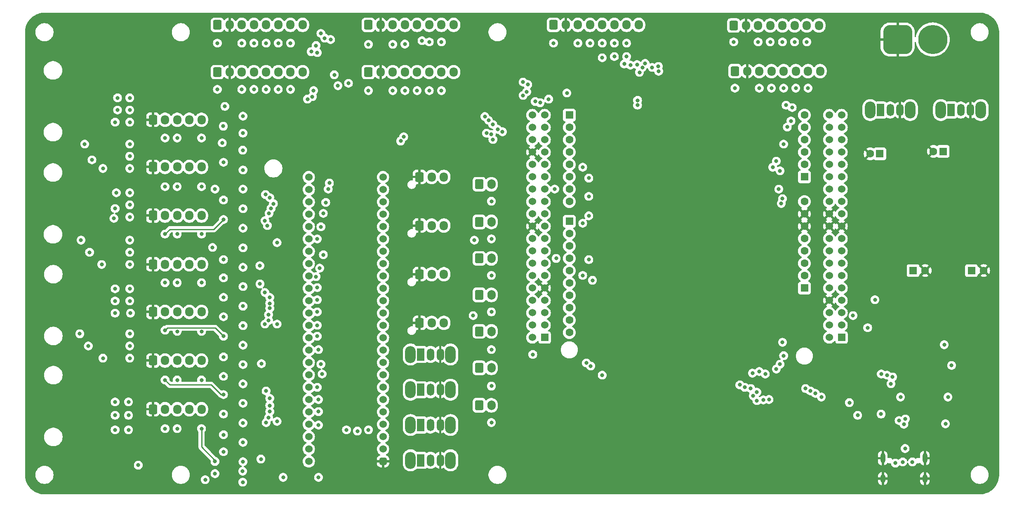
<source format=gbr>
%TF.GenerationSoftware,KiCad,Pcbnew,8.0.5*%
%TF.CreationDate,2024-12-09T22:48:51-08:00*%
%TF.ProjectId,MRIRobot_PCB,4d524952-6f62-46f7-945f-5043422e6b69,rev?*%
%TF.SameCoordinates,Original*%
%TF.FileFunction,Copper,L3,Inr*%
%TF.FilePolarity,Positive*%
%FSLAX46Y46*%
G04 Gerber Fmt 4.6, Leading zero omitted, Abs format (unit mm)*
G04 Created by KiCad (PCBNEW 8.0.5) date 2024-12-09 22:48:51*
%MOMM*%
%LPD*%
G01*
G04 APERTURE LIST*
G04 Aperture macros list*
%AMRoundRect*
0 Rectangle with rounded corners*
0 $1 Rounding radius*
0 $2 $3 $4 $5 $6 $7 $8 $9 X,Y pos of 4 corners*
0 Add a 4 corners polygon primitive as box body*
4,1,4,$2,$3,$4,$5,$6,$7,$8,$9,$2,$3,0*
0 Add four circle primitives for the rounded corners*
1,1,$1+$1,$2,$3*
1,1,$1+$1,$4,$5*
1,1,$1+$1,$6,$7*
1,1,$1+$1,$8,$9*
0 Add four rect primitives between the rounded corners*
20,1,$1+$1,$2,$3,$4,$5,0*
20,1,$1+$1,$4,$5,$6,$7,0*
20,1,$1+$1,$6,$7,$8,$9,0*
20,1,$1+$1,$8,$9,$2,$3,0*%
G04 Aperture macros list end*
%TA.AperFunction,ComponentPad*%
%ADD10RoundRect,0.250000X-0.600000X-0.750000X0.600000X-0.750000X0.600000X0.750000X-0.600000X0.750000X0*%
%TD*%
%TA.AperFunction,ComponentPad*%
%ADD11O,1.700000X2.000000*%
%TD*%
%TA.AperFunction,ComponentPad*%
%ADD12R,1.605000X1.605000*%
%TD*%
%TA.AperFunction,ComponentPad*%
%ADD13C,1.605000*%
%TD*%
%TA.AperFunction,ComponentPad*%
%ADD14R,1.530000X1.530000*%
%TD*%
%TA.AperFunction,ComponentPad*%
%ADD15C,1.530000*%
%TD*%
%TA.AperFunction,ComponentPad*%
%ADD16RoundRect,0.250000X-0.600000X-0.725000X0.600000X-0.725000X0.600000X0.725000X-0.600000X0.725000X0*%
%TD*%
%TA.AperFunction,ComponentPad*%
%ADD17O,1.700000X1.950000*%
%TD*%
%TA.AperFunction,ComponentPad*%
%ADD18O,1.000000X2.100000*%
%TD*%
%TA.AperFunction,ComponentPad*%
%ADD19O,1.000000X1.800000*%
%TD*%
%TA.AperFunction,ComponentPad*%
%ADD20O,2.200000X3.500000*%
%TD*%
%TA.AperFunction,ComponentPad*%
%ADD21R,1.500000X2.500000*%
%TD*%
%TA.AperFunction,ComponentPad*%
%ADD22O,1.500000X2.500000*%
%TD*%
%TA.AperFunction,ComponentPad*%
%ADD23R,1.600000X1.600000*%
%TD*%
%TA.AperFunction,ComponentPad*%
%ADD24C,1.600000*%
%TD*%
%TA.AperFunction,ComponentPad*%
%ADD25RoundRect,1.500000X-1.500000X-1.500000X1.500000X-1.500000X1.500000X1.500000X-1.500000X1.500000X0*%
%TD*%
%TA.AperFunction,ComponentPad*%
%ADD26C,6.000000*%
%TD*%
%TA.AperFunction,ComponentPad*%
%ADD27C,1.524000*%
%TD*%
%TA.AperFunction,ComponentPad*%
%ADD28RoundRect,0.381000X-0.381000X-0.381000X0.381000X-0.381000X0.381000X0.381000X-0.381000X0.381000X0*%
%TD*%
%TA.AperFunction,ViaPad*%
%ADD29C,0.800000*%
%TD*%
%TA.AperFunction,Conductor*%
%ADD30C,0.250000*%
%TD*%
G04 APERTURE END LIST*
D10*
%TO.N,/3V3_home*%
%TO.C,J14*%
X119250000Y-111000000D03*
D11*
%TO.N,/Home1*%
X121750000Y-111000000D03*
%TD*%
D12*
%TO.N,unconnected-(U1F-D8-PadCN5_1)*%
%TO.C,U1*%
X137760000Y-110880000D03*
D13*
%TO.N,unconnected-(U1F-D9-PadCN5_2)*%
X137760000Y-113420000D03*
%TO.N,unconnected-(U1F-D10-PadCN5_3)*%
X137760000Y-115960000D03*
%TO.N,unconnected-(U1F-D11-PadCN5_4)*%
X137760000Y-118500000D03*
%TO.N,unconnected-(U1F-D12-PadCN5_5)*%
X137760000Y-121040000D03*
%TO.N,unconnected-(U1F-D13-PadCN5_6)*%
X137760000Y-123580000D03*
%TO.N,unconnected-(U1F-CN5_GND-PadCN5_7)*%
X137760000Y-126120000D03*
%TO.N,unconnected-(U1F-AREF-PadCN5_8)*%
X137760000Y-128660000D03*
%TO.N,unconnected-(U1F-D14-PadCN5_9)*%
X137760000Y-131200000D03*
%TO.N,unconnected-(U1F-D15-PadCN5_10)*%
X137760000Y-133740000D03*
D12*
%TO.N,N/C*%
X186020000Y-124600000D03*
D13*
%TO.N,unconnected-(U1C-CN6_IOREF-PadCN6_2)*%
X186020000Y-122060000D03*
%TO.N,unconnected-(U1C-CN6_RESET-PadCN6_3)*%
X186020000Y-119520000D03*
%TO.N,+3.3V*%
X186020000Y-116980000D03*
%TO.N,+5V*%
X186020000Y-114440000D03*
%TO.N,GND*%
X186020000Y-111900000D03*
X186020000Y-109360000D03*
%TO.N,unconnected-(U1C-CN6_VIN-PadCN6_8)*%
X186020000Y-106820000D03*
D14*
%TO.N,/UART3TX*%
X193640000Y-134760000D03*
D15*
%TO.N,/UART3RX*%
X191100000Y-134760000D03*
%TO.N,/UART5TX*%
X193640000Y-132220000D03*
%TO.N,/UART5RX*%
X191100000Y-132220000D03*
%TO.N,unconnected-(U1A-VDD-PadCN7_5)*%
X193640000Y-129680000D03*
%TO.N,unconnected-(U1A-E5V-PadCN7_6)*%
X191100000Y-129680000D03*
%TO.N,unconnected-(U1A-BOOT0-PadCN7_7)*%
X193640000Y-127140000D03*
%TO.N,GND*%
X191100000Y-127140000D03*
%TO.N,N/C*%
X193640000Y-124600000D03*
X191100000Y-124600000D03*
X193640000Y-122060000D03*
%TO.N,unconnected-(U1A-CN7_IOREF-PadCN7_12)*%
X191100000Y-122060000D03*
%TO.N,unconnected-(U1A-PA13-PadCN7_13)*%
X193640000Y-119520000D03*
%TO.N,unconnected-(U1A-CN7_RESET-PadCN7_14)*%
X191100000Y-119520000D03*
%TO.N,unconnected-(U1A-PA14-PadCN7_15)*%
X193640000Y-116980000D03*
%TO.N,+3.3V*%
X191100000Y-116980000D03*
%TO.N,/LED3*%
X193640000Y-114440000D03*
%TO.N,+5V*%
X191100000Y-114440000D03*
%TO.N,GND*%
X193640000Y-111900000D03*
X191100000Y-111900000D03*
%TO.N,/U_PWM5*%
X193640000Y-109360000D03*
%TO.N,GND*%
X191100000Y-109360000D03*
%TO.N,/U_Dir0*%
X193640000Y-106820000D03*
%TO.N,unconnected-(U1A-CN7_VIN-PadCN7_24)*%
X191100000Y-106820000D03*
%TO.N,/Home1*%
X193640000Y-104280000D03*
%TO.N,N/C*%
X191100000Y-104280000D03*
%TO.N,/Home2*%
X193640000Y-101740000D03*
%TO.N,/UART4TX*%
X191100000Y-101740000D03*
%TO.N,/LED1*%
X193640000Y-99200000D03*
%TO.N,/UART4RX*%
X191100000Y-99200000D03*
%TO.N,/LED0*%
X193640000Y-96660000D03*
%TO.N,/Home0*%
X191100000Y-96660000D03*
%TO.N,unconnected-(U1A-VBAT-PadCN7_33)*%
X193640000Y-94120000D03*
%TO.N,/LED2*%
X191100000Y-94120000D03*
%TO.N,/SW2*%
X193640000Y-91580000D03*
%TO.N,/SW1*%
X191100000Y-91580000D03*
%TO.N,/SW3*%
X193640000Y-89040000D03*
%TO.N,/SW0*%
X191100000Y-89040000D03*
D12*
%TO.N,unconnected-(U1E-A0-PadCN8_1)*%
X186020000Y-101740000D03*
D13*
%TO.N,unconnected-(U1E-A1-PadCN8_2)*%
X186020000Y-99200000D03*
%TO.N,unconnected-(U1E-A2-PadCN8_3)*%
X186020000Y-96660000D03*
%TO.N,unconnected-(U1E-A3-PadCN8_4)*%
X186020000Y-94120000D03*
%TO.N,unconnected-(U1E-A4-PadCN8_5)*%
X186020000Y-91580000D03*
%TO.N,unconnected-(U1E-A5-PadCN8_6)*%
X186020000Y-89040000D03*
D12*
%TO.N,unconnected-(U1D-D0-PadCN9_1)*%
X137760000Y-89040000D03*
D13*
%TO.N,unconnected-(U1D-D1-PadCN9_2)*%
X137760000Y-91580000D03*
%TO.N,unconnected-(U1D-D2-PadCN9_3)*%
X137760000Y-94120000D03*
%TO.N,unconnected-(U1D-D3-PadCN9_4)*%
X137760000Y-96660000D03*
%TO.N,unconnected-(U1D-D4-PadCN9_5)*%
X137760000Y-99200000D03*
%TO.N,unconnected-(U1D-D5-PadCN9_6)*%
X137760000Y-101740000D03*
%TO.N,unconnected-(U1D-D6-PadCN9_7)*%
X137760000Y-104280000D03*
%TO.N,unconnected-(U1D-D7-PadCN9_8)*%
X137760000Y-106820000D03*
D14*
%TO.N,/U_PWM3*%
X132680000Y-134760000D03*
D15*
%TO.N,/U_PWM2*%
X130140000Y-134760000D03*
%TO.N,/U_PWM6*%
X132680000Y-132220000D03*
%TO.N,/UART6TX*%
X130140000Y-132220000D03*
%TO.N,/U_En3*%
X132680000Y-129680000D03*
%TO.N,/U_Dir4*%
X130140000Y-129680000D03*
%TO.N,unconnected-(U1B-AVDD-PadCN10_7)*%
X132680000Y-127140000D03*
%TO.N,unconnected-(U1B-U5V-PadCN10_8)*%
X130140000Y-127140000D03*
%TO.N,GND*%
X132680000Y-124600000D03*
%TO.N,N/C*%
X130140000Y-124600000D03*
%TO.N,/U_Dir1*%
X132680000Y-122060000D03*
%TO.N,/Home6*%
X130140000Y-122060000D03*
%TO.N,/U_Dir2*%
X132680000Y-119520000D03*
%TO.N,/Home5*%
X130140000Y-119520000D03*
%TO.N,/Home3*%
X132680000Y-116980000D03*
%TO.N,/U_En5*%
X130140000Y-116980000D03*
%TO.N,/U_PWM4*%
X132680000Y-114440000D03*
%TO.N,N/C*%
X130140000Y-114440000D03*
%TO.N,/UART6RX*%
X132680000Y-111900000D03*
%TO.N,GND*%
X130140000Y-111900000D03*
%TO.N,/UART1TX*%
X132680000Y-109360000D03*
%TO.N,/U_En1*%
X130140000Y-109360000D03*
%TO.N,/Home4*%
X132680000Y-106820000D03*
%TO.N,/U_En0*%
X130140000Y-106820000D03*
%TO.N,/U_En4*%
X132680000Y-104280000D03*
%TO.N,/U_Dir5*%
X130140000Y-104280000D03*
%TO.N,/U_PWM0*%
X132680000Y-101740000D03*
%TO.N,/U_Dir6*%
X130140000Y-101740000D03*
%TO.N,/U_PWM1*%
X132680000Y-99200000D03*
%TO.N,/U_En6*%
X130140000Y-99200000D03*
%TO.N,/U_En2*%
X132680000Y-96660000D03*
%TO.N,GND*%
X130140000Y-96660000D03*
%TO.N,/UART1RX*%
X132680000Y-94120000D03*
%TO.N,/U_Dir3*%
X130140000Y-94120000D03*
%TO.N,unconnected-(U1B-PA2-PadCN10_35)*%
X132680000Y-91580000D03*
%TO.N,N/C*%
X130140000Y-91580000D03*
%TO.N,unconnected-(U1B-PA3-PadCN10_37)*%
X132680000Y-89040000D03*
%TO.N,N/C*%
X130140000Y-89040000D03*
%TD*%
D16*
%TO.N,/U_Ana6*%
%TO.C,J27*%
X65500000Y-70500000D03*
D17*
%TO.N,GND*%
X68000000Y-70500000D03*
%TO.N,/U_En6*%
X70500000Y-70500000D03*
%TO.N,/U_Dir6*%
X73000000Y-70500000D03*
%TO.N,/U_EncA6*%
X75500000Y-70500000D03*
%TO.N,/U_EncB6*%
X78000000Y-70500000D03*
%TO.N,/U_EncI6*%
X80500000Y-70500000D03*
%TO.N,unconnected-(J27-Pin_8-Pad8)*%
X83000000Y-70500000D03*
%TD*%
D18*
%TO.N,GND*%
%TO.C,J4*%
X202102500Y-159570000D03*
D19*
X202102500Y-163750000D03*
D18*
X210742500Y-159570000D03*
D19*
X210742500Y-163750000D03*
%TD*%
D20*
%TO.N,*%
%TO.C,SW6*%
X105150000Y-160000000D03*
X113350000Y-160000000D03*
D21*
%TO.N,+3.3V*%
X107250000Y-160000000D03*
D22*
%TO.N,/SW3*%
X109250000Y-160000000D03*
%TO.N,GND*%
X111250000Y-160000000D03*
%TD*%
D20*
%TO.N,*%
%TO.C,SW3*%
X105150000Y-138250000D03*
X113350000Y-138250000D03*
D21*
%TO.N,+3.3V*%
X107250000Y-138250000D03*
D22*
%TO.N,/SW0*%
X109250000Y-138250000D03*
%TO.N,GND*%
X111250000Y-138250000D03*
%TD*%
D10*
%TO.N,/3V3_home*%
%TO.C,J10*%
X119250000Y-103250000D03*
D11*
%TO.N,/Home0*%
X121750000Y-103250000D03*
%TD*%
D20*
%TO.N,*%
%TO.C,SW2*%
X214025000Y-88000000D03*
X222225000Y-88000000D03*
D21*
%TO.N,+24V*%
X216125000Y-88000000D03*
D22*
%TO.N,/24V_3.3V*%
X218125000Y-88000000D03*
%TO.N,GND*%
X220125000Y-88000000D03*
%TD*%
D23*
%TO.N,Net-(D5-A)*%
%TO.C,C11*%
X220317621Y-121000000D03*
D24*
%TO.N,GND*%
X222817621Y-121000000D03*
%TD*%
D23*
%TO.N,/24V_3.3V*%
%TO.C,C3*%
X214500000Y-96500000D03*
D24*
%TO.N,GND*%
X212500000Y-96500000D03*
%TD*%
D16*
%TO.N,/U_Ana5*%
%TO.C,J24*%
X65500000Y-80200000D03*
D17*
%TO.N,GND*%
X68000000Y-80200000D03*
%TO.N,/U_En5*%
X70500000Y-80200000D03*
%TO.N,/U_Dir5*%
X73000000Y-80200000D03*
%TO.N,/U_EncA5*%
X75500000Y-80200000D03*
%TO.N,/U_EncB5*%
X78000000Y-80200000D03*
%TO.N,/U_EncI5*%
X80500000Y-80200000D03*
%TO.N,unconnected-(J24-Pin_8-Pad8)*%
X83000000Y-80200000D03*
%TD*%
D16*
%TO.N,GND*%
%TO.C,J6*%
X52250000Y-129500000D03*
D17*
%TO.N,/I4*%
X54750000Y-129500000D03*
%TO.N,/A4*%
X57250000Y-129500000D03*
%TO.N,/5V_E*%
X59750000Y-129500000D03*
%TO.N,/B4*%
X62250000Y-129500000D03*
%TD*%
D10*
%TO.N,/3V3_home*%
%TO.C,J12*%
X119250000Y-133500000D03*
D11*
%TO.N,/Home4*%
X121750000Y-133500000D03*
%TD*%
D23*
%TO.N,Net-(D4-A)*%
%TO.C,C10*%
X208317621Y-121000000D03*
D24*
%TO.N,GND*%
X210817621Y-121000000D03*
%TD*%
D16*
%TO.N,GND*%
%TO.C,J23*%
X107000000Y-101750000D03*
D17*
%TO.N,/UART1RX*%
X109500000Y-101750000D03*
%TO.N,/UART1TX*%
X112000000Y-101750000D03*
%TD*%
D16*
%TO.N,GND*%
%TO.C,J2*%
X52250000Y-99700000D03*
D17*
%TO.N,/I1*%
X54750000Y-99700000D03*
%TO.N,/A1*%
X57250000Y-99700000D03*
%TO.N,/5V_E*%
X59750000Y-99700000D03*
%TO.N,/B1*%
X62250000Y-99700000D03*
%TD*%
D16*
%TO.N,/U_Ana1*%
%TO.C,J18*%
X171500000Y-70625000D03*
D17*
%TO.N,GND*%
X174000000Y-70625000D03*
%TO.N,/U_En1*%
X176500000Y-70625000D03*
%TO.N,/U_Dir1*%
X179000000Y-70625000D03*
%TO.N,/U_EncA1*%
X181500000Y-70625000D03*
%TO.N,/U_EncB1*%
X184000000Y-70625000D03*
%TO.N,/U_EncI1*%
X186500000Y-70625000D03*
%TO.N,unconnected-(J18-Pin_8-Pad8)*%
X189000000Y-70625000D03*
%TD*%
D25*
%TO.N,GND*%
%TO.C,J9*%
X205150000Y-73500000D03*
D26*
%TO.N,Net-(J9-Pin_2)*%
X212350000Y-73500000D03*
%TD*%
D16*
%TO.N,/U_Ana0*%
%TO.C,J17*%
X171750000Y-80000000D03*
D17*
%TO.N,GND*%
X174250000Y-80000000D03*
%TO.N,/U_En0*%
X176750000Y-80000000D03*
%TO.N,/U_Dir0*%
X179250000Y-80000000D03*
%TO.N,/U_EncA0*%
X181750000Y-80000000D03*
%TO.N,/U_EncB0*%
X184250000Y-80000000D03*
%TO.N,/U_EncI0*%
X186750000Y-80000000D03*
%TO.N,unconnected-(J17-Pin_8-Pad8)*%
X189250000Y-80000000D03*
%TD*%
D16*
%TO.N,GND*%
%TO.C,J26*%
X107000000Y-131750000D03*
D17*
%TO.N,/UART5RX*%
X109500000Y-131750000D03*
%TO.N,/UART5TX*%
X112000000Y-131750000D03*
%TD*%
D20*
%TO.N,*%
%TO.C,SW4*%
X105150000Y-145500000D03*
X113350000Y-145500000D03*
D21*
%TO.N,+3.3V*%
X107250000Y-145500000D03*
D22*
%TO.N,/SW1*%
X109250000Y-145500000D03*
%TO.N,GND*%
X111250000Y-145500000D03*
%TD*%
D16*
%TO.N,/U_Ana3*%
%TO.C,J20*%
X96500000Y-80200000D03*
D17*
%TO.N,GND*%
X99000000Y-80200000D03*
%TO.N,/U_En3*%
X101500000Y-80200000D03*
%TO.N,/U_Dir3*%
X104000000Y-80200000D03*
%TO.N,/U_EncA3*%
X106500000Y-80200000D03*
%TO.N,/U_EncB3*%
X109000000Y-80200000D03*
%TO.N,/U_EncI3*%
X111500000Y-80200000D03*
%TO.N,unconnected-(J20-Pin_8-Pad8)*%
X114000000Y-80200000D03*
%TD*%
D10*
%TO.N,/3V3_home*%
%TO.C,J13*%
X119250000Y-148700000D03*
D11*
%TO.N,/Home6*%
X121750000Y-148700000D03*
%TD*%
D27*
%TO.N,/UART3RX*%
%TO.C,U3*%
X84260000Y-101800000D03*
%TO.N,/UART3TX*%
X84260000Y-104340000D03*
%TO.N,/I0_shift*%
X84260000Y-106880000D03*
%TO.N,/B0_shift*%
X84260000Y-109420000D03*
%TO.N,/A0_shift*%
X84260000Y-111960000D03*
%TO.N,/I1_shift*%
X84260000Y-114500000D03*
%TO.N,/B1_shift*%
X84260000Y-117040000D03*
%TO.N,/A1_shift*%
X84260000Y-119580000D03*
%TO.N,/I2_shift*%
X84260000Y-122120000D03*
%TO.N,/B2_shift*%
X84260000Y-124660000D03*
%TO.N,/A2_shift*%
X84260000Y-127200000D03*
%TO.N,/I3_shift*%
X84260000Y-129740000D03*
%TO.N,/B3_shift*%
X84260000Y-132280000D03*
%TO.N,/A3_shift*%
X84260000Y-134820000D03*
%TO.N,unconnected-(U3-A1-Pad15)*%
X84260000Y-137360000D03*
%TO.N,unconnected-(U3-A2-Pad16)*%
X84260000Y-139900000D03*
%TO.N,/I4_shift*%
X84260000Y-142440000D03*
%TO.N,/B4_shift*%
X84260000Y-144980000D03*
%TO.N,/A4_shift*%
X84260000Y-147520000D03*
%TO.N,/I5_shift*%
X84260000Y-150060000D03*
%TO.N,/B5_shift*%
X84260000Y-152600000D03*
%TO.N,/A5_shift*%
X84260000Y-155140000D03*
%TO.N,/I6_shift*%
X84260000Y-157680000D03*
%TO.N,+5V*%
X84260000Y-160220000D03*
D28*
%TO.N,GND*%
X99500000Y-160220000D03*
D27*
%TO.N,/B6_shift*%
X99500000Y-157680000D03*
%TO.N,/A6_shift*%
X99500000Y-155140000D03*
%TO.N,/U_EncI0_LP*%
X99500000Y-152600000D03*
%TO.N,/U_EncB0_LP*%
X99500000Y-150060000D03*
%TO.N,/U_EncA0_LP*%
X99500000Y-147520000D03*
%TO.N,/U_EncI1_LP*%
X99500000Y-144980000D03*
%TO.N,/U_EncB1_LP*%
X99500000Y-142440000D03*
%TO.N,/U_EncA1_LP*%
X99500000Y-139900000D03*
%TO.N,/U_EncI2_LP*%
X99500000Y-137360000D03*
%TO.N,/U_EncB2_LP*%
X99500000Y-134820000D03*
%TO.N,/U_EncA2_LP*%
X99500000Y-132280000D03*
%TO.N,/U_EncB3_LP*%
X99500000Y-129740000D03*
%TO.N,/U_EncA3_LP*%
X99500000Y-127200000D03*
%TO.N,/U_EncI3_LP*%
X99500000Y-124660000D03*
%TO.N,/U_EncA4_LP*%
X99500000Y-122120000D03*
%TO.N,/U_EncB4_LP*%
X99500000Y-119580000D03*
%TO.N,/U_EncI4_LP*%
X99500000Y-117040000D03*
%TO.N,/U_EncA5_LP*%
X99500000Y-114500000D03*
%TO.N,/U_EncB5_LP*%
X99500000Y-111960000D03*
%TO.N,/U_EncI5_LP*%
X99500000Y-109420000D03*
%TO.N,/U_EncA6_LP*%
X99500000Y-106880000D03*
%TO.N,/U_EncB6_LP*%
X99500000Y-104340000D03*
%TO.N,/U_EncI6_LP*%
X99500000Y-101800000D03*
%TD*%
D23*
%TO.N,/24V_5V*%
%TO.C,C2*%
X201500000Y-97000000D03*
D24*
%TO.N,GND*%
X199500000Y-97000000D03*
%TD*%
D10*
%TO.N,/3V3_home*%
%TO.C,J11*%
X119250000Y-118500000D03*
D11*
%TO.N,/Home2*%
X121750000Y-118500000D03*
%TD*%
D16*
%TO.N,GND*%
%TO.C,J22*%
X107000000Y-111750000D03*
D17*
%TO.N,/UART4RX*%
X109500000Y-111750000D03*
%TO.N,/UART4TX*%
X112000000Y-111750000D03*
%TD*%
D16*
%TO.N,/U_Ana4*%
%TO.C,J21*%
X96500000Y-70500000D03*
D17*
%TO.N,GND*%
X99000000Y-70500000D03*
%TO.N,/U_En4*%
X101500000Y-70500000D03*
%TO.N,/U_Dir4*%
X104000000Y-70500000D03*
%TO.N,/U_EncA4*%
X106500000Y-70500000D03*
%TO.N,/U_EncB4*%
X109000000Y-70500000D03*
%TO.N,/U_EncI4*%
X111500000Y-70500000D03*
%TO.N,unconnected-(J21-Pin_8-Pad8)*%
X114000000Y-70500000D03*
%TD*%
D16*
%TO.N,GND*%
%TO.C,J8*%
X52250000Y-149500000D03*
D17*
%TO.N,/I6*%
X54750000Y-149500000D03*
%TO.N,/A6*%
X57250000Y-149500000D03*
%TO.N,/5V_E*%
X59750000Y-149500000D03*
%TO.N,/B6*%
X62250000Y-149500000D03*
%TD*%
D16*
%TO.N,GND*%
%TO.C,J1*%
X52250000Y-90000000D03*
D17*
%TO.N,/I0*%
X54750000Y-90000000D03*
%TO.N,/A0*%
X57250000Y-90000000D03*
%TO.N,/5V_E*%
X59750000Y-90000000D03*
%TO.N,/B0*%
X62250000Y-90000000D03*
%TD*%
D16*
%TO.N,GND*%
%TO.C,J7*%
X52250000Y-139500000D03*
D17*
%TO.N,/I5*%
X54750000Y-139500000D03*
%TO.N,/A5*%
X57250000Y-139500000D03*
%TO.N,/5V_E*%
X59750000Y-139500000D03*
%TO.N,/B5*%
X62250000Y-139500000D03*
%TD*%
D10*
%TO.N,/3V3_home*%
%TO.C,J15*%
X119250000Y-126000000D03*
D11*
%TO.N,/Home3*%
X121750000Y-126000000D03*
%TD*%
D10*
%TO.N,/3V3_home*%
%TO.C,J16*%
X119250000Y-141000000D03*
D11*
%TO.N,/Home5*%
X121750000Y-141000000D03*
%TD*%
D16*
%TO.N,GND*%
%TO.C,J5*%
X52250000Y-119700000D03*
D17*
%TO.N,/I3*%
X54750000Y-119700000D03*
%TO.N,/A3*%
X57250000Y-119700000D03*
%TO.N,/5V_E*%
X59750000Y-119700000D03*
%TO.N,/B3*%
X62250000Y-119700000D03*
%TD*%
D20*
%TO.N,*%
%TO.C,SW5*%
X105150000Y-152750000D03*
X113350000Y-152750000D03*
D21*
%TO.N,+3.3V*%
X107250000Y-152750000D03*
D22*
%TO.N,/SW2*%
X109250000Y-152750000D03*
%TO.N,GND*%
X111250000Y-152750000D03*
%TD*%
D16*
%TO.N,/U_Ana2*%
%TO.C,J19*%
X134500000Y-70500000D03*
D17*
%TO.N,GND*%
X137000000Y-70500000D03*
%TO.N,/U_En2*%
X139500000Y-70500000D03*
%TO.N,/U_Dir2*%
X142000000Y-70500000D03*
%TO.N,/U_EncA2*%
X144500000Y-70500000D03*
%TO.N,/U_EncB2*%
X147000000Y-70500000D03*
%TO.N,/U_EncI2*%
X149500000Y-70500000D03*
%TO.N,unconnected-(J19-Pin_8-Pad8)*%
X152000000Y-70500000D03*
%TD*%
D20*
%TO.N,*%
%TO.C,SW1*%
X199525000Y-88000000D03*
X207725000Y-88000000D03*
D21*
%TO.N,+24V*%
X201625000Y-88000000D03*
D22*
%TO.N,/24V_5V*%
X203625000Y-88000000D03*
%TO.N,GND*%
X205625000Y-88000000D03*
%TD*%
D16*
%TO.N,GND*%
%TO.C,J3*%
X52250000Y-109700000D03*
D17*
%TO.N,/I2*%
X54750000Y-109700000D03*
%TO.N,/A2*%
X57250000Y-109700000D03*
%TO.N,/5V_E*%
X59750000Y-109700000D03*
%TO.N,/B2*%
X62250000Y-109700000D03*
%TD*%
D16*
%TO.N,GND*%
%TO.C,J25*%
X107000000Y-121750000D03*
D17*
%TO.N,/UART6RX*%
X109500000Y-121750000D03*
%TO.N,/UART6TX*%
X112000000Y-121750000D03*
%TD*%
D29*
%TO.N,GND*%
X164750000Y-103000000D03*
X152250000Y-92750000D03*
X148750000Y-108500000D03*
X157000000Y-137500000D03*
X162000000Y-120500000D03*
X174000000Y-115250000D03*
X123000000Y-98750000D03*
X93000000Y-75500000D03*
X180500000Y-152500000D03*
X195750000Y-73000000D03*
X214250000Y-158250000D03*
X80250000Y-161750000D03*
X87750000Y-155500000D03*
X97250000Y-136750000D03*
X182750000Y-76250000D03*
X39000000Y-103250000D03*
X98500000Y-97000000D03*
X38750000Y-82750000D03*
X172000000Y-130250000D03*
X97250000Y-139000000D03*
X39000000Y-146500000D03*
X113000000Y-76000000D03*
X82750000Y-165750000D03*
X70750000Y-146212500D03*
X110000000Y-135000000D03*
X124750000Y-143000000D03*
X195000000Y-163000000D03*
X107750000Y-126000000D03*
X97250000Y-149500000D03*
X190000000Y-113250000D03*
X124500000Y-107250000D03*
X191500000Y-139250000D03*
X151750000Y-129500000D03*
X70750000Y-118250000D03*
X124250000Y-129250000D03*
X97500000Y-127500000D03*
X191000000Y-84750000D03*
X70750000Y-158212500D03*
X159000000Y-80000000D03*
X85750000Y-159250000D03*
X97500000Y-132250000D03*
X199000000Y-93000000D03*
X224250000Y-80500000D03*
X70750000Y-110212500D03*
X45500000Y-157500000D03*
X70750000Y-130250000D03*
X166000000Y-163000000D03*
X86000000Y-70500000D03*
X182250000Y-149000000D03*
X44250000Y-122250000D03*
X207992500Y-152000000D03*
X199000000Y-137750000D03*
X124250000Y-138250000D03*
X210692500Y-157587500D03*
X223250000Y-157250000D03*
X39000000Y-124750000D03*
X181250000Y-163000000D03*
X97750000Y-104250000D03*
X43500000Y-164750000D03*
X57250000Y-115050000D03*
X128000000Y-95750000D03*
X98750000Y-84000000D03*
X198500000Y-119750000D03*
X107250000Y-106000000D03*
X74500000Y-95750000D03*
X124750000Y-122000000D03*
X211000000Y-88500000D03*
X57250000Y-134900000D03*
X97500000Y-109250000D03*
X75000000Y-161000000D03*
X92000000Y-85750000D03*
X97750000Y-112000000D03*
X93250000Y-159500000D03*
X118250000Y-97500000D03*
X99500000Y-77250000D03*
X190000000Y-110750000D03*
X60500000Y-79000000D03*
X97500000Y-117000000D03*
X140500000Y-162250000D03*
X97750000Y-102000000D03*
X70750000Y-150250000D03*
X36750000Y-159250000D03*
X52250000Y-159250000D03*
X70750000Y-98250000D03*
X105250000Y-77250000D03*
X111750000Y-142000000D03*
X196000000Y-113250000D03*
X198250000Y-104000000D03*
X166750000Y-79750000D03*
X112250000Y-156500000D03*
X190750000Y-76750000D03*
X145000000Y-153000000D03*
X105750000Y-87500000D03*
X97000000Y-134500000D03*
X107750000Y-76000000D03*
X79500000Y-156500000D03*
X45750000Y-74500000D03*
X79000000Y-77000000D03*
X111750000Y-149000000D03*
X148250000Y-76500000D03*
X135250000Y-150250000D03*
X156750000Y-116250000D03*
X116000000Y-107250000D03*
X165750000Y-75250000D03*
X104000000Y-96750000D03*
X96750000Y-141000000D03*
X199500000Y-70500000D03*
X100000000Y-87750000D03*
X95500000Y-77250000D03*
X70750000Y-114250000D03*
X70750000Y-138250000D03*
X64750000Y-117750000D03*
X94500000Y-88250000D03*
X54250000Y-81000000D03*
X164000000Y-95000000D03*
X89500000Y-152750000D03*
X74250000Y-89250000D03*
X157500000Y-93250000D03*
X97500000Y-125000000D03*
X196000000Y-108000000D03*
X200500000Y-79000000D03*
X109750000Y-87000000D03*
X92250000Y-77250000D03*
X97750000Y-106500000D03*
X124500000Y-115000000D03*
X124000000Y-112500000D03*
X143250000Y-76500000D03*
X70750000Y-106212500D03*
X72787500Y-164500000D03*
X70750000Y-134250000D03*
X97000000Y-146500000D03*
X180250000Y-87250000D03*
X117750000Y-72750000D03*
X97750000Y-144500000D03*
X207000000Y-143500000D03*
X72000000Y-87000000D03*
X72750000Y-162250000D03*
X97250000Y-129750000D03*
X97500000Y-114750000D03*
X107750000Y-85250000D03*
X145750000Y-76500000D03*
X107500000Y-116000000D03*
X130750000Y-142250000D03*
X166750000Y-70250000D03*
X97750000Y-120000000D03*
X97500000Y-122500000D03*
X44750000Y-102500000D03*
X70750000Y-122212500D03*
X50250000Y-164500000D03*
X60250000Y-82250000D03*
X202192500Y-157087500D03*
X185750000Y-129000000D03*
X116750000Y-75250000D03*
X70750000Y-154250000D03*
X123500000Y-100500000D03*
X192250000Y-110750000D03*
X176250000Y-89750000D03*
X128750000Y-146500000D03*
X189250000Y-153750000D03*
X129250000Y-70750000D03*
X185250000Y-76250000D03*
X145250000Y-98000000D03*
X178500000Y-77250000D03*
X70750000Y-142212500D03*
X74500000Y-92750000D03*
X110250000Y-76000000D03*
X70750000Y-126250000D03*
X183500000Y-77250000D03*
X124750000Y-135500000D03*
X157000000Y-70000000D03*
%TO.N,+5V*%
X206750000Y-151500000D03*
X63000000Y-164000000D03*
X74425000Y-159750000D03*
X201750000Y-150500000D03*
X74212500Y-120000000D03*
X49250000Y-161000000D03*
X196950000Y-150750000D03*
X200500000Y-127000000D03*
X74537500Y-140137500D03*
%TO.N,+3.3V*%
X196000000Y-130250000D03*
X86250000Y-163500000D03*
X77750000Y-152000000D03*
X195250000Y-148150000D03*
X205742500Y-147000000D03*
X77750000Y-115250000D03*
X77750000Y-132000000D03*
X79000000Y-163500000D03*
X199000000Y-132750000D03*
%TO.N,/U_Ana3*%
X96500000Y-84000000D03*
%TO.N,/U_Ana2*%
X134500000Y-74250000D03*
%TO.N,/U_Ana1*%
X171500000Y-74000000D03*
%TO.N,/U_Ana4*%
X96500000Y-74500000D03*
%TO.N,/U_Ana5*%
X65500000Y-83750000D03*
%TO.N,/U_Ana6*%
X65500000Y-74250000D03*
%TO.N,/A1*%
X66750000Y-106500000D03*
X47500000Y-97500000D03*
X39750000Y-98250000D03*
X57250000Y-103750000D03*
%TO.N,/B1*%
X62250000Y-103750000D03*
X47500000Y-100000000D03*
X42000000Y-100000000D03*
X65000000Y-104250000D03*
%TO.N,/A2*%
X44750000Y-105000000D03*
X66750000Y-118750000D03*
X47500000Y-105000000D03*
X57250000Y-113500000D03*
%TO.N,/B2*%
X44500000Y-108250000D03*
X64500000Y-116250000D03*
X47500000Y-107500000D03*
X62250000Y-113500000D03*
%TO.N,/A3*%
X47500000Y-117250000D03*
X39250000Y-117250000D03*
X66750000Y-130500000D03*
X57250000Y-123500000D03*
%TO.N,/B3*%
X47500000Y-119750000D03*
X62250000Y-123500000D03*
X66750000Y-126500000D03*
X41750000Y-119750000D03*
%TO.N,/A4*%
X47500000Y-124750000D03*
X57250000Y-133500000D03*
X44500000Y-124750000D03*
X66750000Y-142750000D03*
%TO.N,/B4*%
X44500000Y-127250000D03*
X66750000Y-138750000D03*
X47500000Y-127250000D03*
X62250000Y-133500000D03*
%TO.N,/A5*%
X57250000Y-143500000D03*
X47500000Y-136500000D03*
X39000000Y-136500000D03*
X66750000Y-154750000D03*
%TO.N,/B5*%
X66750000Y-150500000D03*
X42000000Y-139000000D03*
X47500000Y-139000000D03*
X62250000Y-143500000D03*
%TO.N,/A6*%
X44500000Y-150750000D03*
X47250000Y-150750000D03*
X66750000Y-158250000D03*
X57250000Y-153500000D03*
%TO.N,/B6*%
X44500000Y-148000000D03*
X65000000Y-160250000D03*
X47250000Y-148000000D03*
X62250000Y-153500000D03*
%TO.N,/U_En1*%
X176500000Y-74000000D03*
X156030331Y-79030331D03*
X140500000Y-111282500D03*
%TO.N,/U_Dir1*%
X179000000Y-74000000D03*
X156085936Y-80035387D03*
X140500000Y-122000000D03*
%TO.N,/U_EncA1*%
X86750000Y-140250000D03*
X181500000Y-74000000D03*
X151655331Y-78655331D03*
%TO.N,/U_EncB1*%
X150295720Y-78764942D03*
X87000000Y-142250000D03*
X184000000Y-74000000D03*
%TO.N,/U_En2*%
X129219583Y-82750000D03*
X139500000Y-74250000D03*
%TO.N,/U_Dir2*%
X128250000Y-82250000D03*
X142000000Y-74250000D03*
X135045000Y-118500000D03*
%TO.N,/U_EncA2*%
X86000000Y-132250000D03*
X144500000Y-74250000D03*
X144500000Y-77250000D03*
%TO.N,/U_EncB2*%
X147000000Y-74250000D03*
X147000000Y-77000000D03*
X86000000Y-134500000D03*
%TO.N,/U_En3*%
X101500000Y-84000000D03*
X120407169Y-89342831D03*
%TO.N,/U_Dir3*%
X104000000Y-84000000D03*
X124025393Y-92464731D03*
%TO.N,/U_EncA3*%
X86000000Y-127000000D03*
X106500000Y-84000000D03*
X90250000Y-83000000D03*
%TO.N,/U_EncB3*%
X86000000Y-129500000D03*
X109000000Y-84000000D03*
X92411437Y-82500000D03*
%TO.N,/U_En4*%
X134750000Y-104250000D03*
X130750000Y-86250000D03*
X101500000Y-74500000D03*
%TO.N,/U_Dir4*%
X133500000Y-85750000D03*
X103993685Y-74441926D03*
%TO.N,/U_EncA4*%
X107500000Y-73750000D03*
X86750000Y-72250000D03*
X85750000Y-122250000D03*
%TO.N,/U_EncB4*%
X109000000Y-74000000D03*
X87530331Y-73219669D03*
X86500000Y-120500000D03*
%TO.N,/U_En5*%
X70500000Y-83750000D03*
X122060336Y-94060337D03*
%TO.N,/U_Dir5*%
X121715926Y-93008820D03*
X73000000Y-83750000D03*
%TO.N,/U_EncA5*%
X86000000Y-114500000D03*
X75500000Y-83750000D03*
X84000000Y-85750000D03*
%TO.N,/U_EncB5*%
X86750000Y-112000000D03*
X78000000Y-83750000D03*
X85000000Y-85250000D03*
%TO.N,/U_En6*%
X70500000Y-74250000D03*
X123032169Y-91967831D03*
%TO.N,/U_Dir6*%
X122032169Y-90967831D03*
X73000000Y-74250000D03*
%TO.N,/U_EncA6*%
X84750000Y-76000000D03*
X75500000Y-74250000D03*
X87750000Y-107000000D03*
%TO.N,/U_EncB6*%
X86015165Y-76204504D03*
X88250000Y-104250000D03*
X78000000Y-74250000D03*
%TO.N,/Home1*%
X176750000Y-141750000D03*
X121750000Y-114500000D03*
X180758884Y-104258884D03*
%TO.N,/Home2*%
X181000000Y-100500000D03*
X121750000Y-122000000D03*
X175344669Y-142094669D03*
%TO.N,/Home3*%
X121750000Y-129500000D03*
%TO.N,/Home4*%
X121750000Y-137250000D03*
X141250000Y-140000000D03*
X141750000Y-109750000D03*
%TO.N,/Home5*%
X142125000Y-140625000D03*
X121750000Y-144750000D03*
X141750000Y-118750000D03*
%TO.N,/Home6*%
X144500000Y-142500000D03*
X121750000Y-152250000D03*
X142500000Y-123000000D03*
%TO.N,/U_Ana0*%
X171750000Y-83500000D03*
%TO.N,/U_PWM3*%
X121157169Y-90092831D03*
%TO.N,/U_PWM2*%
X130250000Y-138250000D03*
X137250000Y-84500000D03*
%TO.N,/U_PWM1*%
X140500000Y-99750000D03*
X154750000Y-79250000D03*
%TO.N,/U_PWM4*%
X131750000Y-86500000D03*
%TO.N,/U_PWM6*%
X120750000Y-92750000D03*
%TO.N,/B0*%
X47500000Y-88000000D03*
X62250000Y-93750000D03*
X66712500Y-91325000D03*
X45000000Y-88000000D03*
%TO.N,/A0*%
X57250000Y-93750000D03*
X45000000Y-85500000D03*
X66500000Y-94750000D03*
X47500000Y-85500000D03*
%TO.N,/I0*%
X44500000Y-90500000D03*
X67037500Y-87250000D03*
X47500000Y-90500000D03*
X54750000Y-93750000D03*
%TO.N,/UART3RX*%
X103750000Y-93500000D03*
X181504824Y-106231696D03*
X129000000Y-84250000D03*
X181510000Y-135750000D03*
%TO.N,/UART3TX*%
X181250000Y-107198686D03*
X128250000Y-85000000D03*
X103125000Y-94375000D03*
X181750000Y-138500000D03*
%TO.N,Net-(J4-CC1)*%
X204692500Y-160587500D03*
%TO.N,/LED0*%
X202992500Y-142500000D03*
X216225000Y-140500000D03*
X187250000Y-145750000D03*
%TO.N,/LED1*%
X215475000Y-147000000D03*
X204117500Y-142875000D03*
X188250000Y-146250000D03*
%TO.N,/LED2*%
X186250000Y-145250000D03*
X214725000Y-136250000D03*
X201792500Y-142250000D03*
%TO.N,/LED3*%
X214975000Y-152500000D03*
X189500000Y-147000000D03*
X203776581Y-144276581D03*
%TO.N,/I1*%
X38250000Y-95000000D03*
X47500000Y-95000000D03*
X54750000Y-103750000D03*
X66750000Y-98750000D03*
%TO.N,/I2*%
X44250000Y-110250000D03*
X66750000Y-110500000D03*
X47500000Y-110000000D03*
X54750000Y-113500000D03*
%TO.N,/I3*%
X47500000Y-114750000D03*
X54750000Y-123500000D03*
X37500000Y-114750000D03*
X66750000Y-122500000D03*
%TO.N,/I4*%
X44500000Y-129750000D03*
X66750000Y-134500000D03*
X54750000Y-133250000D03*
X47650000Y-129750873D03*
%TO.N,/I5*%
X37250000Y-134000000D03*
X66750000Y-146500000D03*
X47500000Y-134000000D03*
X54750000Y-143500000D03*
%TO.N,/I6*%
X65000000Y-162750000D03*
X54750000Y-153500000D03*
X47250000Y-153750000D03*
X44500000Y-153750000D03*
%TO.N,Net-(J4-CC2)*%
X208192500Y-160337500D03*
%TO.N,/Home0*%
X181750000Y-95000000D03*
X177991116Y-142258884D03*
X121750000Y-106750000D03*
%TO.N,/U_Dir0*%
X179250000Y-83500000D03*
%TO.N,/U_EncA0*%
X181750000Y-83500000D03*
X86250000Y-147500000D03*
X152148413Y-80250000D03*
%TO.N,/U_EncI0*%
X153304702Y-78417947D03*
X86250000Y-152750000D03*
X186750000Y-83500000D03*
%TO.N,/U_En0*%
X141750000Y-105750000D03*
X176750000Y-83500000D03*
X151750000Y-87000000D03*
%TO.N,/U_EncB0*%
X86250000Y-150000000D03*
X184250000Y-83500000D03*
X152750000Y-79250000D03*
%TO.N,/U_EncI1*%
X149030331Y-78530331D03*
X86000000Y-145000000D03*
X186500000Y-74000000D03*
%TO.N,/U_EncI2*%
X86250000Y-137250000D03*
X149500000Y-74250000D03*
X149500000Y-77000000D03*
%TO.N,/U_EncI3*%
X86000000Y-124500000D03*
X89500000Y-80750000D03*
X111500000Y-84000000D03*
%TO.N,/U_EncI4*%
X88750000Y-73500000D03*
X87250000Y-117750000D03*
X111500000Y-74000000D03*
%TO.N,/UART4RX*%
X180250000Y-98500000D03*
X173750000Y-145000000D03*
%TO.N,/UART4TX*%
X179500000Y-99750000D03*
X172750000Y-144500000D03*
%TO.N,/U_EncI5*%
X85250000Y-84000000D03*
X87250000Y-109250000D03*
X80500000Y-83750000D03*
%TO.N,/UART6TX*%
X118000000Y-130250000D03*
%TO.N,/UART6RX*%
X118250000Y-114750000D03*
%TO.N,/SW0*%
X178750000Y-147500000D03*
X183500000Y-87500000D03*
%TO.N,/SW1*%
X177594669Y-147594669D03*
X183250000Y-90250000D03*
%TO.N,/UART5RX*%
X176241116Y-145991116D03*
X181000000Y-140250000D03*
%TO.N,/UART5TX*%
X180250000Y-141250000D03*
X174999894Y-145241169D03*
%TO.N,/SW2*%
X182500000Y-91500000D03*
X176250000Y-147750000D03*
%TO.N,/U_EncI6*%
X85750000Y-74750000D03*
X80500000Y-74250000D03*
X88500000Y-103000000D03*
%TO.N,/SW3*%
X182250000Y-87000000D03*
X175500000Y-146750000D03*
%TO.N,Net-(U2-USBDM)*%
X205442500Y-151837500D03*
%TO.N,Net-(U2-USBDP)*%
X206442500Y-152587500D03*
%TO.N,/U_PWM0*%
X151750000Y-86000000D03*
X141750000Y-102000000D03*
%TO.N,/USB_N*%
X206192500Y-160337500D03*
%TO.N,/USB_P*%
X206692500Y-157587500D03*
%TO.N,/B0_LP*%
X76250000Y-106000000D03*
X70750000Y-92750000D03*
%TO.N,/A0_LP*%
X70712500Y-96250000D03*
X77000000Y-107250000D03*
%TO.N,/I0_LP*%
X75375000Y-105375000D03*
X70750000Y-89250000D03*
%TO.N,/B4_LP*%
X76000000Y-131250000D03*
X70750000Y-140325000D03*
%TO.N,/B5_LP*%
X76250000Y-147250000D03*
X70750000Y-152325000D03*
%TO.N,/B6_LP*%
X70675000Y-162250000D03*
X75500000Y-152250000D03*
%TO.N,/B1_LP*%
X70750000Y-104250000D03*
X76106080Y-109225000D03*
%TO.N,/A1_LP*%
X75250000Y-110750000D03*
X70750000Y-108287500D03*
%TO.N,/I1_LP*%
X76500000Y-108250000D03*
X70750000Y-100325000D03*
%TO.N,/B2_LP*%
X74250000Y-123750000D03*
X70750000Y-116325000D03*
%TO.N,/A2_LP*%
X70750000Y-120325000D03*
X75250000Y-125500000D03*
%TO.N,/I2_LP*%
X70750000Y-112287500D03*
X75750000Y-111750000D03*
%TO.N,/B3_LP*%
X70750000Y-128325000D03*
X76250000Y-127750000D03*
%TO.N,/A3_LP*%
X70750000Y-132325000D03*
X76250000Y-128750000D03*
%TO.N,/I3_LP*%
X70750000Y-124287500D03*
X76250000Y-126500000D03*
%TO.N,/A4_LP*%
X75250000Y-132000000D03*
X70750000Y-144287500D03*
%TO.N,/A5_LP*%
X70750000Y-156325000D03*
X76250000Y-148750000D03*
%TO.N,/A6_LP*%
X76000000Y-151250000D03*
X70750000Y-160287500D03*
%TO.N,/I4_LP*%
X76000000Y-130050000D03*
X70750000Y-136325000D03*
%TO.N,/I5_LP*%
X70750000Y-148287500D03*
X75500000Y-145750000D03*
%TO.N,/I6_LP*%
X76250000Y-150000000D03*
X70712500Y-164500000D03*
%TO.N,/U_EncB0_LP*%
X96500000Y-153750000D03*
%TO.N,/U_EncA1_LP*%
X92000000Y-153750000D03*
%TO.N,/U_EncI1_LP*%
X94250000Y-154000000D03*
%TD*%
D30*
%TO.N,/B6*%
X65000000Y-160000000D02*
X62250000Y-157250000D01*
X65000000Y-160250000D02*
X65000000Y-160000000D01*
X62250000Y-157250000D02*
X62250000Y-153500000D01*
%TO.N,/I2*%
X64750000Y-112500000D02*
X66750000Y-110500000D01*
X54750000Y-113500000D02*
X55750000Y-112500000D01*
X55750000Y-112500000D02*
X64750000Y-112500000D01*
%TO.N,/I4*%
X65025000Y-132775000D02*
X66750000Y-134500000D01*
X54750000Y-133250000D02*
X55225000Y-132775000D01*
X55225000Y-132775000D02*
X65025000Y-132775000D01*
%TO.N,/I5*%
X64250000Y-144500000D02*
X66250000Y-146500000D01*
X55750000Y-144500000D02*
X64250000Y-144500000D01*
X66250000Y-146500000D02*
X66750000Y-146500000D01*
X54750000Y-143500000D02*
X55750000Y-144500000D01*
%TD*%
%TA.AperFunction,Conductor*%
%TO.N,GND*%
G36*
X132204755Y-124796853D02*
G01*
X132271898Y-124913147D01*
X132366853Y-125008102D01*
X132483147Y-125075245D01*
X132542424Y-125091128D01*
X131979656Y-125653894D01*
X132045083Y-125699706D01*
X132045085Y-125699707D01*
X132168683Y-125757342D01*
X132221122Y-125803514D01*
X132240274Y-125870708D01*
X132220058Y-125937589D01*
X132168683Y-125982106D01*
X132044833Y-126039857D01*
X131863444Y-126166868D01*
X131706868Y-126323444D01*
X131579857Y-126504834D01*
X131579856Y-126504836D01*
X131522382Y-126628091D01*
X131476210Y-126680531D01*
X131409017Y-126699683D01*
X131342135Y-126679467D01*
X131297618Y-126628091D01*
X131268822Y-126566338D01*
X131240142Y-126504833D01*
X131113132Y-126323445D01*
X130956555Y-126166868D01*
X130775167Y-126039858D01*
X130709218Y-126009106D01*
X130651908Y-125982382D01*
X130599468Y-125936210D01*
X130580316Y-125869017D01*
X130600531Y-125802136D01*
X130651908Y-125757618D01*
X130652500Y-125757342D01*
X130775167Y-125700142D01*
X130956555Y-125573132D01*
X131113132Y-125416555D01*
X131240142Y-125235167D01*
X131297895Y-125111312D01*
X131344064Y-125058878D01*
X131411258Y-125039725D01*
X131478139Y-125059940D01*
X131522657Y-125111316D01*
X131580295Y-125234919D01*
X131626103Y-125300341D01*
X131626105Y-125300342D01*
X132188871Y-124737575D01*
X132204755Y-124796853D01*
G37*
%TD.AperFunction*%
%TA.AperFunction,Conductor*%
G36*
X131477864Y-122520531D02*
G01*
X131522382Y-122571908D01*
X131568101Y-122669955D01*
X131579858Y-122695167D01*
X131706868Y-122876555D01*
X131863445Y-123033132D01*
X132044833Y-123160142D01*
X132168682Y-123217893D01*
X132221122Y-123264065D01*
X132240274Y-123331258D01*
X132220059Y-123398139D01*
X132168683Y-123442657D01*
X132045084Y-123500293D01*
X131979657Y-123546104D01*
X132542424Y-124108871D01*
X132483147Y-124124755D01*
X132366853Y-124191898D01*
X132271898Y-124286853D01*
X132204755Y-124403147D01*
X132188871Y-124462424D01*
X131626104Y-123899657D01*
X131580293Y-123965084D01*
X131522657Y-124088683D01*
X131476484Y-124141122D01*
X131409290Y-124160274D01*
X131342409Y-124140058D01*
X131297893Y-124088682D01*
X131240142Y-123964833D01*
X131113132Y-123783445D01*
X130956555Y-123626868D01*
X130775167Y-123499858D01*
X130709218Y-123469106D01*
X130651908Y-123442382D01*
X130599468Y-123396210D01*
X130580316Y-123329017D01*
X130600531Y-123262136D01*
X130651908Y-123217618D01*
X130658584Y-123214505D01*
X130775167Y-123160142D01*
X130956555Y-123033132D01*
X131113132Y-122876555D01*
X131240142Y-122695167D01*
X131297618Y-122571907D01*
X131343790Y-122519468D01*
X131410983Y-122500316D01*
X131477864Y-122520531D01*
G37*
%TD.AperFunction*%
%TA.AperFunction,Conductor*%
G36*
X131193894Y-112600342D02*
G01*
X131239707Y-112534914D01*
X131239708Y-112534912D01*
X131297342Y-112411317D01*
X131343514Y-112358877D01*
X131410707Y-112339725D01*
X131477589Y-112359941D01*
X131522106Y-112411317D01*
X131567258Y-112508146D01*
X131579858Y-112535167D01*
X131706868Y-112716555D01*
X131863445Y-112873132D01*
X132044833Y-113000142D01*
X132087606Y-113020087D01*
X132168091Y-113057618D01*
X132220531Y-113103790D01*
X132239683Y-113170983D01*
X132219467Y-113237865D01*
X132168091Y-113282382D01*
X132044836Y-113339856D01*
X132044834Y-113339857D01*
X131863444Y-113466868D01*
X131706868Y-113623444D01*
X131579857Y-113804834D01*
X131579856Y-113804836D01*
X131522382Y-113928091D01*
X131476210Y-113980531D01*
X131409017Y-113999683D01*
X131342135Y-113979467D01*
X131297618Y-113928091D01*
X131240143Y-113804836D01*
X131240142Y-113804834D01*
X131240142Y-113804833D01*
X131113132Y-113623445D01*
X130956555Y-113466868D01*
X130775167Y-113339858D01*
X130714876Y-113311744D01*
X130651317Y-113282106D01*
X130598877Y-113235934D01*
X130579725Y-113168741D01*
X130599941Y-113101859D01*
X130651317Y-113057342D01*
X130774912Y-112999708D01*
X130774914Y-112999707D01*
X130840342Y-112953894D01*
X130277575Y-112391127D01*
X130336853Y-112375245D01*
X130453147Y-112308102D01*
X130548102Y-112213147D01*
X130615245Y-112096853D01*
X130631128Y-112037575D01*
X131193894Y-112600342D01*
G37*
%TD.AperFunction*%
%TA.AperFunction,Conductor*%
G36*
X131477864Y-109820531D02*
G01*
X131522381Y-109871907D01*
X131542409Y-109914857D01*
X131568219Y-109970208D01*
X131579858Y-109995167D01*
X131706868Y-110176555D01*
X131863445Y-110333132D01*
X132044833Y-110460142D01*
X132086671Y-110479651D01*
X132168091Y-110517618D01*
X132220531Y-110563790D01*
X132239683Y-110630983D01*
X132219467Y-110697865D01*
X132168091Y-110742382D01*
X132044836Y-110799856D01*
X132044834Y-110799857D01*
X131863444Y-110926868D01*
X131706868Y-111083444D01*
X131579857Y-111264833D01*
X131522106Y-111388683D01*
X131475934Y-111441122D01*
X131408740Y-111460274D01*
X131341859Y-111440058D01*
X131297342Y-111388683D01*
X131239707Y-111265085D01*
X131239706Y-111265083D01*
X131193894Y-111199657D01*
X131193894Y-111199656D01*
X130631127Y-111762423D01*
X130615245Y-111703147D01*
X130548102Y-111586853D01*
X130453147Y-111491898D01*
X130336853Y-111424755D01*
X130277575Y-111408872D01*
X130840342Y-110846105D01*
X130840341Y-110846103D01*
X130774919Y-110800295D01*
X130651316Y-110742657D01*
X130598877Y-110696484D01*
X130579725Y-110629291D01*
X130599941Y-110562410D01*
X130651312Y-110517895D01*
X130775167Y-110460142D01*
X130956555Y-110333132D01*
X131113132Y-110176555D01*
X131240142Y-109995167D01*
X131297618Y-109871907D01*
X131343790Y-109819468D01*
X131410983Y-109800316D01*
X131477864Y-109820531D01*
G37*
%TD.AperFunction*%
%TA.AperFunction,Conductor*%
G36*
X131193894Y-97360342D02*
G01*
X131239707Y-97294914D01*
X131239708Y-97294912D01*
X131297342Y-97171317D01*
X131343514Y-97118877D01*
X131410707Y-97099725D01*
X131477589Y-97119941D01*
X131522106Y-97171317D01*
X131579739Y-97294912D01*
X131579858Y-97295167D01*
X131706868Y-97476555D01*
X131863445Y-97633132D01*
X132044833Y-97760142D01*
X132098440Y-97785139D01*
X132168091Y-97817618D01*
X132220531Y-97863790D01*
X132239683Y-97930983D01*
X132219467Y-97997865D01*
X132168091Y-98042382D01*
X132044836Y-98099856D01*
X132044834Y-98099857D01*
X131863444Y-98226868D01*
X131706868Y-98383444D01*
X131579857Y-98564834D01*
X131579856Y-98564836D01*
X131522382Y-98688091D01*
X131476210Y-98740531D01*
X131409017Y-98759683D01*
X131342135Y-98739467D01*
X131297618Y-98688091D01*
X131265063Y-98618277D01*
X131240142Y-98564833D01*
X131113132Y-98383445D01*
X130956555Y-98226868D01*
X130775167Y-98099858D01*
X130773031Y-98098862D01*
X130651317Y-98042106D01*
X130598877Y-97995934D01*
X130579725Y-97928741D01*
X130599941Y-97861859D01*
X130651317Y-97817342D01*
X130774912Y-97759708D01*
X130774914Y-97759707D01*
X130840342Y-97713894D01*
X130277575Y-97151127D01*
X130336853Y-97135245D01*
X130453147Y-97068102D01*
X130548102Y-96973147D01*
X130615245Y-96856853D01*
X130631128Y-96797575D01*
X131193894Y-97360342D01*
G37*
%TD.AperFunction*%
%TA.AperFunction,Conductor*%
G36*
X131477864Y-94580531D02*
G01*
X131522382Y-94631908D01*
X131577448Y-94750000D01*
X131579858Y-94755167D01*
X131706868Y-94936555D01*
X131863445Y-95093132D01*
X132044833Y-95220142D01*
X132079150Y-95236144D01*
X132168091Y-95277618D01*
X132220531Y-95323790D01*
X132239683Y-95390983D01*
X132219467Y-95457865D01*
X132168091Y-95502382D01*
X132044836Y-95559856D01*
X132044834Y-95559857D01*
X131863444Y-95686868D01*
X131706868Y-95843444D01*
X131579857Y-96024833D01*
X131522106Y-96148683D01*
X131475934Y-96201122D01*
X131408740Y-96220274D01*
X131341859Y-96200058D01*
X131297342Y-96148683D01*
X131239707Y-96025085D01*
X131239706Y-96025083D01*
X131193894Y-95959657D01*
X131193894Y-95959656D01*
X130631127Y-96522423D01*
X130615245Y-96463147D01*
X130548102Y-96346853D01*
X130453147Y-96251898D01*
X130336853Y-96184755D01*
X130277575Y-96168872D01*
X130840342Y-95606105D01*
X130840341Y-95606103D01*
X130774919Y-95560295D01*
X130651316Y-95502657D01*
X130598877Y-95456484D01*
X130579725Y-95389291D01*
X130599941Y-95322410D01*
X130651312Y-95277895D01*
X130775167Y-95220142D01*
X130956555Y-95093132D01*
X131113132Y-94936555D01*
X131240142Y-94755167D01*
X131297618Y-94631907D01*
X131343790Y-94579468D01*
X131410983Y-94560316D01*
X131477864Y-94580531D01*
G37*
%TD.AperFunction*%
%TA.AperFunction,Conductor*%
G36*
X192153894Y-127840342D02*
G01*
X192199707Y-127774914D01*
X192199708Y-127774912D01*
X192257342Y-127651317D01*
X192303514Y-127598877D01*
X192370707Y-127579725D01*
X192437589Y-127599941D01*
X192482106Y-127651317D01*
X192532064Y-127758452D01*
X192539858Y-127775167D01*
X192666868Y-127956555D01*
X192823445Y-128113132D01*
X193004833Y-128240142D01*
X193025974Y-128250000D01*
X193128091Y-128297618D01*
X193180531Y-128343790D01*
X193199683Y-128410983D01*
X193179467Y-128477865D01*
X193128091Y-128522382D01*
X193004836Y-128579856D01*
X193004834Y-128579857D01*
X192823444Y-128706868D01*
X192666868Y-128863444D01*
X192539857Y-129044834D01*
X192539856Y-129044836D01*
X192482382Y-129168091D01*
X192436210Y-129220531D01*
X192369017Y-129239683D01*
X192302135Y-129219467D01*
X192257618Y-129168091D01*
X192206636Y-129058760D01*
X192200142Y-129044833D01*
X192073132Y-128863445D01*
X191916555Y-128706868D01*
X191735167Y-128579858D01*
X191696321Y-128561744D01*
X191611317Y-128522106D01*
X191558877Y-128475934D01*
X191539725Y-128408741D01*
X191559941Y-128341859D01*
X191611317Y-128297342D01*
X191734912Y-128239708D01*
X191734914Y-128239707D01*
X191800342Y-128193894D01*
X191237575Y-127631127D01*
X191296853Y-127615245D01*
X191413147Y-127548102D01*
X191508102Y-127453147D01*
X191575245Y-127336853D01*
X191591128Y-127277575D01*
X192153894Y-127840342D01*
G37*
%TD.AperFunction*%
%TA.AperFunction,Conductor*%
G36*
X192437864Y-125060531D02*
G01*
X192482381Y-125111907D01*
X192539858Y-125235167D01*
X192666868Y-125416555D01*
X192823445Y-125573132D01*
X193004833Y-125700142D01*
X193066828Y-125729050D01*
X193128091Y-125757618D01*
X193180531Y-125803790D01*
X193199683Y-125870983D01*
X193179467Y-125937865D01*
X193128091Y-125982382D01*
X193004836Y-126039856D01*
X193004834Y-126039857D01*
X192823444Y-126166868D01*
X192666868Y-126323444D01*
X192539857Y-126504833D01*
X192482106Y-126628683D01*
X192435934Y-126681122D01*
X192368740Y-126700274D01*
X192301859Y-126680058D01*
X192257342Y-126628683D01*
X192199707Y-126505085D01*
X192199706Y-126505083D01*
X192153894Y-126439657D01*
X192153894Y-126439656D01*
X191591127Y-127002423D01*
X191575245Y-126943147D01*
X191508102Y-126826853D01*
X191413147Y-126731898D01*
X191296853Y-126664755D01*
X191237575Y-126648872D01*
X191800342Y-126086105D01*
X191800341Y-126086103D01*
X191734919Y-126040295D01*
X191611316Y-125982657D01*
X191558877Y-125936484D01*
X191539725Y-125869291D01*
X191559941Y-125802410D01*
X191611312Y-125757895D01*
X191735167Y-125700142D01*
X191916555Y-125573132D01*
X192073132Y-125416555D01*
X192200142Y-125235167D01*
X192257618Y-125111907D01*
X192303790Y-125059468D01*
X192370983Y-125040316D01*
X192437864Y-125060531D01*
G37*
%TD.AperFunction*%
%TA.AperFunction,Conductor*%
G36*
X193164755Y-112096853D02*
G01*
X193231898Y-112213147D01*
X193326853Y-112308102D01*
X193443147Y-112375245D01*
X193502424Y-112391128D01*
X192939656Y-112953894D01*
X193005083Y-112999706D01*
X193005085Y-112999707D01*
X193128683Y-113057342D01*
X193181122Y-113103514D01*
X193200274Y-113170708D01*
X193180058Y-113237589D01*
X193128683Y-113282106D01*
X193004833Y-113339857D01*
X192823444Y-113466868D01*
X192666868Y-113623444D01*
X192539857Y-113804834D01*
X192539856Y-113804836D01*
X192482382Y-113928091D01*
X192436210Y-113980531D01*
X192369017Y-113999683D01*
X192302135Y-113979467D01*
X192257618Y-113928091D01*
X192200143Y-113804836D01*
X192200142Y-113804834D01*
X192200142Y-113804833D01*
X192073132Y-113623445D01*
X191916555Y-113466868D01*
X191735167Y-113339858D01*
X191674876Y-113311744D01*
X191611317Y-113282106D01*
X191558877Y-113235934D01*
X191539725Y-113168741D01*
X191559941Y-113101859D01*
X191611317Y-113057342D01*
X191734912Y-112999708D01*
X191734914Y-112999707D01*
X191800342Y-112953894D01*
X191237575Y-112391127D01*
X191296853Y-112375245D01*
X191413147Y-112308102D01*
X191508102Y-112213147D01*
X191575245Y-112096853D01*
X191591128Y-112037575D01*
X192153894Y-112600342D01*
X192199707Y-112534914D01*
X192199708Y-112534912D01*
X192257618Y-112410725D01*
X192303790Y-112358285D01*
X192370983Y-112339133D01*
X192437865Y-112359349D01*
X192482382Y-112410725D01*
X192540293Y-112534916D01*
X192540294Y-112534918D01*
X192586103Y-112600341D01*
X192586105Y-112600342D01*
X193148871Y-112037575D01*
X193164755Y-112096853D01*
G37*
%TD.AperFunction*%
%TA.AperFunction,Conductor*%
G36*
X192153894Y-110060342D02*
G01*
X192199707Y-109994914D01*
X192199708Y-109994912D01*
X192257342Y-109871317D01*
X192303514Y-109818877D01*
X192370707Y-109799725D01*
X192437589Y-109819941D01*
X192482106Y-109871317D01*
X192528222Y-109970213D01*
X192539858Y-109995167D01*
X192666868Y-110176555D01*
X192823445Y-110333132D01*
X193004833Y-110460142D01*
X193128682Y-110517893D01*
X193181122Y-110564065D01*
X193200274Y-110631258D01*
X193180059Y-110698139D01*
X193128683Y-110742657D01*
X193005084Y-110800293D01*
X192939657Y-110846104D01*
X193502424Y-111408871D01*
X193443147Y-111424755D01*
X193326853Y-111491898D01*
X193231898Y-111586853D01*
X193164755Y-111703147D01*
X193148871Y-111762424D01*
X192586104Y-111199657D01*
X192540293Y-111265084D01*
X192482382Y-111389275D01*
X192436210Y-111441714D01*
X192369016Y-111460866D01*
X192302135Y-111440650D01*
X192257618Y-111389275D01*
X192199707Y-111265085D01*
X192199706Y-111265083D01*
X192153894Y-111199657D01*
X192153894Y-111199656D01*
X191591127Y-111762423D01*
X191575245Y-111703147D01*
X191508102Y-111586853D01*
X191413147Y-111491898D01*
X191296853Y-111424755D01*
X191237575Y-111408872D01*
X191800342Y-110846105D01*
X191800341Y-110846103D01*
X191734918Y-110800294D01*
X191734916Y-110800293D01*
X191610725Y-110742382D01*
X191558285Y-110696210D01*
X191539133Y-110629017D01*
X191559349Y-110562135D01*
X191610725Y-110517618D01*
X191734912Y-110459708D01*
X191734914Y-110459707D01*
X191800342Y-110413894D01*
X191237575Y-109851127D01*
X191296853Y-109835245D01*
X191413147Y-109768102D01*
X191508102Y-109673147D01*
X191575245Y-109556853D01*
X191591128Y-109497575D01*
X192153894Y-110060342D01*
G37*
%TD.AperFunction*%
%TA.AperFunction,Conductor*%
G36*
X192437864Y-107280531D02*
G01*
X192482382Y-107331908D01*
X192508071Y-107387000D01*
X192539858Y-107455167D01*
X192666868Y-107636555D01*
X192823445Y-107793132D01*
X193004833Y-107920142D01*
X193066828Y-107949050D01*
X193128091Y-107977618D01*
X193180531Y-108023790D01*
X193199683Y-108090983D01*
X193179467Y-108157865D01*
X193128091Y-108202382D01*
X193004836Y-108259856D01*
X193004834Y-108259857D01*
X192823444Y-108386868D01*
X192666868Y-108543444D01*
X192539857Y-108724833D01*
X192482106Y-108848683D01*
X192435934Y-108901122D01*
X192368740Y-108920274D01*
X192301859Y-108900058D01*
X192257342Y-108848683D01*
X192199707Y-108725085D01*
X192199706Y-108725083D01*
X192153894Y-108659657D01*
X192153894Y-108659656D01*
X191591127Y-109222423D01*
X191575245Y-109163147D01*
X191508102Y-109046853D01*
X191413147Y-108951898D01*
X191296853Y-108884755D01*
X191237575Y-108868872D01*
X191800342Y-108306105D01*
X191800341Y-108306103D01*
X191734919Y-108260295D01*
X191611316Y-108202657D01*
X191558877Y-108156484D01*
X191539725Y-108089291D01*
X191559941Y-108022410D01*
X191611312Y-107977895D01*
X191735167Y-107920142D01*
X191916555Y-107793132D01*
X192073132Y-107636555D01*
X192200142Y-107455167D01*
X192257618Y-107331907D01*
X192303790Y-107279468D01*
X192370983Y-107260316D01*
X192437864Y-107280531D01*
G37*
%TD.AperFunction*%
%TA.AperFunction,Conductor*%
G36*
X222000733Y-68000008D02*
G01*
X222191077Y-68002343D01*
X222201681Y-68002930D01*
X222581224Y-68040312D01*
X222593249Y-68042096D01*
X222966527Y-68116345D01*
X222978329Y-68119301D01*
X223342544Y-68229785D01*
X223354002Y-68233885D01*
X223705627Y-68379532D01*
X223716626Y-68384734D01*
X224052282Y-68564147D01*
X224062713Y-68570399D01*
X224379169Y-68781849D01*
X224388942Y-68789097D01*
X224675784Y-69024501D01*
X224683148Y-69030544D01*
X224692165Y-69038717D01*
X224961282Y-69307834D01*
X224969455Y-69316851D01*
X225210902Y-69611057D01*
X225218150Y-69620830D01*
X225429600Y-69937286D01*
X225435856Y-69947724D01*
X225615264Y-70283372D01*
X225620467Y-70294372D01*
X225766114Y-70645997D01*
X225770214Y-70657455D01*
X225880698Y-71021670D01*
X225883654Y-71033474D01*
X225957902Y-71406744D01*
X225959688Y-71418781D01*
X225997068Y-71798304D01*
X225997656Y-71808937D01*
X225999991Y-71999266D01*
X226000000Y-72000787D01*
X226000000Y-162999212D01*
X225999991Y-163000733D01*
X225997656Y-163191062D01*
X225997068Y-163201695D01*
X225959688Y-163581218D01*
X225957902Y-163593255D01*
X225883654Y-163966525D01*
X225880698Y-163978329D01*
X225770214Y-164342544D01*
X225766114Y-164354002D01*
X225620467Y-164705627D01*
X225615264Y-164716627D01*
X225435856Y-165052275D01*
X225429600Y-165062713D01*
X225218150Y-165379169D01*
X225210902Y-165388942D01*
X224969455Y-165683148D01*
X224961282Y-165692165D01*
X224692165Y-165961282D01*
X224683148Y-165969455D01*
X224388942Y-166210902D01*
X224379169Y-166218150D01*
X224062713Y-166429600D01*
X224052275Y-166435856D01*
X223716627Y-166615264D01*
X223705627Y-166620467D01*
X223354002Y-166766114D01*
X223342544Y-166770214D01*
X222978329Y-166880698D01*
X222966525Y-166883654D01*
X222593255Y-166957902D01*
X222581218Y-166959688D01*
X222201695Y-166997068D01*
X222191062Y-166997656D01*
X222000734Y-166999991D01*
X221999213Y-167000000D01*
X30000787Y-167000000D01*
X29999266Y-166999991D01*
X29808937Y-166997656D01*
X29798304Y-166997068D01*
X29418781Y-166959688D01*
X29406744Y-166957902D01*
X29033474Y-166883654D01*
X29021670Y-166880698D01*
X28657455Y-166770214D01*
X28645997Y-166766114D01*
X28294372Y-166620467D01*
X28283372Y-166615264D01*
X27947724Y-166435856D01*
X27937286Y-166429600D01*
X27620830Y-166218150D01*
X27611057Y-166210902D01*
X27316851Y-165969455D01*
X27307834Y-165961282D01*
X27038717Y-165692165D01*
X27030544Y-165683148D01*
X26789097Y-165388942D01*
X26781849Y-165379169D01*
X26570399Y-165062713D01*
X26564143Y-165052275D01*
X26555546Y-165036192D01*
X26384734Y-164716626D01*
X26379532Y-164705627D01*
X26233885Y-164354002D01*
X26229785Y-164342544D01*
X26201255Y-164248495D01*
X26119300Y-163978327D01*
X26116345Y-163966525D01*
X26087240Y-163820205D01*
X26042096Y-163593249D01*
X26040311Y-163581218D01*
X26002930Y-163201681D01*
X26002343Y-163191075D01*
X26000009Y-163000732D01*
X26000000Y-162999212D01*
X26000000Y-162878711D01*
X28149500Y-162878711D01*
X28149500Y-163121288D01*
X28181161Y-163361785D01*
X28243947Y-163596104D01*
X28293548Y-163715851D01*
X28336776Y-163820212D01*
X28458064Y-164030289D01*
X28458066Y-164030292D01*
X28458067Y-164030293D01*
X28605733Y-164222736D01*
X28605739Y-164222743D01*
X28777256Y-164394260D01*
X28777263Y-164394266D01*
X28849897Y-164450000D01*
X28969711Y-164541936D01*
X29179788Y-164663224D01*
X29403900Y-164756054D01*
X29638211Y-164818838D01*
X29818586Y-164842584D01*
X29878711Y-164850500D01*
X29878712Y-164850500D01*
X30121289Y-164850500D01*
X30169388Y-164844167D01*
X30361789Y-164818838D01*
X30596100Y-164756054D01*
X30820212Y-164663224D01*
X31030289Y-164541936D01*
X31222738Y-164394265D01*
X31394265Y-164222738D01*
X31541936Y-164030289D01*
X31663224Y-163820212D01*
X31756054Y-163596100D01*
X31818838Y-163361789D01*
X31850500Y-163121288D01*
X31850500Y-162878712D01*
X31850500Y-162878711D01*
X56149500Y-162878711D01*
X56149500Y-163121288D01*
X56181161Y-163361785D01*
X56243947Y-163596104D01*
X56293548Y-163715851D01*
X56336776Y-163820212D01*
X56458064Y-164030289D01*
X56458066Y-164030292D01*
X56458067Y-164030293D01*
X56605733Y-164222736D01*
X56605739Y-164222743D01*
X56777256Y-164394260D01*
X56777263Y-164394266D01*
X56849897Y-164450000D01*
X56969711Y-164541936D01*
X57179788Y-164663224D01*
X57403900Y-164756054D01*
X57638211Y-164818838D01*
X57818586Y-164842584D01*
X57878711Y-164850500D01*
X57878712Y-164850500D01*
X58121289Y-164850500D01*
X58169388Y-164844167D01*
X58361789Y-164818838D01*
X58596100Y-164756054D01*
X58820212Y-164663224D01*
X59030289Y-164541936D01*
X59222738Y-164394265D01*
X59394265Y-164222738D01*
X59541936Y-164030289D01*
X59559423Y-164000000D01*
X62094540Y-164000000D01*
X62114326Y-164188256D01*
X62114327Y-164188259D01*
X62172818Y-164368277D01*
X62172821Y-164368284D01*
X62267467Y-164532216D01*
X62385429Y-164663226D01*
X62394129Y-164672888D01*
X62547265Y-164784148D01*
X62547270Y-164784151D01*
X62720192Y-164861142D01*
X62720197Y-164861144D01*
X62905354Y-164900500D01*
X62905355Y-164900500D01*
X63094644Y-164900500D01*
X63094646Y-164900500D01*
X63279803Y-164861144D01*
X63452730Y-164784151D01*
X63605871Y-164672888D01*
X63732533Y-164532216D01*
X63751133Y-164500000D01*
X69807040Y-164500000D01*
X69826826Y-164688256D01*
X69826827Y-164688259D01*
X69885318Y-164868277D01*
X69885321Y-164868284D01*
X69979967Y-165032216D01*
X70007427Y-165062713D01*
X70106629Y-165172888D01*
X70259765Y-165284148D01*
X70259770Y-165284151D01*
X70432692Y-165361142D01*
X70432697Y-165361144D01*
X70617854Y-165400500D01*
X70617855Y-165400500D01*
X70807144Y-165400500D01*
X70807146Y-165400500D01*
X70992303Y-165361144D01*
X71165230Y-165284151D01*
X71318371Y-165172888D01*
X71445033Y-165032216D01*
X71539679Y-164868284D01*
X71598174Y-164688256D01*
X71617960Y-164500000D01*
X71598174Y-164311744D01*
X71539679Y-164131716D01*
X71445033Y-163967784D01*
X71318371Y-163827112D01*
X71308874Y-163820212D01*
X71165234Y-163715851D01*
X71165229Y-163715848D01*
X70992307Y-163638857D01*
X70992302Y-163638855D01*
X70846501Y-163607865D01*
X70807146Y-163599500D01*
X70617854Y-163599500D01*
X70585397Y-163606398D01*
X70432697Y-163638855D01*
X70432692Y-163638857D01*
X70259770Y-163715848D01*
X70259765Y-163715851D01*
X70106629Y-163827111D01*
X69979966Y-163967785D01*
X69885321Y-164131715D01*
X69885318Y-164131722D01*
X69826827Y-164311740D01*
X69826826Y-164311744D01*
X69807040Y-164500000D01*
X63751133Y-164500000D01*
X63827179Y-164368284D01*
X63885674Y-164188256D01*
X63905460Y-164000000D01*
X63885674Y-163811744D01*
X63827179Y-163631716D01*
X63732533Y-163467784D01*
X63605871Y-163327112D01*
X63584719Y-163311744D01*
X63452734Y-163215851D01*
X63452729Y-163215848D01*
X63279807Y-163138857D01*
X63279802Y-163138855D01*
X63134001Y-163107865D01*
X63094646Y-163099500D01*
X62905354Y-163099500D01*
X62872897Y-163106398D01*
X62720197Y-163138855D01*
X62720192Y-163138857D01*
X62547270Y-163215848D01*
X62547265Y-163215851D01*
X62394129Y-163327111D01*
X62267466Y-163467785D01*
X62172821Y-163631715D01*
X62172818Y-163631722D01*
X62114327Y-163811740D01*
X62114326Y-163811744D01*
X62094540Y-164000000D01*
X59559423Y-164000000D01*
X59663224Y-163820212D01*
X59756054Y-163596100D01*
X59818838Y-163361789D01*
X59850500Y-163121288D01*
X59850500Y-162878712D01*
X59850184Y-162876315D01*
X59833555Y-162750000D01*
X64094540Y-162750000D01*
X64114326Y-162938256D01*
X64114327Y-162938259D01*
X64172818Y-163118277D01*
X64172821Y-163118284D01*
X64267467Y-163282216D01*
X64339115Y-163361789D01*
X64394129Y-163422888D01*
X64547265Y-163534148D01*
X64547270Y-163534151D01*
X64720192Y-163611142D01*
X64720197Y-163611144D01*
X64905354Y-163650500D01*
X64905355Y-163650500D01*
X65094644Y-163650500D01*
X65094646Y-163650500D01*
X65279803Y-163611144D01*
X65452730Y-163534151D01*
X65499735Y-163500000D01*
X78094540Y-163500000D01*
X78114326Y-163688256D01*
X78114327Y-163688259D01*
X78172818Y-163868277D01*
X78172821Y-163868284D01*
X78267467Y-164032216D01*
X78357063Y-164131722D01*
X78394129Y-164172888D01*
X78547265Y-164284148D01*
X78547270Y-164284151D01*
X78720192Y-164361142D01*
X78720197Y-164361144D01*
X78905354Y-164400500D01*
X78905355Y-164400500D01*
X79094644Y-164400500D01*
X79094646Y-164400500D01*
X79279803Y-164361144D01*
X79452730Y-164284151D01*
X79605871Y-164172888D01*
X79732533Y-164032216D01*
X79827179Y-163868284D01*
X79885674Y-163688256D01*
X79905460Y-163500000D01*
X85344540Y-163500000D01*
X85364326Y-163688256D01*
X85364327Y-163688259D01*
X85422818Y-163868277D01*
X85422821Y-163868284D01*
X85517467Y-164032216D01*
X85607063Y-164131722D01*
X85644129Y-164172888D01*
X85797265Y-164284148D01*
X85797270Y-164284151D01*
X85970192Y-164361142D01*
X85970197Y-164361144D01*
X86155354Y-164400500D01*
X86155355Y-164400500D01*
X86344644Y-164400500D01*
X86344646Y-164400500D01*
X86529803Y-164361144D01*
X86702730Y-164284151D01*
X86855871Y-164172888D01*
X86982533Y-164032216D01*
X87077179Y-163868284D01*
X87135674Y-163688256D01*
X87155460Y-163500000D01*
X87135674Y-163311744D01*
X87077179Y-163131716D01*
X86982533Y-162967784D01*
X86902331Y-162878711D01*
X121149500Y-162878711D01*
X121149500Y-163121288D01*
X121181161Y-163361785D01*
X121243947Y-163596104D01*
X121293548Y-163715851D01*
X121336776Y-163820212D01*
X121458064Y-164030289D01*
X121458066Y-164030292D01*
X121458067Y-164030293D01*
X121605733Y-164222736D01*
X121605739Y-164222743D01*
X121777256Y-164394260D01*
X121777263Y-164394266D01*
X121849897Y-164450000D01*
X121969711Y-164541936D01*
X122179788Y-164663224D01*
X122403900Y-164756054D01*
X122638211Y-164818838D01*
X122818586Y-164842584D01*
X122878711Y-164850500D01*
X122878712Y-164850500D01*
X123121289Y-164850500D01*
X123169388Y-164844167D01*
X123361789Y-164818838D01*
X123596100Y-164756054D01*
X123820212Y-164663224D01*
X124030289Y-164541936D01*
X124222738Y-164394265D01*
X124394265Y-164222738D01*
X124541936Y-164030289D01*
X124663224Y-163820212D01*
X124756054Y-163596100D01*
X124818838Y-163361789D01*
X124833357Y-163251504D01*
X201102500Y-163251504D01*
X201102500Y-163500000D01*
X201802500Y-163500000D01*
X201802500Y-164000000D01*
X201102500Y-164000000D01*
X201102500Y-164248495D01*
X201140927Y-164441681D01*
X201140930Y-164441693D01*
X201216307Y-164623671D01*
X201216314Y-164623684D01*
X201325748Y-164787462D01*
X201325751Y-164787466D01*
X201465033Y-164926748D01*
X201465037Y-164926751D01*
X201628815Y-165036185D01*
X201628828Y-165036192D01*
X201810808Y-165111569D01*
X201852500Y-165119862D01*
X201852500Y-164316988D01*
X201862440Y-164334205D01*
X201918295Y-164390060D01*
X201986704Y-164429556D01*
X202063004Y-164450000D01*
X202141996Y-164450000D01*
X202218296Y-164429556D01*
X202286705Y-164390060D01*
X202342560Y-164334205D01*
X202352500Y-164316988D01*
X202352500Y-165119862D01*
X202394190Y-165111569D01*
X202394192Y-165111569D01*
X202576171Y-165036192D01*
X202576184Y-165036185D01*
X202739962Y-164926751D01*
X202739966Y-164926748D01*
X202879248Y-164787466D01*
X202879251Y-164787462D01*
X202988685Y-164623684D01*
X202988692Y-164623671D01*
X203064069Y-164441693D01*
X203064072Y-164441681D01*
X203102499Y-164248495D01*
X203102500Y-164248492D01*
X203102500Y-164000000D01*
X202402500Y-164000000D01*
X202402500Y-163500000D01*
X203102500Y-163500000D01*
X203102500Y-163251508D01*
X203102499Y-163251504D01*
X209742500Y-163251504D01*
X209742500Y-163500000D01*
X210442500Y-163500000D01*
X210442500Y-164000000D01*
X209742500Y-164000000D01*
X209742500Y-164248495D01*
X209780927Y-164441681D01*
X209780930Y-164441693D01*
X209856307Y-164623671D01*
X209856314Y-164623684D01*
X209965748Y-164787462D01*
X209965751Y-164787466D01*
X210105033Y-164926748D01*
X210105037Y-164926751D01*
X210268815Y-165036185D01*
X210268828Y-165036192D01*
X210450808Y-165111569D01*
X210492500Y-165119862D01*
X210492500Y-164316988D01*
X210502440Y-164334205D01*
X210558295Y-164390060D01*
X210626704Y-164429556D01*
X210703004Y-164450000D01*
X210781996Y-164450000D01*
X210858296Y-164429556D01*
X210926705Y-164390060D01*
X210982560Y-164334205D01*
X210992500Y-164316988D01*
X210992500Y-165119862D01*
X211034190Y-165111569D01*
X211034192Y-165111569D01*
X211216171Y-165036192D01*
X211216184Y-165036185D01*
X211379962Y-164926751D01*
X211379966Y-164926748D01*
X211519248Y-164787466D01*
X211519251Y-164787462D01*
X211628685Y-164623684D01*
X211628692Y-164623671D01*
X211704069Y-164441693D01*
X211704072Y-164441681D01*
X211742499Y-164248495D01*
X211742500Y-164248492D01*
X211742500Y-164000000D01*
X211042500Y-164000000D01*
X211042500Y-163500000D01*
X211742500Y-163500000D01*
X211742500Y-163251508D01*
X211742499Y-163251504D01*
X211704072Y-163058318D01*
X211704069Y-163058306D01*
X211629679Y-162878711D01*
X220149500Y-162878711D01*
X220149500Y-163121288D01*
X220181161Y-163361785D01*
X220243947Y-163596104D01*
X220293548Y-163715851D01*
X220336776Y-163820212D01*
X220458064Y-164030289D01*
X220458066Y-164030292D01*
X220458067Y-164030293D01*
X220605733Y-164222736D01*
X220605739Y-164222743D01*
X220777256Y-164394260D01*
X220777263Y-164394266D01*
X220849897Y-164450000D01*
X220969711Y-164541936D01*
X221179788Y-164663224D01*
X221403900Y-164756054D01*
X221638211Y-164818838D01*
X221818586Y-164842584D01*
X221878711Y-164850500D01*
X221878712Y-164850500D01*
X222121289Y-164850500D01*
X222169388Y-164844167D01*
X222361789Y-164818838D01*
X222596100Y-164756054D01*
X222820212Y-164663224D01*
X223030289Y-164541936D01*
X223222738Y-164394265D01*
X223394265Y-164222738D01*
X223541936Y-164030289D01*
X223663224Y-163820212D01*
X223756054Y-163596100D01*
X223818838Y-163361789D01*
X223850500Y-163121288D01*
X223850500Y-162878712D01*
X223850184Y-162876315D01*
X223828623Y-162712537D01*
X223818838Y-162638211D01*
X223756054Y-162403900D01*
X223663224Y-162179788D01*
X223541936Y-161969711D01*
X223466035Y-161870795D01*
X223394266Y-161777263D01*
X223394260Y-161777256D01*
X223222743Y-161605739D01*
X223222736Y-161605733D01*
X223030293Y-161458067D01*
X223030292Y-161458066D01*
X223030289Y-161458064D01*
X222820212Y-161336776D01*
X222790679Y-161324543D01*
X222596104Y-161243947D01*
X222397848Y-161190824D01*
X222361789Y-161181162D01*
X222361788Y-161181161D01*
X222361785Y-161181161D01*
X222121289Y-161149500D01*
X222121288Y-161149500D01*
X221878712Y-161149500D01*
X221878711Y-161149500D01*
X221638214Y-161181161D01*
X221403895Y-161243947D01*
X221179794Y-161336773D01*
X221179785Y-161336777D01*
X220969706Y-161458067D01*
X220777263Y-161605733D01*
X220777256Y-161605739D01*
X220605739Y-161777256D01*
X220605733Y-161777263D01*
X220458067Y-161969706D01*
X220336777Y-162179785D01*
X220336773Y-162179794D01*
X220243947Y-162403895D01*
X220181161Y-162638214D01*
X220149500Y-162878711D01*
X211629679Y-162878711D01*
X211628692Y-162876328D01*
X211628685Y-162876315D01*
X211519251Y-162712537D01*
X211519248Y-162712533D01*
X211379966Y-162573251D01*
X211379962Y-162573248D01*
X211216184Y-162463814D01*
X211216171Y-162463807D01*
X211034191Y-162388429D01*
X211034183Y-162388427D01*
X210992500Y-162380135D01*
X210992500Y-163183011D01*
X210982560Y-163165795D01*
X210926705Y-163109940D01*
X210858296Y-163070444D01*
X210781996Y-163050000D01*
X210703004Y-163050000D01*
X210626704Y-163070444D01*
X210558295Y-163109940D01*
X210502440Y-163165795D01*
X210492500Y-163183011D01*
X210492500Y-162380136D01*
X210492499Y-162380135D01*
X210450816Y-162388427D01*
X210450808Y-162388429D01*
X210268828Y-162463807D01*
X210268815Y-162463814D01*
X210105037Y-162573248D01*
X210105033Y-162573251D01*
X209965751Y-162712533D01*
X209965748Y-162712537D01*
X209856314Y-162876315D01*
X209856307Y-162876328D01*
X209780930Y-163058306D01*
X209780927Y-163058318D01*
X209742500Y-163251504D01*
X203102499Y-163251504D01*
X203064072Y-163058318D01*
X203064069Y-163058306D01*
X202988692Y-162876328D01*
X202988685Y-162876315D01*
X202879251Y-162712537D01*
X202879248Y-162712533D01*
X202739966Y-162573251D01*
X202739962Y-162573248D01*
X202576184Y-162463814D01*
X202576171Y-162463807D01*
X202394191Y-162388429D01*
X202394183Y-162388427D01*
X202352500Y-162380135D01*
X202352500Y-163183011D01*
X202342560Y-163165795D01*
X202286705Y-163109940D01*
X202218296Y-163070444D01*
X202141996Y-163050000D01*
X202063004Y-163050000D01*
X201986704Y-163070444D01*
X201918295Y-163109940D01*
X201862440Y-163165795D01*
X201852500Y-163183011D01*
X201852500Y-162380136D01*
X201852499Y-162380135D01*
X201810816Y-162388427D01*
X201810808Y-162388429D01*
X201628828Y-162463807D01*
X201628815Y-162463814D01*
X201465037Y-162573248D01*
X201465033Y-162573251D01*
X201325751Y-162712533D01*
X201325748Y-162712537D01*
X201216314Y-162876315D01*
X201216307Y-162876328D01*
X201140930Y-163058306D01*
X201140927Y-163058318D01*
X201102500Y-163251504D01*
X124833357Y-163251504D01*
X124850500Y-163121288D01*
X124850500Y-162878712D01*
X124850184Y-162876315D01*
X124828623Y-162712537D01*
X124818838Y-162638211D01*
X124756054Y-162403900D01*
X124663224Y-162179788D01*
X124541936Y-161969711D01*
X124466035Y-161870795D01*
X124394266Y-161777263D01*
X124394260Y-161777256D01*
X124222743Y-161605739D01*
X124222736Y-161605733D01*
X124030293Y-161458067D01*
X124030292Y-161458066D01*
X124030289Y-161458064D01*
X123820212Y-161336776D01*
X123790679Y-161324543D01*
X123596104Y-161243947D01*
X123397848Y-161190824D01*
X123361789Y-161181162D01*
X123361788Y-161181161D01*
X123361785Y-161181161D01*
X123121289Y-161149500D01*
X123121288Y-161149500D01*
X122878712Y-161149500D01*
X122878711Y-161149500D01*
X122638214Y-161181161D01*
X122403895Y-161243947D01*
X122179794Y-161336773D01*
X122179785Y-161336777D01*
X121969706Y-161458067D01*
X121777263Y-161605733D01*
X121777256Y-161605739D01*
X121605739Y-161777256D01*
X121605733Y-161777263D01*
X121458067Y-161969706D01*
X121336777Y-162179785D01*
X121336773Y-162179794D01*
X121243947Y-162403895D01*
X121181161Y-162638214D01*
X121149500Y-162878711D01*
X86902331Y-162878711D01*
X86855871Y-162827112D01*
X86794077Y-162782216D01*
X86702734Y-162715851D01*
X86702729Y-162715848D01*
X86529807Y-162638857D01*
X86529802Y-162638855D01*
X86384001Y-162607865D01*
X86344646Y-162599500D01*
X86155354Y-162599500D01*
X86122897Y-162606398D01*
X85970197Y-162638855D01*
X85970192Y-162638857D01*
X85797270Y-162715848D01*
X85797265Y-162715851D01*
X85644129Y-162827111D01*
X85517466Y-162967785D01*
X85422821Y-163131715D01*
X85422818Y-163131722D01*
X85373921Y-163282214D01*
X85364326Y-163311744D01*
X85344540Y-163500000D01*
X79905460Y-163500000D01*
X79885674Y-163311744D01*
X79827179Y-163131716D01*
X79732533Y-162967784D01*
X79605871Y-162827112D01*
X79544077Y-162782216D01*
X79452734Y-162715851D01*
X79452729Y-162715848D01*
X79279807Y-162638857D01*
X79279802Y-162638855D01*
X79134001Y-162607865D01*
X79094646Y-162599500D01*
X78905354Y-162599500D01*
X78872897Y-162606398D01*
X78720197Y-162638855D01*
X78720192Y-162638857D01*
X78547270Y-162715848D01*
X78547265Y-162715851D01*
X78394129Y-162827111D01*
X78267466Y-162967785D01*
X78172821Y-163131715D01*
X78172818Y-163131722D01*
X78123921Y-163282214D01*
X78114326Y-163311744D01*
X78094540Y-163500000D01*
X65499735Y-163500000D01*
X65605871Y-163422888D01*
X65732533Y-163282216D01*
X65827179Y-163118284D01*
X65885674Y-162938256D01*
X65905460Y-162750000D01*
X65885674Y-162561744D01*
X65827179Y-162381716D01*
X65751133Y-162250000D01*
X69769540Y-162250000D01*
X69789326Y-162438256D01*
X69789327Y-162438259D01*
X69847818Y-162618277D01*
X69847821Y-162618284D01*
X69942467Y-162782216D01*
X70027206Y-162876328D01*
X70069129Y-162922888D01*
X70222265Y-163034148D01*
X70222270Y-163034151D01*
X70395192Y-163111142D01*
X70395197Y-163111144D01*
X70580354Y-163150500D01*
X70580355Y-163150500D01*
X70769644Y-163150500D01*
X70769646Y-163150500D01*
X70954803Y-163111144D01*
X71127730Y-163034151D01*
X71280871Y-162922888D01*
X71407533Y-162782216D01*
X71502179Y-162618284D01*
X71560674Y-162438256D01*
X71580460Y-162250000D01*
X71560674Y-162061744D01*
X71502179Y-161881716D01*
X71407533Y-161717784D01*
X71280871Y-161577112D01*
X71269837Y-161569095D01*
X71127734Y-161465851D01*
X71127729Y-161465848D01*
X70962493Y-161392279D01*
X70909256Y-161347029D01*
X70888935Y-161280179D01*
X70907981Y-161212956D01*
X70960347Y-161166701D01*
X70987141Y-161157711D01*
X71029803Y-161148644D01*
X71202730Y-161071651D01*
X71355871Y-160960388D01*
X71482533Y-160819716D01*
X71577179Y-160655784D01*
X71635674Y-160475756D01*
X71655460Y-160287500D01*
X71635674Y-160099244D01*
X71577179Y-159919216D01*
X71482533Y-159755284D01*
X71477775Y-159750000D01*
X73519540Y-159750000D01*
X73539326Y-159938256D01*
X73539327Y-159938259D01*
X73597818Y-160118277D01*
X73597821Y-160118284D01*
X73692467Y-160282216D01*
X73809038Y-160411681D01*
X73819129Y-160422888D01*
X73972265Y-160534148D01*
X73972270Y-160534151D01*
X74145192Y-160611142D01*
X74145197Y-160611144D01*
X74330354Y-160650500D01*
X74330355Y-160650500D01*
X74519644Y-160650500D01*
X74519646Y-160650500D01*
X74704803Y-160611144D01*
X74877730Y-160534151D01*
X75030871Y-160422888D01*
X75157533Y-160282216D01*
X75252179Y-160118284D01*
X75310674Y-159938256D01*
X75330460Y-159750000D01*
X75310674Y-159561744D01*
X75252179Y-159381716D01*
X75157533Y-159217784D01*
X75030871Y-159077112D01*
X75010597Y-159062382D01*
X74877734Y-158965851D01*
X74877729Y-158965848D01*
X74704807Y-158888857D01*
X74704802Y-158888855D01*
X74559001Y-158857865D01*
X74519646Y-158849500D01*
X74330354Y-158849500D01*
X74297897Y-158856398D01*
X74145197Y-158888855D01*
X74145192Y-158888857D01*
X73972270Y-158965848D01*
X73972265Y-158965851D01*
X73819129Y-159077111D01*
X73692466Y-159217785D01*
X73597821Y-159381715D01*
X73597818Y-159381722D01*
X73539327Y-159561740D01*
X73539326Y-159561744D01*
X73519540Y-159750000D01*
X71477775Y-159750000D01*
X71355871Y-159614612D01*
X71348817Y-159609487D01*
X71202734Y-159503351D01*
X71202729Y-159503348D01*
X71029807Y-159426357D01*
X71029802Y-159426355D01*
X70873344Y-159393100D01*
X70844646Y-159387000D01*
X70655354Y-159387000D01*
X70626656Y-159393100D01*
X70470197Y-159426355D01*
X70470192Y-159426357D01*
X70297270Y-159503348D01*
X70297265Y-159503351D01*
X70144129Y-159614611D01*
X70017466Y-159755285D01*
X69922821Y-159919215D01*
X69922818Y-159919222D01*
X69875871Y-160063711D01*
X69864326Y-160099244D01*
X69844540Y-160287500D01*
X69864326Y-160475756D01*
X69864327Y-160475759D01*
X69922818Y-160655777D01*
X69922821Y-160655784D01*
X70017467Y-160819716D01*
X70086827Y-160896748D01*
X70144129Y-160960388D01*
X70297265Y-161071648D01*
X70297270Y-161071651D01*
X70462506Y-161145220D01*
X70515743Y-161190470D01*
X70536064Y-161257319D01*
X70517018Y-161324543D01*
X70464652Y-161370798D01*
X70437852Y-161379789D01*
X70395196Y-161388856D01*
X70395192Y-161388857D01*
X70222270Y-161465848D01*
X70222265Y-161465851D01*
X70069129Y-161577111D01*
X69942466Y-161717785D01*
X69847821Y-161881715D01*
X69847818Y-161881722D01*
X69789327Y-162061740D01*
X69789326Y-162061744D01*
X69769540Y-162250000D01*
X65751133Y-162250000D01*
X65732533Y-162217784D01*
X65605871Y-162077112D01*
X65584719Y-162061744D01*
X65452734Y-161965851D01*
X65452729Y-161965848D01*
X65279807Y-161888857D01*
X65279802Y-161888855D01*
X65134001Y-161857865D01*
X65094646Y-161849500D01*
X64905354Y-161849500D01*
X64872897Y-161856398D01*
X64720197Y-161888855D01*
X64720192Y-161888857D01*
X64547270Y-161965848D01*
X64547265Y-161965851D01*
X64394129Y-162077111D01*
X64267466Y-162217785D01*
X64172821Y-162381715D01*
X64172818Y-162381722D01*
X64114327Y-162561740D01*
X64114326Y-162561744D01*
X64094540Y-162750000D01*
X59833555Y-162750000D01*
X59828623Y-162712537D01*
X59818838Y-162638211D01*
X59756054Y-162403900D01*
X59663224Y-162179788D01*
X59541936Y-161969711D01*
X59466035Y-161870795D01*
X59394266Y-161777263D01*
X59394260Y-161777256D01*
X59222743Y-161605739D01*
X59222736Y-161605733D01*
X59030293Y-161458067D01*
X59030292Y-161458066D01*
X59030289Y-161458064D01*
X58820212Y-161336776D01*
X58790679Y-161324543D01*
X58596104Y-161243947D01*
X58397848Y-161190824D01*
X58361789Y-161181162D01*
X58361788Y-161181161D01*
X58361785Y-161181161D01*
X58121289Y-161149500D01*
X58121288Y-161149500D01*
X57878712Y-161149500D01*
X57878711Y-161149500D01*
X57638214Y-161181161D01*
X57403895Y-161243947D01*
X57179794Y-161336773D01*
X57179785Y-161336777D01*
X56969706Y-161458067D01*
X56777263Y-161605733D01*
X56777256Y-161605739D01*
X56605739Y-161777256D01*
X56605733Y-161777263D01*
X56458067Y-161969706D01*
X56336777Y-162179785D01*
X56336773Y-162179794D01*
X56243947Y-162403895D01*
X56181161Y-162638214D01*
X56149500Y-162878711D01*
X31850500Y-162878711D01*
X31850184Y-162876315D01*
X31828623Y-162712537D01*
X31818838Y-162638211D01*
X31756054Y-162403900D01*
X31663224Y-162179788D01*
X31541936Y-161969711D01*
X31466035Y-161870795D01*
X31394266Y-161777263D01*
X31394260Y-161777256D01*
X31222743Y-161605739D01*
X31222736Y-161605733D01*
X31030293Y-161458067D01*
X31030292Y-161458066D01*
X31030289Y-161458064D01*
X30820212Y-161336776D01*
X30790679Y-161324543D01*
X30596104Y-161243947D01*
X30397848Y-161190824D01*
X30361789Y-161181162D01*
X30361788Y-161181161D01*
X30361785Y-161181161D01*
X30121289Y-161149500D01*
X30121288Y-161149500D01*
X29878712Y-161149500D01*
X29878711Y-161149500D01*
X29638214Y-161181161D01*
X29403895Y-161243947D01*
X29179794Y-161336773D01*
X29179785Y-161336777D01*
X28969706Y-161458067D01*
X28777263Y-161605733D01*
X28777256Y-161605739D01*
X28605739Y-161777256D01*
X28605733Y-161777263D01*
X28458067Y-161969706D01*
X28336777Y-162179785D01*
X28336773Y-162179794D01*
X28243947Y-162403895D01*
X28181161Y-162638214D01*
X28149500Y-162878711D01*
X26000000Y-162878711D01*
X26000000Y-161000000D01*
X48344540Y-161000000D01*
X48364326Y-161188256D01*
X48364327Y-161188259D01*
X48422818Y-161368277D01*
X48422821Y-161368284D01*
X48517467Y-161532216D01*
X48631100Y-161658418D01*
X48644129Y-161672888D01*
X48797265Y-161784148D01*
X48797270Y-161784151D01*
X48970192Y-161861142D01*
X48970197Y-161861144D01*
X49155354Y-161900500D01*
X49155355Y-161900500D01*
X49344644Y-161900500D01*
X49344646Y-161900500D01*
X49529803Y-161861144D01*
X49702730Y-161784151D01*
X49855871Y-161672888D01*
X49982533Y-161532216D01*
X50077179Y-161368284D01*
X50135674Y-161188256D01*
X50155460Y-161000000D01*
X50135674Y-160811744D01*
X50077179Y-160631716D01*
X49982533Y-160467784D01*
X49855871Y-160327112D01*
X49855870Y-160327111D01*
X49702734Y-160215851D01*
X49702729Y-160215848D01*
X49529807Y-160138857D01*
X49529802Y-160138855D01*
X49384001Y-160107865D01*
X49344646Y-160099500D01*
X49155354Y-160099500D01*
X49122897Y-160106398D01*
X48970197Y-160138855D01*
X48970192Y-160138857D01*
X48797270Y-160215848D01*
X48797265Y-160215851D01*
X48644129Y-160327111D01*
X48517466Y-160467785D01*
X48422821Y-160631715D01*
X48422818Y-160631722D01*
X48364327Y-160811740D01*
X48364326Y-160811744D01*
X48344540Y-161000000D01*
X26000000Y-161000000D01*
X26000000Y-155075441D01*
X29924500Y-155075441D01*
X29924500Y-155324558D01*
X29924501Y-155324575D01*
X29957017Y-155571561D01*
X30021498Y-155812207D01*
X30116830Y-156042361D01*
X30116837Y-156042376D01*
X30241400Y-156258126D01*
X30393060Y-156455774D01*
X30393066Y-156455781D01*
X30569218Y-156631933D01*
X30569225Y-156631939D01*
X30766873Y-156783599D01*
X30982623Y-156908162D01*
X30982638Y-156908169D01*
X31081825Y-156949253D01*
X31212793Y-157003502D01*
X31453435Y-157067982D01*
X31700435Y-157100500D01*
X31700442Y-157100500D01*
X31949558Y-157100500D01*
X31949565Y-157100500D01*
X32196565Y-157067982D01*
X32437207Y-157003502D01*
X32667373Y-156908164D01*
X32883127Y-156783599D01*
X33080776Y-156631938D01*
X33256938Y-156455776D01*
X33408599Y-156258127D01*
X33533164Y-156042373D01*
X33628502Y-155812207D01*
X33692982Y-155571565D01*
X33725500Y-155324565D01*
X33725500Y-155075435D01*
X33692982Y-154828435D01*
X33628502Y-154587793D01*
X33560196Y-154422888D01*
X33533169Y-154357638D01*
X33533162Y-154357623D01*
X33408599Y-154141873D01*
X33256939Y-153944225D01*
X33256933Y-153944218D01*
X33080781Y-153768066D01*
X33080774Y-153768060D01*
X33057238Y-153750000D01*
X43594540Y-153750000D01*
X43614326Y-153938256D01*
X43614327Y-153938259D01*
X43672818Y-154118277D01*
X43672821Y-154118284D01*
X43767467Y-154282216D01*
X43857063Y-154381722D01*
X43894129Y-154422888D01*
X44047265Y-154534148D01*
X44047270Y-154534151D01*
X44220192Y-154611142D01*
X44220197Y-154611144D01*
X44405354Y-154650500D01*
X44405355Y-154650500D01*
X44594644Y-154650500D01*
X44594646Y-154650500D01*
X44779803Y-154611144D01*
X44952730Y-154534151D01*
X45105871Y-154422888D01*
X45232533Y-154282216D01*
X45327179Y-154118284D01*
X45385674Y-153938256D01*
X45405460Y-153750000D01*
X46344540Y-153750000D01*
X46364326Y-153938256D01*
X46364327Y-153938259D01*
X46422818Y-154118277D01*
X46422821Y-154118284D01*
X46517467Y-154282216D01*
X46607063Y-154381722D01*
X46644129Y-154422888D01*
X46797265Y-154534148D01*
X46797270Y-154534151D01*
X46970192Y-154611142D01*
X46970197Y-154611144D01*
X47155354Y-154650500D01*
X47155355Y-154650500D01*
X47344644Y-154650500D01*
X47344646Y-154650500D01*
X47529803Y-154611144D01*
X47702730Y-154534151D01*
X47855871Y-154422888D01*
X47982533Y-154282216D01*
X48077179Y-154118284D01*
X48135674Y-153938256D01*
X48155460Y-153750000D01*
X48135674Y-153561744D01*
X48115612Y-153500000D01*
X53844540Y-153500000D01*
X53864326Y-153688256D01*
X53864327Y-153688259D01*
X53922818Y-153868277D01*
X53922821Y-153868284D01*
X54017467Y-154032216D01*
X54106996Y-154131648D01*
X54144129Y-154172888D01*
X54297265Y-154284148D01*
X54297270Y-154284151D01*
X54470192Y-154361142D01*
X54470197Y-154361144D01*
X54655354Y-154400500D01*
X54655355Y-154400500D01*
X54844644Y-154400500D01*
X54844646Y-154400500D01*
X55029803Y-154361144D01*
X55202730Y-154284151D01*
X55355871Y-154172888D01*
X55482533Y-154032216D01*
X55577179Y-153868284D01*
X55635674Y-153688256D01*
X55655460Y-153500000D01*
X56344540Y-153500000D01*
X56364326Y-153688256D01*
X56364327Y-153688259D01*
X56422818Y-153868277D01*
X56422821Y-153868284D01*
X56517467Y-154032216D01*
X56606996Y-154131648D01*
X56644129Y-154172888D01*
X56797265Y-154284148D01*
X56797270Y-154284151D01*
X56970192Y-154361142D01*
X56970197Y-154361144D01*
X57155354Y-154400500D01*
X57155355Y-154400500D01*
X57344644Y-154400500D01*
X57344646Y-154400500D01*
X57529803Y-154361144D01*
X57702730Y-154284151D01*
X57855871Y-154172888D01*
X57982533Y-154032216D01*
X58077179Y-153868284D01*
X58135674Y-153688256D01*
X58155460Y-153500000D01*
X61344540Y-153500000D01*
X61364326Y-153688256D01*
X61364327Y-153688259D01*
X61422818Y-153868277D01*
X61422821Y-153868284D01*
X61517467Y-154032216D01*
X61553574Y-154072316D01*
X61592650Y-154115715D01*
X61622880Y-154178706D01*
X61624500Y-154198687D01*
X61624500Y-157311606D01*
X61639865Y-157388856D01*
X61639865Y-157388857D01*
X61648534Y-157432443D01*
X61648536Y-157432447D01*
X61648537Y-157432451D01*
X61695688Y-157546286D01*
X61716284Y-157577109D01*
X61716285Y-157577112D01*
X61716286Y-157577112D01*
X61764141Y-157648732D01*
X61764144Y-157648736D01*
X61855586Y-157740178D01*
X61855608Y-157740198D01*
X64078479Y-159963069D01*
X64111964Y-160024392D01*
X64114119Y-160063711D01*
X64097693Y-160219997D01*
X64094540Y-160250000D01*
X64114326Y-160438256D01*
X64114327Y-160438259D01*
X64172818Y-160618277D01*
X64172821Y-160618284D01*
X64267467Y-160782216D01*
X64370595Y-160896751D01*
X64394129Y-160922888D01*
X64547265Y-161034148D01*
X64547270Y-161034151D01*
X64720192Y-161111142D01*
X64720197Y-161111144D01*
X64905354Y-161150500D01*
X64905355Y-161150500D01*
X65094644Y-161150500D01*
X65094646Y-161150500D01*
X65279803Y-161111144D01*
X65452730Y-161034151D01*
X65605871Y-160922888D01*
X65732533Y-160782216D01*
X65827179Y-160618284D01*
X65885674Y-160438256D01*
X65905460Y-160250000D01*
X65885674Y-160061744D01*
X65827179Y-159881716D01*
X65732533Y-159717784D01*
X65605871Y-159577112D01*
X65584719Y-159561744D01*
X65452734Y-159465851D01*
X65452729Y-159465848D01*
X65289337Y-159393100D01*
X65252092Y-159367502D01*
X64134590Y-158250000D01*
X65844540Y-158250000D01*
X65864326Y-158438256D01*
X65864327Y-158438259D01*
X65922818Y-158618277D01*
X65922821Y-158618284D01*
X66017467Y-158782216D01*
X66113487Y-158888857D01*
X66144129Y-158922888D01*
X66297265Y-159034148D01*
X66297270Y-159034151D01*
X66470192Y-159111142D01*
X66470197Y-159111144D01*
X66655354Y-159150500D01*
X66655355Y-159150500D01*
X66844644Y-159150500D01*
X66844646Y-159150500D01*
X67029803Y-159111144D01*
X67202730Y-159034151D01*
X67355871Y-158922888D01*
X67482533Y-158782216D01*
X67577179Y-158618284D01*
X67635674Y-158438256D01*
X67655460Y-158250000D01*
X67635674Y-158061744D01*
X67577179Y-157881716D01*
X67482533Y-157717784D01*
X67355871Y-157577112D01*
X67355870Y-157577111D01*
X67202734Y-157465851D01*
X67202729Y-157465848D01*
X67029807Y-157388857D01*
X67029802Y-157388855D01*
X66884001Y-157357865D01*
X66844646Y-157349500D01*
X66655354Y-157349500D01*
X66622897Y-157356398D01*
X66470197Y-157388855D01*
X66470192Y-157388857D01*
X66297270Y-157465848D01*
X66297265Y-157465851D01*
X66144129Y-157577111D01*
X66017466Y-157717785D01*
X65922821Y-157881715D01*
X65922818Y-157881722D01*
X65865403Y-158058429D01*
X65864326Y-158061744D01*
X65844540Y-158250000D01*
X64134590Y-158250000D01*
X62911819Y-157027229D01*
X62878334Y-156965906D01*
X62875500Y-156939548D01*
X62875500Y-156325000D01*
X69844540Y-156325000D01*
X69864326Y-156513256D01*
X69864327Y-156513259D01*
X69922818Y-156693277D01*
X69922821Y-156693284D01*
X70017467Y-156857216D01*
X70115332Y-156965906D01*
X70144129Y-156997888D01*
X70297265Y-157109148D01*
X70297270Y-157109151D01*
X70470192Y-157186142D01*
X70470197Y-157186144D01*
X70655354Y-157225500D01*
X70655355Y-157225500D01*
X70844644Y-157225500D01*
X70844646Y-157225500D01*
X71029803Y-157186144D01*
X71202730Y-157109151D01*
X71355871Y-156997888D01*
X71482533Y-156857216D01*
X71577179Y-156693284D01*
X71635674Y-156513256D01*
X71655460Y-156325000D01*
X71635674Y-156136744D01*
X71577179Y-155956716D01*
X71482533Y-155792784D01*
X71355871Y-155652112D01*
X71355870Y-155652111D01*
X71202734Y-155540851D01*
X71202729Y-155540848D01*
X71029807Y-155463857D01*
X71029802Y-155463855D01*
X70884001Y-155432865D01*
X70844646Y-155424500D01*
X70655354Y-155424500D01*
X70622897Y-155431398D01*
X70470197Y-155463855D01*
X70470192Y-155463857D01*
X70297270Y-155540848D01*
X70297265Y-155540851D01*
X70144129Y-155652111D01*
X70017466Y-155792785D01*
X69922821Y-155956715D01*
X69922818Y-155956722D01*
X69894988Y-156042376D01*
X69864326Y-156136744D01*
X69844540Y-156325000D01*
X62875500Y-156325000D01*
X62875500Y-154750000D01*
X65844540Y-154750000D01*
X65864326Y-154938256D01*
X65864327Y-154938259D01*
X65922818Y-155118277D01*
X65922821Y-155118284D01*
X66017467Y-155282216D01*
X66144129Y-155422888D01*
X66297265Y-155534148D01*
X66297270Y-155534151D01*
X66470192Y-155611142D01*
X66470197Y-155611144D01*
X66655354Y-155650500D01*
X66655355Y-155650500D01*
X66844644Y-155650500D01*
X66844646Y-155650500D01*
X67029803Y-155611144D01*
X67202730Y-155534151D01*
X67355871Y-155422888D01*
X67482533Y-155282216D01*
X67577179Y-155118284D01*
X67635674Y-154938256D01*
X67655460Y-154750000D01*
X67635674Y-154561744D01*
X67577179Y-154381716D01*
X67482533Y-154217784D01*
X67355871Y-154077112D01*
X67338713Y-154064646D01*
X67202734Y-153965851D01*
X67202729Y-153965848D01*
X67029807Y-153888857D01*
X67029802Y-153888855D01*
X66884001Y-153857865D01*
X66844646Y-153849500D01*
X66655354Y-153849500D01*
X66622897Y-153856398D01*
X66470197Y-153888855D01*
X66470192Y-153888857D01*
X66297270Y-153965848D01*
X66297265Y-153965851D01*
X66144129Y-154077111D01*
X66017466Y-154217785D01*
X65922821Y-154381715D01*
X65922818Y-154381722D01*
X65864327Y-154561740D01*
X65864326Y-154561744D01*
X65844540Y-154750000D01*
X62875500Y-154750000D01*
X62875500Y-154198687D01*
X62895185Y-154131648D01*
X62907350Y-154115715D01*
X62925891Y-154095122D01*
X62982533Y-154032216D01*
X63077179Y-153868284D01*
X63135674Y-153688256D01*
X63155460Y-153500000D01*
X63135674Y-153311744D01*
X63077179Y-153131716D01*
X62982533Y-152967784D01*
X62855871Y-152827112D01*
X62851150Y-152823682D01*
X62702734Y-152715851D01*
X62702729Y-152715848D01*
X62529807Y-152638857D01*
X62529802Y-152638855D01*
X62384001Y-152607865D01*
X62344646Y-152599500D01*
X62155354Y-152599500D01*
X62122897Y-152606398D01*
X61970197Y-152638855D01*
X61970192Y-152638857D01*
X61797270Y-152715848D01*
X61797265Y-152715851D01*
X61644129Y-152827111D01*
X61517466Y-152967785D01*
X61422821Y-153131715D01*
X61422818Y-153131722D01*
X61368304Y-153299500D01*
X61364326Y-153311744D01*
X61344540Y-153500000D01*
X58155460Y-153500000D01*
X58135674Y-153311744D01*
X58077179Y-153131716D01*
X57982533Y-152967784D01*
X57855871Y-152827112D01*
X57851150Y-152823682D01*
X57702734Y-152715851D01*
X57702729Y-152715848D01*
X57529807Y-152638857D01*
X57529802Y-152638855D01*
X57384001Y-152607865D01*
X57344646Y-152599500D01*
X57155354Y-152599500D01*
X57122897Y-152606398D01*
X56970197Y-152638855D01*
X56970192Y-152638857D01*
X56797270Y-152715848D01*
X56797265Y-152715851D01*
X56644129Y-152827111D01*
X56517466Y-152967785D01*
X56422821Y-153131715D01*
X56422818Y-153131722D01*
X56368304Y-153299500D01*
X56364326Y-153311744D01*
X56344540Y-153500000D01*
X55655460Y-153500000D01*
X55635674Y-153311744D01*
X55577179Y-153131716D01*
X55482533Y-152967784D01*
X55355871Y-152827112D01*
X55351150Y-152823682D01*
X55202734Y-152715851D01*
X55202729Y-152715848D01*
X55029807Y-152638857D01*
X55029802Y-152638855D01*
X54884001Y-152607865D01*
X54844646Y-152599500D01*
X54655354Y-152599500D01*
X54622897Y-152606398D01*
X54470197Y-152638855D01*
X54470192Y-152638857D01*
X54297270Y-152715848D01*
X54297265Y-152715851D01*
X54144129Y-152827111D01*
X54017466Y-152967785D01*
X53922821Y-153131715D01*
X53922818Y-153131722D01*
X53868304Y-153299500D01*
X53864326Y-153311744D01*
X53844540Y-153500000D01*
X48115612Y-153500000D01*
X48077179Y-153381716D01*
X47982533Y-153217784D01*
X47855871Y-153077112D01*
X47855870Y-153077111D01*
X47702734Y-152965851D01*
X47702729Y-152965848D01*
X47529807Y-152888857D01*
X47529802Y-152888855D01*
X47380938Y-152857214D01*
X47344646Y-152849500D01*
X47155354Y-152849500D01*
X47122897Y-152856398D01*
X46970197Y-152888855D01*
X46970192Y-152888857D01*
X46797270Y-152965848D01*
X46797265Y-152965851D01*
X46644129Y-153077111D01*
X46517466Y-153217785D01*
X46422821Y-153381715D01*
X46422818Y-153381722D01*
X46364327Y-153561740D01*
X46364326Y-153561744D01*
X46344540Y-153750000D01*
X45405460Y-153750000D01*
X45385674Y-153561744D01*
X45327179Y-153381716D01*
X45232533Y-153217784D01*
X45105871Y-153077112D01*
X45105870Y-153077111D01*
X44952734Y-152965851D01*
X44952729Y-152965848D01*
X44779807Y-152888857D01*
X44779802Y-152888855D01*
X44630938Y-152857214D01*
X44594646Y-152849500D01*
X44405354Y-152849500D01*
X44372897Y-152856398D01*
X44220197Y-152888855D01*
X44220192Y-152888857D01*
X44047270Y-152965848D01*
X44047265Y-152965851D01*
X43894129Y-153077111D01*
X43767466Y-153217785D01*
X43672821Y-153381715D01*
X43672818Y-153381722D01*
X43614327Y-153561740D01*
X43614326Y-153561744D01*
X43594540Y-153750000D01*
X33057238Y-153750000D01*
X32883126Y-153616400D01*
X32667376Y-153491837D01*
X32667361Y-153491830D01*
X32437207Y-153396498D01*
X32196561Y-153332017D01*
X31949575Y-153299501D01*
X31949570Y-153299500D01*
X31949565Y-153299500D01*
X31700435Y-153299500D01*
X31700429Y-153299500D01*
X31700424Y-153299501D01*
X31453438Y-153332017D01*
X31212792Y-153396498D01*
X30982638Y-153491830D01*
X30982623Y-153491837D01*
X30766873Y-153616400D01*
X30569225Y-153768060D01*
X30569218Y-153768066D01*
X30393066Y-153944218D01*
X30393060Y-153944225D01*
X30241400Y-154141873D01*
X30116837Y-154357623D01*
X30116830Y-154357638D01*
X30021498Y-154587792D01*
X29957017Y-154828438D01*
X29924501Y-155075424D01*
X29924500Y-155075441D01*
X26000000Y-155075441D01*
X26000000Y-152325000D01*
X69844540Y-152325000D01*
X69864326Y-152513256D01*
X69864327Y-152513259D01*
X69922818Y-152693277D01*
X69922821Y-152693284D01*
X70017467Y-152857216D01*
X70115280Y-152965848D01*
X70144129Y-152997888D01*
X70297265Y-153109148D01*
X70297270Y-153109151D01*
X70470192Y-153186142D01*
X70470197Y-153186144D01*
X70655354Y-153225500D01*
X70655355Y-153225500D01*
X70844644Y-153225500D01*
X70844646Y-153225500D01*
X71029803Y-153186144D01*
X71202730Y-153109151D01*
X71355871Y-152997888D01*
X71482533Y-152857216D01*
X71577179Y-152693284D01*
X71635674Y-152513256D01*
X71655460Y-152325000D01*
X71635674Y-152136744D01*
X71580146Y-151965848D01*
X71577181Y-151956722D01*
X71577180Y-151956721D01*
X71577179Y-151956716D01*
X71482533Y-151792784D01*
X71355871Y-151652112D01*
X71355870Y-151652111D01*
X71202734Y-151540851D01*
X71202729Y-151540848D01*
X71029807Y-151463857D01*
X71029802Y-151463855D01*
X70884001Y-151432865D01*
X70844646Y-151424500D01*
X70655354Y-151424500D01*
X70622897Y-151431398D01*
X70470197Y-151463855D01*
X70470192Y-151463857D01*
X70297270Y-151540848D01*
X70297265Y-151540851D01*
X70144129Y-151652111D01*
X70017466Y-151792785D01*
X69922821Y-151956715D01*
X69922818Y-151956722D01*
X69864327Y-152136740D01*
X69864326Y-152136744D01*
X69844540Y-152325000D01*
X26000000Y-152325000D01*
X26000000Y-150750000D01*
X43594540Y-150750000D01*
X43614326Y-150938256D01*
X43614327Y-150938259D01*
X43672818Y-151118277D01*
X43672821Y-151118284D01*
X43767467Y-151282216D01*
X43868296Y-151394198D01*
X43894129Y-151422888D01*
X44047265Y-151534148D01*
X44047270Y-151534151D01*
X44220192Y-151611142D01*
X44220197Y-151611144D01*
X44405354Y-151650500D01*
X44405355Y-151650500D01*
X44594644Y-151650500D01*
X44594646Y-151650500D01*
X44779803Y-151611144D01*
X44952730Y-151534151D01*
X45105871Y-151422888D01*
X45232533Y-151282216D01*
X45327179Y-151118284D01*
X45385674Y-150938256D01*
X45405460Y-150750000D01*
X46344540Y-150750000D01*
X46364326Y-150938256D01*
X46364327Y-150938259D01*
X46422818Y-151118277D01*
X46422821Y-151118284D01*
X46517467Y-151282216D01*
X46618296Y-151394198D01*
X46644129Y-151422888D01*
X46797265Y-151534148D01*
X46797270Y-151534151D01*
X46970192Y-151611142D01*
X46970197Y-151611144D01*
X47155354Y-151650500D01*
X47155355Y-151650500D01*
X47344644Y-151650500D01*
X47344646Y-151650500D01*
X47529803Y-151611144D01*
X47702730Y-151534151D01*
X47855871Y-151422888D01*
X47982533Y-151282216D01*
X48077179Y-151118284D01*
X48135674Y-150938256D01*
X48155460Y-150750000D01*
X48135674Y-150561744D01*
X48077179Y-150381716D01*
X47982533Y-150217784D01*
X47855871Y-150077112D01*
X47855870Y-150077111D01*
X47702734Y-149965851D01*
X47702729Y-149965848D01*
X47529807Y-149888857D01*
X47529802Y-149888855D01*
X47384001Y-149857865D01*
X47344646Y-149849500D01*
X47155354Y-149849500D01*
X47122897Y-149856398D01*
X46970197Y-149888855D01*
X46970192Y-149888857D01*
X46797270Y-149965848D01*
X46797265Y-149965851D01*
X46644129Y-150077111D01*
X46517466Y-150217785D01*
X46422821Y-150381715D01*
X46422818Y-150381722D01*
X46370051Y-150544124D01*
X46364326Y-150561744D01*
X46344540Y-150750000D01*
X45405460Y-150750000D01*
X45385674Y-150561744D01*
X45327179Y-150381716D01*
X45232533Y-150217784D01*
X45105871Y-150077112D01*
X45105870Y-150077111D01*
X44952734Y-149965851D01*
X44952729Y-149965848D01*
X44779807Y-149888857D01*
X44779802Y-149888855D01*
X44634001Y-149857865D01*
X44594646Y-149849500D01*
X44405354Y-149849500D01*
X44372897Y-149856398D01*
X44220197Y-149888855D01*
X44220192Y-149888857D01*
X44047270Y-149965848D01*
X44047265Y-149965851D01*
X43894129Y-150077111D01*
X43767466Y-150217785D01*
X43672821Y-150381715D01*
X43672818Y-150381722D01*
X43620051Y-150544124D01*
X43614326Y-150561744D01*
X43594540Y-150750000D01*
X26000000Y-150750000D01*
X26000000Y-148000000D01*
X43594540Y-148000000D01*
X43614326Y-148188256D01*
X43614327Y-148188259D01*
X43672818Y-148368277D01*
X43672821Y-148368284D01*
X43767467Y-148532216D01*
X43882338Y-148659793D01*
X43894129Y-148672888D01*
X44047265Y-148784148D01*
X44047270Y-148784151D01*
X44220192Y-148861142D01*
X44220197Y-148861144D01*
X44405354Y-148900500D01*
X44405355Y-148900500D01*
X44594644Y-148900500D01*
X44594646Y-148900500D01*
X44779803Y-148861144D01*
X44952730Y-148784151D01*
X45105871Y-148672888D01*
X45232533Y-148532216D01*
X45327179Y-148368284D01*
X45385674Y-148188256D01*
X45405460Y-148000000D01*
X46344540Y-148000000D01*
X46364326Y-148188256D01*
X46364327Y-148188259D01*
X46422818Y-148368277D01*
X46422821Y-148368284D01*
X46517467Y-148532216D01*
X46632338Y-148659793D01*
X46644129Y-148672888D01*
X46797265Y-148784148D01*
X46797270Y-148784151D01*
X46970192Y-148861142D01*
X46970197Y-148861144D01*
X47155354Y-148900500D01*
X47155355Y-148900500D01*
X47344644Y-148900500D01*
X47344646Y-148900500D01*
X47529803Y-148861144D01*
X47702730Y-148784151D01*
X47784127Y-148725013D01*
X50900000Y-148725013D01*
X50900000Y-149250000D01*
X51845854Y-149250000D01*
X51807370Y-149316657D01*
X51775000Y-149437465D01*
X51775000Y-149562535D01*
X51807370Y-149683343D01*
X51845854Y-149750000D01*
X50900001Y-149750000D01*
X50900001Y-150274986D01*
X50910494Y-150377697D01*
X50965641Y-150544119D01*
X50965643Y-150544124D01*
X51057684Y-150693345D01*
X51181654Y-150817315D01*
X51330875Y-150909356D01*
X51330880Y-150909358D01*
X51497302Y-150964505D01*
X51497309Y-150964506D01*
X51600019Y-150974999D01*
X51999999Y-150974999D01*
X52000000Y-150974998D01*
X52000000Y-149904145D01*
X52066657Y-149942630D01*
X52187465Y-149975000D01*
X52312535Y-149975000D01*
X52433343Y-149942630D01*
X52500000Y-149904145D01*
X52500000Y-150974999D01*
X52899972Y-150974999D01*
X52899986Y-150974998D01*
X53002697Y-150964505D01*
X53169119Y-150909358D01*
X53169124Y-150909356D01*
X53318345Y-150817315D01*
X53442317Y-150693343D01*
X53537815Y-150538516D01*
X53589763Y-150491791D01*
X53658725Y-150480568D01*
X53722808Y-150508412D01*
X53731035Y-150515931D01*
X53870213Y-150655109D01*
X54042179Y-150780048D01*
X54042181Y-150780049D01*
X54042184Y-150780051D01*
X54231588Y-150876557D01*
X54433757Y-150942246D01*
X54643713Y-150975500D01*
X54643714Y-150975500D01*
X54856286Y-150975500D01*
X54856287Y-150975500D01*
X55066243Y-150942246D01*
X55268412Y-150876557D01*
X55457816Y-150780051D01*
X55499178Y-150750000D01*
X55629786Y-150655109D01*
X55629788Y-150655106D01*
X55629792Y-150655104D01*
X55780104Y-150504792D01*
X55899683Y-150340204D01*
X55955011Y-150297540D01*
X56024624Y-150291561D01*
X56086420Y-150324166D01*
X56100313Y-150340199D01*
X56196016Y-150471924D01*
X56219896Y-150504792D01*
X56370213Y-150655109D01*
X56542179Y-150780048D01*
X56542181Y-150780049D01*
X56542184Y-150780051D01*
X56731588Y-150876557D01*
X56933757Y-150942246D01*
X57143713Y-150975500D01*
X57143714Y-150975500D01*
X57356286Y-150975500D01*
X57356287Y-150975500D01*
X57566243Y-150942246D01*
X57768412Y-150876557D01*
X57957816Y-150780051D01*
X57999178Y-150750000D01*
X58129786Y-150655109D01*
X58129788Y-150655106D01*
X58129792Y-150655104D01*
X58280104Y-150504792D01*
X58399683Y-150340204D01*
X58455011Y-150297540D01*
X58524624Y-150291561D01*
X58586420Y-150324166D01*
X58600313Y-150340199D01*
X58696016Y-150471924D01*
X58719896Y-150504792D01*
X58870213Y-150655109D01*
X59042179Y-150780048D01*
X59042181Y-150780049D01*
X59042184Y-150780051D01*
X59231588Y-150876557D01*
X59433757Y-150942246D01*
X59643713Y-150975500D01*
X59643714Y-150975500D01*
X59856286Y-150975500D01*
X59856287Y-150975500D01*
X60066243Y-150942246D01*
X60268412Y-150876557D01*
X60457816Y-150780051D01*
X60499178Y-150750000D01*
X60629786Y-150655109D01*
X60629788Y-150655106D01*
X60629792Y-150655104D01*
X60780104Y-150504792D01*
X60899683Y-150340204D01*
X60955011Y-150297540D01*
X61024624Y-150291561D01*
X61086420Y-150324166D01*
X61100313Y-150340199D01*
X61196016Y-150471924D01*
X61219896Y-150504792D01*
X61370213Y-150655109D01*
X61542179Y-150780048D01*
X61542181Y-150780049D01*
X61542184Y-150780051D01*
X61731588Y-150876557D01*
X61933757Y-150942246D01*
X62143713Y-150975500D01*
X62143714Y-150975500D01*
X62356286Y-150975500D01*
X62356287Y-150975500D01*
X62566243Y-150942246D01*
X62768412Y-150876557D01*
X62957816Y-150780051D01*
X62999178Y-150750000D01*
X63129786Y-150655109D01*
X63129788Y-150655106D01*
X63129792Y-150655104D01*
X63280104Y-150504792D01*
X63280106Y-150504788D01*
X63280109Y-150504786D01*
X63283586Y-150500000D01*
X65844540Y-150500000D01*
X65864326Y-150688256D01*
X65864327Y-150688259D01*
X65922818Y-150868277D01*
X65922821Y-150868284D01*
X66017467Y-151032216D01*
X66130303Y-151157533D01*
X66144129Y-151172888D01*
X66297265Y-151284148D01*
X66297270Y-151284151D01*
X66470192Y-151361142D01*
X66470197Y-151361144D01*
X66655354Y-151400500D01*
X66655355Y-151400500D01*
X66844644Y-151400500D01*
X66844646Y-151400500D01*
X67029803Y-151361144D01*
X67202730Y-151284151D01*
X67355871Y-151172888D01*
X67482533Y-151032216D01*
X67577179Y-150868284D01*
X67635674Y-150688256D01*
X67655460Y-150500000D01*
X67635674Y-150311744D01*
X67577179Y-150131716D01*
X67482533Y-149967784D01*
X67355871Y-149827112D01*
X67334719Y-149811744D01*
X67202734Y-149715851D01*
X67202729Y-149715848D01*
X67029807Y-149638857D01*
X67029802Y-149638855D01*
X66884001Y-149607865D01*
X66844646Y-149599500D01*
X66655354Y-149599500D01*
X66622897Y-149606398D01*
X66470197Y-149638855D01*
X66470192Y-149638857D01*
X66297270Y-149715848D01*
X66297265Y-149715851D01*
X66144129Y-149827111D01*
X66017466Y-149967785D01*
X65922821Y-150131715D01*
X65922818Y-150131722D01*
X65870884Y-150291561D01*
X65864326Y-150311744D01*
X65844540Y-150500000D01*
X63283586Y-150500000D01*
X63405048Y-150332820D01*
X63405047Y-150332820D01*
X63405051Y-150332816D01*
X63501557Y-150143412D01*
X63567246Y-149941243D01*
X63600500Y-149731287D01*
X63600500Y-149268713D01*
X63567246Y-149058757D01*
X63501557Y-148856588D01*
X63405051Y-148667184D01*
X63405049Y-148667181D01*
X63405048Y-148667179D01*
X63280109Y-148495213D01*
X63129786Y-148344890D01*
X63050794Y-148287500D01*
X69844540Y-148287500D01*
X69864326Y-148475756D01*
X69864327Y-148475759D01*
X69922818Y-148655777D01*
X69922821Y-148655784D01*
X70017467Y-148819716D01*
X70091900Y-148902382D01*
X70144129Y-148960388D01*
X70297265Y-149071648D01*
X70297270Y-149071651D01*
X70470192Y-149148642D01*
X70470197Y-149148644D01*
X70655354Y-149188000D01*
X70655355Y-149188000D01*
X70844644Y-149188000D01*
X70844646Y-149188000D01*
X71029803Y-149148644D01*
X71202730Y-149071651D01*
X71355871Y-148960388D01*
X71482533Y-148819716D01*
X71577179Y-148655784D01*
X71635674Y-148475756D01*
X71655460Y-148287500D01*
X71635674Y-148099244D01*
X71577179Y-147919216D01*
X71482533Y-147755284D01*
X71355871Y-147614612D01*
X71351095Y-147611142D01*
X71202734Y-147503351D01*
X71202729Y-147503348D01*
X71029807Y-147426357D01*
X71029802Y-147426355D01*
X70882043Y-147394949D01*
X70844646Y-147387000D01*
X70655354Y-147387000D01*
X70622897Y-147393898D01*
X70470197Y-147426355D01*
X70470192Y-147426357D01*
X70297270Y-147503348D01*
X70297265Y-147503351D01*
X70144129Y-147614611D01*
X70017466Y-147755285D01*
X69922821Y-147919215D01*
X69922818Y-147919222D01*
X69865427Y-148095854D01*
X69864326Y-148099244D01*
X69844540Y-148287500D01*
X63050794Y-148287500D01*
X62957820Y-148219951D01*
X62768414Y-148123444D01*
X62768413Y-148123443D01*
X62768412Y-148123443D01*
X62566243Y-148057754D01*
X62566241Y-148057753D01*
X62566240Y-148057753D01*
X62404957Y-148032208D01*
X62356287Y-148024500D01*
X62143713Y-148024500D01*
X62095042Y-148032208D01*
X61933760Y-148057753D01*
X61731585Y-148123444D01*
X61542179Y-148219951D01*
X61370213Y-148344890D01*
X61219894Y-148495209D01*
X61219890Y-148495214D01*
X61100318Y-148659793D01*
X61044989Y-148702459D01*
X60975375Y-148708438D01*
X60913580Y-148675833D01*
X60899682Y-148659793D01*
X60780109Y-148495214D01*
X60780105Y-148495209D01*
X60629786Y-148344890D01*
X60457820Y-148219951D01*
X60268414Y-148123444D01*
X60268413Y-148123443D01*
X60268412Y-148123443D01*
X60066243Y-148057754D01*
X60066241Y-148057753D01*
X60066240Y-148057753D01*
X59904957Y-148032208D01*
X59856287Y-148024500D01*
X59643713Y-148024500D01*
X59595042Y-148032208D01*
X59433760Y-148057753D01*
X59231585Y-148123444D01*
X59042179Y-148219951D01*
X58870213Y-148344890D01*
X58719894Y-148495209D01*
X58719890Y-148495214D01*
X58600318Y-148659793D01*
X58544989Y-148702459D01*
X58475375Y-148708438D01*
X58413580Y-148675833D01*
X58399682Y-148659793D01*
X58280109Y-148495214D01*
X58280105Y-148495209D01*
X58129786Y-148344890D01*
X57957820Y-148219951D01*
X57768414Y-148123444D01*
X57768413Y-148123443D01*
X57768412Y-148123443D01*
X57566243Y-148057754D01*
X57566241Y-148057753D01*
X57566240Y-148057753D01*
X57404957Y-148032208D01*
X57356287Y-148024500D01*
X57143713Y-148024500D01*
X57095042Y-148032208D01*
X56933760Y-148057753D01*
X56731585Y-148123444D01*
X56542179Y-148219951D01*
X56370213Y-148344890D01*
X56219894Y-148495209D01*
X56219890Y-148495214D01*
X56100318Y-148659793D01*
X56044989Y-148702459D01*
X55975375Y-148708438D01*
X55913580Y-148675833D01*
X55899682Y-148659793D01*
X55780109Y-148495214D01*
X55780105Y-148495209D01*
X55629786Y-148344890D01*
X55457820Y-148219951D01*
X55268414Y-148123444D01*
X55268413Y-148123443D01*
X55268412Y-148123443D01*
X55066243Y-148057754D01*
X55066241Y-148057753D01*
X55066240Y-148057753D01*
X54904957Y-148032208D01*
X54856287Y-148024500D01*
X54643713Y-148024500D01*
X54595042Y-148032208D01*
X54433760Y-148057753D01*
X54231585Y-148123444D01*
X54042179Y-148219951D01*
X53870215Y-148344889D01*
X53731035Y-148484069D01*
X53669712Y-148517553D01*
X53600020Y-148512569D01*
X53544087Y-148470697D01*
X53537815Y-148461484D01*
X53442315Y-148306654D01*
X53318345Y-148182684D01*
X53169124Y-148090643D01*
X53169119Y-148090641D01*
X53002697Y-148035494D01*
X53002690Y-148035493D01*
X52899986Y-148025000D01*
X52500000Y-148025000D01*
X52500000Y-149095854D01*
X52433343Y-149057370D01*
X52312535Y-149025000D01*
X52187465Y-149025000D01*
X52066657Y-149057370D01*
X52000000Y-149095854D01*
X52000000Y-148025000D01*
X51600028Y-148025000D01*
X51600012Y-148025001D01*
X51497302Y-148035494D01*
X51330880Y-148090641D01*
X51330875Y-148090643D01*
X51181654Y-148182684D01*
X51057684Y-148306654D01*
X50965643Y-148455875D01*
X50965641Y-148455880D01*
X50910494Y-148622302D01*
X50910493Y-148622309D01*
X50900000Y-148725013D01*
X47784127Y-148725013D01*
X47855871Y-148672888D01*
X47982533Y-148532216D01*
X48077179Y-148368284D01*
X48135674Y-148188256D01*
X48155460Y-148000000D01*
X48135674Y-147811744D01*
X48077179Y-147631716D01*
X47982533Y-147467784D01*
X47855871Y-147327112D01*
X47834719Y-147311744D01*
X47702734Y-147215851D01*
X47702729Y-147215848D01*
X47529807Y-147138857D01*
X47529802Y-147138855D01*
X47382500Y-147107546D01*
X47344646Y-147099500D01*
X47155354Y-147099500D01*
X47130245Y-147104837D01*
X46970197Y-147138855D01*
X46970192Y-147138857D01*
X46797270Y-147215848D01*
X46797265Y-147215851D01*
X46644129Y-147327111D01*
X46517466Y-147467785D01*
X46422821Y-147631715D01*
X46422818Y-147631722D01*
X46369050Y-147797204D01*
X46364326Y-147811744D01*
X46344540Y-148000000D01*
X45405460Y-148000000D01*
X45385674Y-147811744D01*
X45327179Y-147631716D01*
X45232533Y-147467784D01*
X45105871Y-147327112D01*
X45084719Y-147311744D01*
X44952734Y-147215851D01*
X44952729Y-147215848D01*
X44779807Y-147138857D01*
X44779802Y-147138855D01*
X44632500Y-147107546D01*
X44594646Y-147099500D01*
X44405354Y-147099500D01*
X44380245Y-147104837D01*
X44220197Y-147138855D01*
X44220192Y-147138857D01*
X44047270Y-147215848D01*
X44047265Y-147215851D01*
X43894129Y-147327111D01*
X43767466Y-147467785D01*
X43672821Y-147631715D01*
X43672818Y-147631722D01*
X43619050Y-147797204D01*
X43614326Y-147811744D01*
X43594540Y-148000000D01*
X26000000Y-148000000D01*
X26000000Y-142375441D01*
X29924500Y-142375441D01*
X29924500Y-142624558D01*
X29924501Y-142624575D01*
X29951165Y-142827112D01*
X29957018Y-142871565D01*
X30000064Y-143032214D01*
X30021498Y-143112207D01*
X30116830Y-143342361D01*
X30116837Y-143342376D01*
X30241400Y-143558126D01*
X30393060Y-143755774D01*
X30393066Y-143755781D01*
X30569218Y-143931933D01*
X30569225Y-143931939D01*
X30766873Y-144083599D01*
X30982623Y-144208162D01*
X30982638Y-144208169D01*
X31048902Y-144235616D01*
X31212793Y-144303502D01*
X31453435Y-144367982D01*
X31700435Y-144400500D01*
X31700442Y-144400500D01*
X31949558Y-144400500D01*
X31949565Y-144400500D01*
X32196565Y-144367982D01*
X32437207Y-144303502D01*
X32667373Y-144208164D01*
X32883127Y-144083599D01*
X33080776Y-143931938D01*
X33256938Y-143755776D01*
X33408599Y-143558127D01*
X33442158Y-143500000D01*
X53844540Y-143500000D01*
X53864326Y-143688256D01*
X53864327Y-143688259D01*
X53922818Y-143868277D01*
X53922821Y-143868284D01*
X54017467Y-144032216D01*
X54113487Y-144138857D01*
X54144129Y-144172888D01*
X54297265Y-144284148D01*
X54297270Y-144284151D01*
X54470192Y-144361142D01*
X54470197Y-144361144D01*
X54655354Y-144400500D01*
X54714548Y-144400500D01*
X54781587Y-144420185D01*
X54802229Y-144436819D01*
X55351263Y-144985855D01*
X55351267Y-144985858D01*
X55453708Y-145054308D01*
X55453712Y-145054310D01*
X55453715Y-145054312D01*
X55499924Y-145073452D01*
X55499925Y-145073453D01*
X55499926Y-145073453D01*
X55567548Y-145101463D01*
X55587597Y-145105451D01*
X55618128Y-145111524D01*
X55688392Y-145125501D01*
X55688394Y-145125501D01*
X55817721Y-145125501D01*
X55817741Y-145125500D01*
X63939548Y-145125500D01*
X64006587Y-145145185D01*
X64027229Y-145161819D01*
X65761016Y-146895606D01*
X65761045Y-146895637D01*
X65851263Y-146985855D01*
X65851271Y-146985861D01*
X65893286Y-147013935D01*
X65893287Y-147013935D01*
X65953714Y-147054312D01*
X66017504Y-147080734D01*
X66061193Y-147098831D01*
X66105890Y-147130419D01*
X66144128Y-147172887D01*
X66144130Y-147172889D01*
X66297265Y-147284148D01*
X66297270Y-147284151D01*
X66470192Y-147361142D01*
X66470197Y-147361144D01*
X66655354Y-147400500D01*
X66655355Y-147400500D01*
X66844644Y-147400500D01*
X66844646Y-147400500D01*
X67029803Y-147361144D01*
X67202730Y-147284151D01*
X67355871Y-147172888D01*
X67482533Y-147032216D01*
X67577179Y-146868284D01*
X67635674Y-146688256D01*
X67655460Y-146500000D01*
X67635674Y-146311744D01*
X67577179Y-146131716D01*
X67482533Y-145967784D01*
X67355871Y-145827112D01*
X67355870Y-145827111D01*
X67249736Y-145750000D01*
X74594540Y-145750000D01*
X74614326Y-145938256D01*
X74614327Y-145938259D01*
X74672818Y-146118277D01*
X74672819Y-146118279D01*
X74672821Y-146118284D01*
X74767467Y-146282216D01*
X74863487Y-146388857D01*
X74894129Y-146422888D01*
X75047265Y-146534148D01*
X75047270Y-146534151D01*
X75220192Y-146611142D01*
X75220193Y-146611142D01*
X75220197Y-146611144D01*
X75372871Y-146643595D01*
X75434352Y-146676787D01*
X75468129Y-146737950D01*
X75463477Y-146807664D01*
X75454478Y-146826884D01*
X75422820Y-146881717D01*
X75422818Y-146881722D01*
X75366731Y-147054341D01*
X75364326Y-147061744D01*
X75344540Y-147250000D01*
X75364326Y-147438256D01*
X75364327Y-147438259D01*
X75422818Y-147618277D01*
X75422821Y-147618284D01*
X75517466Y-147782215D01*
X75638851Y-147917028D01*
X75669081Y-147980020D01*
X75660455Y-148049355D01*
X75638851Y-148082972D01*
X75517466Y-148217784D01*
X75422821Y-148381715D01*
X75422818Y-148381722D01*
X75364327Y-148561740D01*
X75364326Y-148561744D01*
X75344540Y-148750000D01*
X75364326Y-148938256D01*
X75364327Y-148938259D01*
X75422818Y-149118277D01*
X75422821Y-149118284D01*
X75517467Y-149282216D01*
X75523096Y-149288467D01*
X75526304Y-149292031D01*
X75556531Y-149355023D01*
X75547904Y-149424358D01*
X75526304Y-149457969D01*
X75517466Y-149467785D01*
X75422821Y-149631715D01*
X75422818Y-149631722D01*
X75364327Y-149811740D01*
X75364326Y-149811744D01*
X75344540Y-150000000D01*
X75364326Y-150188256D01*
X75364327Y-150188259D01*
X75422818Y-150368277D01*
X75422821Y-150368284D01*
X75443455Y-150404023D01*
X75459928Y-150471924D01*
X75437075Y-150537951D01*
X75408955Y-150566340D01*
X75394128Y-150577112D01*
X75394123Y-150577116D01*
X75267466Y-150717785D01*
X75172821Y-150881715D01*
X75172818Y-150881722D01*
X75114327Y-151061740D01*
X75114326Y-151061744D01*
X75098129Y-151215849D01*
X75094540Y-151250000D01*
X75104806Y-151347686D01*
X75092236Y-151416416D01*
X75051231Y-151460246D01*
X75052527Y-151462029D01*
X74894129Y-151577111D01*
X74767466Y-151717785D01*
X74672821Y-151881715D01*
X74672818Y-151881722D01*
X74622050Y-152037971D01*
X74614326Y-152061744D01*
X74594540Y-152250000D01*
X74614326Y-152438256D01*
X74614327Y-152438259D01*
X74672818Y-152618277D01*
X74672821Y-152618284D01*
X74767467Y-152782216D01*
X74863487Y-152888857D01*
X74894129Y-152922888D01*
X75047265Y-153034148D01*
X75047270Y-153034151D01*
X75220192Y-153111142D01*
X75220197Y-153111144D01*
X75405354Y-153150500D01*
X75405355Y-153150500D01*
X75594644Y-153150500D01*
X75594646Y-153150500D01*
X75779803Y-153111144D01*
X75952730Y-153034151D01*
X76105871Y-152922888D01*
X76232533Y-152782216D01*
X76327179Y-152618284D01*
X76385674Y-152438256D01*
X76405460Y-152250000D01*
X76395192Y-152152311D01*
X76407761Y-152083585D01*
X76448766Y-152039751D01*
X76447473Y-152037971D01*
X76499739Y-151999997D01*
X76605871Y-151922888D01*
X76629895Y-151896205D01*
X76689381Y-151859558D01*
X76759238Y-151860887D01*
X76817286Y-151899773D01*
X76845096Y-151963870D01*
X76845366Y-151992135D01*
X76844540Y-151999996D01*
X76844540Y-152000000D01*
X76864326Y-152188256D01*
X76864327Y-152188259D01*
X76922818Y-152368277D01*
X76922821Y-152368284D01*
X77017467Y-152532216D01*
X77113487Y-152638857D01*
X77144129Y-152672888D01*
X77297265Y-152784148D01*
X77297270Y-152784151D01*
X77470192Y-152861142D01*
X77470197Y-152861144D01*
X77655354Y-152900500D01*
X77655355Y-152900500D01*
X77844644Y-152900500D01*
X77844646Y-152900500D01*
X78029803Y-152861144D01*
X78202730Y-152784151D01*
X78355871Y-152672888D01*
X78482533Y-152532216D01*
X78577179Y-152368284D01*
X78635674Y-152188256D01*
X78655460Y-152000000D01*
X78635674Y-151811744D01*
X78577179Y-151631716D01*
X78482533Y-151467784D01*
X78355871Y-151327112D01*
X78334719Y-151311744D01*
X78202734Y-151215851D01*
X78202729Y-151215848D01*
X78029807Y-151138857D01*
X78029802Y-151138855D01*
X77884001Y-151107865D01*
X77844646Y-151099500D01*
X77655354Y-151099500D01*
X77622897Y-151106398D01*
X77470197Y-151138855D01*
X77470192Y-151138857D01*
X77297270Y-151215848D01*
X77297265Y-151215851D01*
X77144129Y-151327111D01*
X77144127Y-151327113D01*
X77120102Y-151353795D01*
X77060614Y-151390442D01*
X76990757Y-151389111D01*
X76932710Y-151350223D01*
X76904902Y-151286125D01*
X76904634Y-151257858D01*
X76905460Y-151250000D01*
X76885674Y-151061744D01*
X76827179Y-150881716D01*
X76806543Y-150845974D01*
X76790071Y-150778076D01*
X76812923Y-150712049D01*
X76841046Y-150683658D01*
X76855871Y-150672888D01*
X76982533Y-150532216D01*
X77077179Y-150368284D01*
X77135674Y-150188256D01*
X77155460Y-150000000D01*
X77135674Y-149811744D01*
X77077179Y-149631716D01*
X76982533Y-149467784D01*
X76973698Y-149457972D01*
X76943469Y-149394981D01*
X76952093Y-149325646D01*
X76973699Y-149292027D01*
X76982533Y-149282216D01*
X77077179Y-149118284D01*
X77135674Y-148938256D01*
X77155460Y-148750000D01*
X77135674Y-148561744D01*
X77077179Y-148381716D01*
X76982533Y-148217784D01*
X76861146Y-148082971D01*
X76830917Y-148019981D01*
X76839542Y-147950646D01*
X76861147Y-147917028D01*
X76876029Y-147900500D01*
X76982533Y-147782216D01*
X77077179Y-147618284D01*
X77135674Y-147438256D01*
X77155460Y-147250000D01*
X77135674Y-147061744D01*
X77077179Y-146881716D01*
X76982533Y-146717784D01*
X76855871Y-146577112D01*
X76834719Y-146561744D01*
X76702734Y-146465851D01*
X76702729Y-146465848D01*
X76529807Y-146388857D01*
X76529802Y-146388855D01*
X76377128Y-146356404D01*
X76315646Y-146323212D01*
X76281870Y-146262049D01*
X76286522Y-146192334D01*
X76295515Y-146173126D01*
X76327179Y-146118284D01*
X76385674Y-145938256D01*
X76405460Y-145750000D01*
X76385674Y-145561744D01*
X76327179Y-145381716D01*
X76232533Y-145217784D01*
X76105871Y-145077112D01*
X76098355Y-145071651D01*
X75952734Y-144965851D01*
X75952729Y-144965848D01*
X75779807Y-144888857D01*
X75779802Y-144888855D01*
X75597840Y-144850179D01*
X75594646Y-144849500D01*
X75405354Y-144849500D01*
X75402160Y-144850179D01*
X75220197Y-144888855D01*
X75220192Y-144888857D01*
X75047270Y-144965848D01*
X75047265Y-144965851D01*
X74894129Y-145077111D01*
X74767466Y-145217785D01*
X74672821Y-145381715D01*
X74672818Y-145381722D01*
X74617277Y-145552661D01*
X74614326Y-145561744D01*
X74594540Y-145750000D01*
X67249736Y-145750000D01*
X67202734Y-145715851D01*
X67202729Y-145715848D01*
X67029807Y-145638857D01*
X67029802Y-145638855D01*
X66884001Y-145607865D01*
X66844646Y-145599500D01*
X66655354Y-145599500D01*
X66622897Y-145606398D01*
X66470197Y-145638855D01*
X66470192Y-145638857D01*
X66411914Y-145664805D01*
X66342664Y-145674090D01*
X66279387Y-145644462D01*
X66273797Y-145639207D01*
X64922090Y-144287500D01*
X69844540Y-144287500D01*
X69864326Y-144475756D01*
X69864327Y-144475759D01*
X69922818Y-144655777D01*
X69922821Y-144655784D01*
X70017467Y-144819716D01*
X70144129Y-144960388D01*
X70297265Y-145071648D01*
X70297270Y-145071651D01*
X70470192Y-145148642D01*
X70470197Y-145148644D01*
X70655354Y-145188000D01*
X70655355Y-145188000D01*
X70844644Y-145188000D01*
X70844646Y-145188000D01*
X71029803Y-145148644D01*
X71202730Y-145071651D01*
X71355871Y-144960388D01*
X71482533Y-144819716D01*
X71577179Y-144655784D01*
X71635674Y-144475756D01*
X71655460Y-144287500D01*
X71635674Y-144099244D01*
X71577179Y-143919216D01*
X71482533Y-143755284D01*
X71355871Y-143614612D01*
X71343609Y-143605703D01*
X71202734Y-143503351D01*
X71202729Y-143503348D01*
X71029807Y-143426357D01*
X71029802Y-143426355D01*
X70884001Y-143395365D01*
X70844646Y-143387000D01*
X70655354Y-143387000D01*
X70622897Y-143393898D01*
X70470197Y-143426355D01*
X70470192Y-143426357D01*
X70297270Y-143503348D01*
X70297265Y-143503351D01*
X70144129Y-143614611D01*
X70017466Y-143755285D01*
X69922821Y-143919215D01*
X69922818Y-143919222D01*
X69866107Y-144093763D01*
X69864326Y-144099244D01*
X69844540Y-144287500D01*
X64922090Y-144287500D01*
X64740198Y-144105608D01*
X64740178Y-144105586D01*
X64648733Y-144014141D01*
X64597509Y-143979915D01*
X64546286Y-143945688D01*
X64546283Y-143945686D01*
X64546280Y-143945685D01*
X64465792Y-143912347D01*
X64456029Y-143908303D01*
X64432452Y-143898537D01*
X64432448Y-143898536D01*
X64432444Y-143898535D01*
X64351654Y-143882465D01*
X64351653Y-143882465D01*
X64311611Y-143874500D01*
X64311607Y-143874500D01*
X64311606Y-143874500D01*
X63245831Y-143874500D01*
X63178792Y-143854815D01*
X63133037Y-143802011D01*
X63123093Y-143732853D01*
X63127900Y-143712182D01*
X63130896Y-143702960D01*
X63135674Y-143688256D01*
X63155460Y-143500000D01*
X63135674Y-143311744D01*
X63077179Y-143131716D01*
X62982533Y-142967784D01*
X62855871Y-142827112D01*
X62794077Y-142782216D01*
X62749736Y-142750000D01*
X65844540Y-142750000D01*
X65864326Y-142938256D01*
X65864327Y-142938259D01*
X65922818Y-143118277D01*
X65922821Y-143118284D01*
X66017467Y-143282216D01*
X66133268Y-143410826D01*
X66144129Y-143422888D01*
X66297265Y-143534148D01*
X66297270Y-143534151D01*
X66470192Y-143611142D01*
X66470197Y-143611144D01*
X66655354Y-143650500D01*
X66655355Y-143650500D01*
X66844644Y-143650500D01*
X66844646Y-143650500D01*
X67029803Y-143611144D01*
X67202730Y-143534151D01*
X67355871Y-143422888D01*
X67482533Y-143282216D01*
X67577179Y-143118284D01*
X67635674Y-142938256D01*
X67655460Y-142750000D01*
X67635674Y-142561744D01*
X67577179Y-142381716D01*
X67482533Y-142217784D01*
X67355871Y-142077112D01*
X67346941Y-142070624D01*
X67202734Y-141965851D01*
X67202729Y-141965848D01*
X67029807Y-141888857D01*
X67029802Y-141888855D01*
X66881041Y-141857236D01*
X66844646Y-141849500D01*
X66655354Y-141849500D01*
X66622897Y-141856398D01*
X66470197Y-141888855D01*
X66470192Y-141888857D01*
X66297270Y-141965848D01*
X66297265Y-141965851D01*
X66144129Y-142077111D01*
X66017466Y-142217785D01*
X65922821Y-142381715D01*
X65922818Y-142381722D01*
X65864569Y-142560995D01*
X65864326Y-142561744D01*
X65844540Y-142750000D01*
X62749736Y-142750000D01*
X62702734Y-142715851D01*
X62702729Y-142715848D01*
X62529807Y-142638857D01*
X62529802Y-142638855D01*
X62361291Y-142603038D01*
X62344646Y-142599500D01*
X62155354Y-142599500D01*
X62138709Y-142603038D01*
X61970197Y-142638855D01*
X61970192Y-142638857D01*
X61797270Y-142715848D01*
X61797265Y-142715851D01*
X61644129Y-142827111D01*
X61517466Y-142967785D01*
X61422821Y-143131715D01*
X61422818Y-143131722D01*
X61371745Y-143288910D01*
X61364326Y-143311744D01*
X61344540Y-143500000D01*
X61364326Y-143688256D01*
X61364327Y-143688259D01*
X61372100Y-143712182D01*
X61374095Y-143782023D01*
X61338015Y-143841856D01*
X61275314Y-143872684D01*
X61254169Y-143874500D01*
X58245831Y-143874500D01*
X58178792Y-143854815D01*
X58133037Y-143802011D01*
X58123093Y-143732853D01*
X58127900Y-143712182D01*
X58130896Y-143702960D01*
X58135674Y-143688256D01*
X58155460Y-143500000D01*
X58135674Y-143311744D01*
X58077179Y-143131716D01*
X57982533Y-142967784D01*
X57855871Y-142827112D01*
X57794077Y-142782216D01*
X57702734Y-142715851D01*
X57702729Y-142715848D01*
X57529807Y-142638857D01*
X57529802Y-142638855D01*
X57361291Y-142603038D01*
X57344646Y-142599500D01*
X57155354Y-142599500D01*
X57138709Y-142603038D01*
X56970197Y-142638855D01*
X56970192Y-142638857D01*
X56797270Y-142715848D01*
X56797265Y-142715851D01*
X56644129Y-142827111D01*
X56517466Y-142967785D01*
X56422821Y-143131715D01*
X56422818Y-143131722D01*
X56371745Y-143288910D01*
X56364326Y-143311744D01*
X56344540Y-143500000D01*
X56364326Y-143688256D01*
X56364327Y-143688259D01*
X56372100Y-143712182D01*
X56374095Y-143782023D01*
X56338015Y-143841856D01*
X56275314Y-143872684D01*
X56254169Y-143874500D01*
X56060453Y-143874500D01*
X55993414Y-143854815D01*
X55972772Y-143838181D01*
X55688960Y-143554369D01*
X55655475Y-143493046D01*
X55653323Y-143479668D01*
X55635674Y-143311744D01*
X55577179Y-143131716D01*
X55482533Y-142967784D01*
X55355871Y-142827112D01*
X55294077Y-142782216D01*
X55202734Y-142715851D01*
X55202729Y-142715848D01*
X55029807Y-142638857D01*
X55029802Y-142638855D01*
X54861291Y-142603038D01*
X54844646Y-142599500D01*
X54655354Y-142599500D01*
X54638709Y-142603038D01*
X54470197Y-142638855D01*
X54470192Y-142638857D01*
X54297270Y-142715848D01*
X54297265Y-142715851D01*
X54144129Y-142827111D01*
X54017466Y-142967785D01*
X53922821Y-143131715D01*
X53922818Y-143131722D01*
X53871745Y-143288910D01*
X53864326Y-143311744D01*
X53844540Y-143500000D01*
X33442158Y-143500000D01*
X33533164Y-143342373D01*
X33628502Y-143112207D01*
X33692982Y-142871565D01*
X33725500Y-142624565D01*
X33725500Y-142375435D01*
X33692982Y-142128435D01*
X33628502Y-141887793D01*
X33557281Y-141715851D01*
X33533169Y-141657638D01*
X33533162Y-141657623D01*
X33408599Y-141441873D01*
X33256939Y-141244225D01*
X33256933Y-141244218D01*
X33080781Y-141068066D01*
X33080774Y-141068060D01*
X32883126Y-140916400D01*
X32667376Y-140791837D01*
X32667361Y-140791830D01*
X32437207Y-140696498D01*
X32406459Y-140688259D01*
X32196565Y-140632018D01*
X32196564Y-140632017D01*
X32196561Y-140632017D01*
X31949575Y-140599501D01*
X31949570Y-140599500D01*
X31949565Y-140599500D01*
X31700435Y-140599500D01*
X31700429Y-140599500D01*
X31700424Y-140599501D01*
X31453438Y-140632017D01*
X31212792Y-140696498D01*
X30982638Y-140791830D01*
X30982623Y-140791837D01*
X30766873Y-140916400D01*
X30569225Y-141068060D01*
X30569218Y-141068066D01*
X30393066Y-141244218D01*
X30393060Y-141244225D01*
X30241400Y-141441873D01*
X30116837Y-141657623D01*
X30116830Y-141657638D01*
X30021498Y-141887792D01*
X29957017Y-142128438D01*
X29924501Y-142375424D01*
X29924500Y-142375441D01*
X26000000Y-142375441D01*
X26000000Y-139000000D01*
X41094540Y-139000000D01*
X41114326Y-139188256D01*
X41114327Y-139188259D01*
X41172818Y-139368277D01*
X41172821Y-139368284D01*
X41267467Y-139532216D01*
X41363487Y-139638857D01*
X41394129Y-139672888D01*
X41547265Y-139784148D01*
X41547270Y-139784151D01*
X41720192Y-139861142D01*
X41720197Y-139861144D01*
X41905354Y-139900500D01*
X41905355Y-139900500D01*
X42094644Y-139900500D01*
X42094646Y-139900500D01*
X42279803Y-139861144D01*
X42452730Y-139784151D01*
X42605871Y-139672888D01*
X42732533Y-139532216D01*
X42827179Y-139368284D01*
X42885674Y-139188256D01*
X42905460Y-139000000D01*
X46594540Y-139000000D01*
X46614326Y-139188256D01*
X46614327Y-139188259D01*
X46672818Y-139368277D01*
X46672821Y-139368284D01*
X46767467Y-139532216D01*
X46863487Y-139638857D01*
X46894129Y-139672888D01*
X47047265Y-139784148D01*
X47047270Y-139784151D01*
X47220192Y-139861142D01*
X47220197Y-139861144D01*
X47405354Y-139900500D01*
X47405355Y-139900500D01*
X47594644Y-139900500D01*
X47594646Y-139900500D01*
X47779803Y-139861144D01*
X47952730Y-139784151D01*
X48105871Y-139672888D01*
X48232533Y-139532216D01*
X48327179Y-139368284D01*
X48385674Y-139188256D01*
X48405460Y-139000000D01*
X48385674Y-138811744D01*
X48357493Y-138725013D01*
X50900000Y-138725013D01*
X50900000Y-139250000D01*
X51845854Y-139250000D01*
X51807370Y-139316657D01*
X51775000Y-139437465D01*
X51775000Y-139562535D01*
X51807370Y-139683343D01*
X51845854Y-139750000D01*
X50900001Y-139750000D01*
X50900001Y-140274986D01*
X50910494Y-140377697D01*
X50965641Y-140544119D01*
X50965643Y-140544124D01*
X51057684Y-140693345D01*
X51181654Y-140817315D01*
X51330875Y-140909356D01*
X51330880Y-140909358D01*
X51497302Y-140964505D01*
X51497309Y-140964506D01*
X51600019Y-140974999D01*
X51999999Y-140974999D01*
X52000000Y-140974998D01*
X52000000Y-139904145D01*
X52066657Y-139942630D01*
X52187465Y-139975000D01*
X52312535Y-139975000D01*
X52433343Y-139942630D01*
X52500000Y-139904145D01*
X52500000Y-140974999D01*
X52899972Y-140974999D01*
X52899986Y-140974998D01*
X53002697Y-140964505D01*
X53169119Y-140909358D01*
X53169124Y-140909356D01*
X53318345Y-140817315D01*
X53442317Y-140693343D01*
X53537815Y-140538516D01*
X53589763Y-140491791D01*
X53658725Y-140480568D01*
X53722808Y-140508412D01*
X53731035Y-140515931D01*
X53870213Y-140655109D01*
X54042179Y-140780048D01*
X54042181Y-140780049D01*
X54042184Y-140780051D01*
X54231588Y-140876557D01*
X54433757Y-140942246D01*
X54643713Y-140975500D01*
X54643714Y-140975500D01*
X54856286Y-140975500D01*
X54856287Y-140975500D01*
X55066243Y-140942246D01*
X55268412Y-140876557D01*
X55457816Y-140780051D01*
X55507831Y-140743713D01*
X55629786Y-140655109D01*
X55629788Y-140655106D01*
X55629792Y-140655104D01*
X55780104Y-140504792D01*
X55899683Y-140340204D01*
X55955011Y-140297540D01*
X56024624Y-140291561D01*
X56086420Y-140324166D01*
X56100313Y-140340199D01*
X56191604Y-140465851D01*
X56219896Y-140504792D01*
X56370213Y-140655109D01*
X56542179Y-140780048D01*
X56542181Y-140780049D01*
X56542184Y-140780051D01*
X56731588Y-140876557D01*
X56933757Y-140942246D01*
X57143713Y-140975500D01*
X57143714Y-140975500D01*
X57356286Y-140975500D01*
X57356287Y-140975500D01*
X57566243Y-140942246D01*
X57768412Y-140876557D01*
X57957816Y-140780051D01*
X58007831Y-140743713D01*
X58129786Y-140655109D01*
X58129788Y-140655106D01*
X58129792Y-140655104D01*
X58280104Y-140504792D01*
X58399683Y-140340204D01*
X58455011Y-140297540D01*
X58524624Y-140291561D01*
X58586420Y-140324166D01*
X58600313Y-140340199D01*
X58691604Y-140465851D01*
X58719896Y-140504792D01*
X58870213Y-140655109D01*
X59042179Y-140780048D01*
X59042181Y-140780049D01*
X59042184Y-140780051D01*
X59231588Y-140876557D01*
X59433757Y-140942246D01*
X59643713Y-140975500D01*
X59643714Y-140975500D01*
X59856286Y-140975500D01*
X59856287Y-140975500D01*
X60066243Y-140942246D01*
X60268412Y-140876557D01*
X60457816Y-140780051D01*
X60507831Y-140743713D01*
X60629786Y-140655109D01*
X60629788Y-140655106D01*
X60629792Y-140655104D01*
X60780104Y-140504792D01*
X60899683Y-140340204D01*
X60955011Y-140297540D01*
X61024624Y-140291561D01*
X61086420Y-140324166D01*
X61100313Y-140340199D01*
X61191604Y-140465851D01*
X61219896Y-140504792D01*
X61370213Y-140655109D01*
X61542179Y-140780048D01*
X61542181Y-140780049D01*
X61542184Y-140780051D01*
X61731588Y-140876557D01*
X61933757Y-140942246D01*
X62143713Y-140975500D01*
X62143714Y-140975500D01*
X62356286Y-140975500D01*
X62356287Y-140975500D01*
X62566243Y-140942246D01*
X62768412Y-140876557D01*
X62957816Y-140780051D01*
X63007831Y-140743713D01*
X63129786Y-140655109D01*
X63129788Y-140655106D01*
X63129792Y-140655104D01*
X63280104Y-140504792D01*
X63280106Y-140504788D01*
X63280109Y-140504786D01*
X63405048Y-140332820D01*
X63405047Y-140332820D01*
X63405051Y-140332816D01*
X63409033Y-140325000D01*
X69844540Y-140325000D01*
X69864326Y-140513256D01*
X69864327Y-140513259D01*
X69922818Y-140693277D01*
X69922821Y-140693284D01*
X70017467Y-140857216D01*
X70070757Y-140916400D01*
X70144129Y-140997888D01*
X70297265Y-141109148D01*
X70297270Y-141109151D01*
X70470192Y-141186142D01*
X70470197Y-141186144D01*
X70655354Y-141225500D01*
X70655355Y-141225500D01*
X70844644Y-141225500D01*
X70844646Y-141225500D01*
X71029803Y-141186144D01*
X71202730Y-141109151D01*
X71355871Y-140997888D01*
X71482533Y-140857216D01*
X71577179Y-140693284D01*
X71635674Y-140513256D01*
X71655460Y-140325000D01*
X71635753Y-140137500D01*
X73632040Y-140137500D01*
X73651826Y-140325756D01*
X73651827Y-140325759D01*
X73710318Y-140505777D01*
X73710321Y-140505784D01*
X73804967Y-140669716D01*
X73906261Y-140782214D01*
X73931629Y-140810388D01*
X74084765Y-140921648D01*
X74084770Y-140921651D01*
X74257692Y-140998642D01*
X74257697Y-140998644D01*
X74442854Y-141038000D01*
X74442855Y-141038000D01*
X74632144Y-141038000D01*
X74632146Y-141038000D01*
X74817303Y-140998644D01*
X74990230Y-140921651D01*
X75143371Y-140810388D01*
X75270033Y-140669716D01*
X75364679Y-140505784D01*
X75423174Y-140325756D01*
X75442960Y-140137500D01*
X75423174Y-139949244D01*
X75364679Y-139769216D01*
X75270033Y-139605284D01*
X75143371Y-139464612D01*
X75142332Y-139463857D01*
X74990234Y-139353351D01*
X74990229Y-139353348D01*
X74817307Y-139276357D01*
X74817302Y-139276355D01*
X74671501Y-139245365D01*
X74632146Y-139237000D01*
X74442854Y-139237000D01*
X74410397Y-139243898D01*
X74257697Y-139276355D01*
X74257692Y-139276357D01*
X74084770Y-139353348D01*
X74084765Y-139353351D01*
X73931629Y-139464611D01*
X73804966Y-139605285D01*
X73710321Y-139769215D01*
X73710318Y-139769222D01*
X73653597Y-139943793D01*
X73651826Y-139949244D01*
X73632040Y-140137500D01*
X71635753Y-140137500D01*
X71635674Y-140136744D01*
X71577179Y-139956716D01*
X71482533Y-139792784D01*
X71355871Y-139652112D01*
X71355732Y-139652011D01*
X71202734Y-139540851D01*
X71202729Y-139540848D01*
X71029807Y-139463857D01*
X71029802Y-139463855D01*
X70884001Y-139432865D01*
X70844646Y-139424500D01*
X70655354Y-139424500D01*
X70622897Y-139431398D01*
X70470197Y-139463855D01*
X70470192Y-139463857D01*
X70297270Y-139540848D01*
X70297265Y-139540851D01*
X70144129Y-139652111D01*
X70017466Y-139792785D01*
X69922821Y-139956715D01*
X69922818Y-139956722D01*
X69864327Y-140136740D01*
X69864326Y-140136744D01*
X69844540Y-140325000D01*
X63409033Y-140325000D01*
X63501557Y-140143412D01*
X63567246Y-139941243D01*
X63600500Y-139731287D01*
X63600500Y-139268713D01*
X63567246Y-139058757D01*
X63501557Y-138856588D01*
X63447248Y-138750000D01*
X65844540Y-138750000D01*
X65864326Y-138938256D01*
X65864327Y-138938259D01*
X65922818Y-139118277D01*
X65922821Y-139118284D01*
X66017467Y-139282216D01*
X66113487Y-139388857D01*
X66144129Y-139422888D01*
X66297265Y-139534148D01*
X66297270Y-139534151D01*
X66470192Y-139611142D01*
X66470197Y-139611144D01*
X66655354Y-139650500D01*
X66655355Y-139650500D01*
X66844644Y-139650500D01*
X66844646Y-139650500D01*
X67029803Y-139611144D01*
X67202730Y-139534151D01*
X67355871Y-139422888D01*
X67482533Y-139282216D01*
X67577179Y-139118284D01*
X67635674Y-138938256D01*
X67655460Y-138750000D01*
X67635674Y-138561744D01*
X67577179Y-138381716D01*
X67482533Y-138217784D01*
X67355871Y-138077112D01*
X67354189Y-138075890D01*
X67202734Y-137965851D01*
X67202729Y-137965848D01*
X67029807Y-137888857D01*
X67029802Y-137888855D01*
X66884001Y-137857865D01*
X66844646Y-137849500D01*
X66655354Y-137849500D01*
X66630937Y-137854690D01*
X66470197Y-137888855D01*
X66470192Y-137888857D01*
X66297270Y-137965848D01*
X66297265Y-137965851D01*
X66144129Y-138077111D01*
X66017466Y-138217785D01*
X65922821Y-138381715D01*
X65922818Y-138381722D01*
X65878663Y-138517618D01*
X65864326Y-138561744D01*
X65844540Y-138750000D01*
X63447248Y-138750000D01*
X63405051Y-138667184D01*
X63405049Y-138667181D01*
X63405048Y-138667179D01*
X63280109Y-138495213D01*
X63129786Y-138344890D01*
X62957820Y-138219951D01*
X62768414Y-138123444D01*
X62768413Y-138123443D01*
X62768412Y-138123443D01*
X62566243Y-138057754D01*
X62566241Y-138057753D01*
X62566240Y-138057753D01*
X62404957Y-138032208D01*
X62356287Y-138024500D01*
X62143713Y-138024500D01*
X62095042Y-138032208D01*
X61933760Y-138057753D01*
X61731585Y-138123444D01*
X61542179Y-138219951D01*
X61370213Y-138344890D01*
X61219894Y-138495209D01*
X61219890Y-138495214D01*
X61100318Y-138659793D01*
X61044989Y-138702459D01*
X60975375Y-138708438D01*
X60913580Y-138675833D01*
X60899682Y-138659793D01*
X60780109Y-138495214D01*
X60780105Y-138495209D01*
X60629786Y-138344890D01*
X60457820Y-138219951D01*
X60268414Y-138123444D01*
X60268413Y-138123443D01*
X60268412Y-138123443D01*
X60066243Y-138057754D01*
X60066241Y-138057753D01*
X60066240Y-138057753D01*
X59904957Y-138032208D01*
X59856287Y-138024500D01*
X59643713Y-138024500D01*
X59595042Y-138032208D01*
X59433760Y-138057753D01*
X59231585Y-138123444D01*
X59042179Y-138219951D01*
X58870213Y-138344890D01*
X58719894Y-138495209D01*
X58719890Y-138495214D01*
X58600318Y-138659793D01*
X58544989Y-138702459D01*
X58475375Y-138708438D01*
X58413580Y-138675833D01*
X58399682Y-138659793D01*
X58280109Y-138495214D01*
X58280105Y-138495209D01*
X58129786Y-138344890D01*
X57957820Y-138219951D01*
X57768414Y-138123444D01*
X57768413Y-138123443D01*
X57768412Y-138123443D01*
X57566243Y-138057754D01*
X57566241Y-138057753D01*
X57566240Y-138057753D01*
X57404957Y-138032208D01*
X57356287Y-138024500D01*
X57143713Y-138024500D01*
X57095042Y-138032208D01*
X56933760Y-138057753D01*
X56731585Y-138123444D01*
X56542179Y-138219951D01*
X56370213Y-138344890D01*
X56219894Y-138495209D01*
X56219890Y-138495214D01*
X56100318Y-138659793D01*
X56044989Y-138702459D01*
X55975375Y-138708438D01*
X55913580Y-138675833D01*
X55899682Y-138659793D01*
X55780109Y-138495214D01*
X55780105Y-138495209D01*
X55629786Y-138344890D01*
X55457820Y-138219951D01*
X55268414Y-138123444D01*
X55268413Y-138123443D01*
X55268412Y-138123443D01*
X55066243Y-138057754D01*
X55066241Y-138057753D01*
X55066240Y-138057753D01*
X54904957Y-138032208D01*
X54856287Y-138024500D01*
X54643713Y-138024500D01*
X54595042Y-138032208D01*
X54433760Y-138057753D01*
X54231585Y-138123444D01*
X54042179Y-138219951D01*
X53870215Y-138344889D01*
X53731035Y-138484069D01*
X53669712Y-138517553D01*
X53600020Y-138512569D01*
X53544087Y-138470697D01*
X53537815Y-138461484D01*
X53442315Y-138306654D01*
X53318345Y-138182684D01*
X53169124Y-138090643D01*
X53169119Y-138090641D01*
X53002697Y-138035494D01*
X53002690Y-138035493D01*
X52899986Y-138025000D01*
X52500000Y-138025000D01*
X52500000Y-139095854D01*
X52433343Y-139057370D01*
X52312535Y-139025000D01*
X52187465Y-139025000D01*
X52066657Y-139057370D01*
X52000000Y-139095854D01*
X52000000Y-138025000D01*
X51600028Y-138025000D01*
X51600012Y-138025001D01*
X51497302Y-138035494D01*
X51330880Y-138090641D01*
X51330875Y-138090643D01*
X51181654Y-138182684D01*
X51057684Y-138306654D01*
X50965643Y-138455875D01*
X50965641Y-138455880D01*
X50910494Y-138622302D01*
X50910493Y-138622309D01*
X50900000Y-138725013D01*
X48357493Y-138725013D01*
X48327179Y-138631716D01*
X48232533Y-138467784D01*
X48105871Y-138327112D01*
X48084719Y-138311744D01*
X47952734Y-138215851D01*
X47952729Y-138215848D01*
X47779807Y-138138857D01*
X47779802Y-138138855D01*
X47634001Y-138107865D01*
X47594646Y-138099500D01*
X47405354Y-138099500D01*
X47372897Y-138106398D01*
X47220197Y-138138855D01*
X47220192Y-138138857D01*
X47047270Y-138215848D01*
X47047265Y-138215851D01*
X46894129Y-138327111D01*
X46767466Y-138467785D01*
X46672821Y-138631715D01*
X46672818Y-138631722D01*
X46617340Y-138802468D01*
X46614326Y-138811744D01*
X46594540Y-139000000D01*
X42905460Y-139000000D01*
X42885674Y-138811744D01*
X42827179Y-138631716D01*
X42732533Y-138467784D01*
X42605871Y-138327112D01*
X42584719Y-138311744D01*
X42452734Y-138215851D01*
X42452729Y-138215848D01*
X42279807Y-138138857D01*
X42279802Y-138138855D01*
X42134001Y-138107865D01*
X42094646Y-138099500D01*
X41905354Y-138099500D01*
X41872897Y-138106398D01*
X41720197Y-138138855D01*
X41720192Y-138138857D01*
X41547270Y-138215848D01*
X41547265Y-138215851D01*
X41394129Y-138327111D01*
X41267466Y-138467785D01*
X41172821Y-138631715D01*
X41172818Y-138631722D01*
X41117340Y-138802468D01*
X41114326Y-138811744D01*
X41094540Y-139000000D01*
X26000000Y-139000000D01*
X26000000Y-136500000D01*
X38094540Y-136500000D01*
X38114326Y-136688256D01*
X38114327Y-136688259D01*
X38172818Y-136868277D01*
X38172821Y-136868284D01*
X38267467Y-137032216D01*
X38364455Y-137139932D01*
X38394129Y-137172888D01*
X38547265Y-137284148D01*
X38547270Y-137284151D01*
X38720192Y-137361142D01*
X38720197Y-137361144D01*
X38905354Y-137400500D01*
X38905355Y-137400500D01*
X39094644Y-137400500D01*
X39094646Y-137400500D01*
X39279803Y-137361144D01*
X39452730Y-137284151D01*
X39605871Y-137172888D01*
X39732533Y-137032216D01*
X39827179Y-136868284D01*
X39885674Y-136688256D01*
X39905460Y-136500000D01*
X46594540Y-136500000D01*
X46614326Y-136688256D01*
X46614327Y-136688259D01*
X46672818Y-136868277D01*
X46672821Y-136868284D01*
X46767467Y-137032216D01*
X46864455Y-137139932D01*
X46894129Y-137172888D01*
X47047265Y-137284148D01*
X47047270Y-137284151D01*
X47220192Y-137361142D01*
X47220197Y-137361144D01*
X47405354Y-137400500D01*
X47405355Y-137400500D01*
X47594644Y-137400500D01*
X47594646Y-137400500D01*
X47779803Y-137361144D01*
X47952730Y-137284151D01*
X48105871Y-137172888D01*
X48232533Y-137032216D01*
X48327179Y-136868284D01*
X48385674Y-136688256D01*
X48405460Y-136500000D01*
X48387067Y-136325000D01*
X69844540Y-136325000D01*
X69864326Y-136513256D01*
X69864327Y-136513259D01*
X69922818Y-136693277D01*
X69922821Y-136693284D01*
X70017467Y-136857216D01*
X70133079Y-136985616D01*
X70144129Y-136997888D01*
X70297265Y-137109148D01*
X70297270Y-137109151D01*
X70470192Y-137186142D01*
X70470197Y-137186144D01*
X70655354Y-137225500D01*
X70655355Y-137225500D01*
X70844644Y-137225500D01*
X70844646Y-137225500D01*
X71029803Y-137186144D01*
X71202730Y-137109151D01*
X71355871Y-136997888D01*
X71482533Y-136857216D01*
X71577179Y-136693284D01*
X71635674Y-136513256D01*
X71655460Y-136325000D01*
X71635674Y-136136744D01*
X71577179Y-135956716D01*
X71482533Y-135792784D01*
X71355871Y-135652112D01*
X71337626Y-135638856D01*
X71202734Y-135540851D01*
X71202729Y-135540848D01*
X71029807Y-135463857D01*
X71029802Y-135463855D01*
X70884001Y-135432865D01*
X70844646Y-135424500D01*
X70655354Y-135424500D01*
X70622897Y-135431398D01*
X70470197Y-135463855D01*
X70470192Y-135463857D01*
X70297270Y-135540848D01*
X70297265Y-135540851D01*
X70144129Y-135652111D01*
X70017466Y-135792785D01*
X69922821Y-135956715D01*
X69922818Y-135956722D01*
X69864327Y-136136740D01*
X69864326Y-136136744D01*
X69844540Y-136325000D01*
X48387067Y-136325000D01*
X48385674Y-136311744D01*
X48327179Y-136131716D01*
X48232533Y-135967784D01*
X48105871Y-135827112D01*
X48058624Y-135792785D01*
X47952734Y-135715851D01*
X47952729Y-135715848D01*
X47779807Y-135638857D01*
X47779802Y-135638855D01*
X47634001Y-135607865D01*
X47594646Y-135599500D01*
X47405354Y-135599500D01*
X47372897Y-135606398D01*
X47220197Y-135638855D01*
X47220192Y-135638857D01*
X47047270Y-135715848D01*
X47047265Y-135715851D01*
X46894129Y-135827111D01*
X46767466Y-135967785D01*
X46672821Y-136131715D01*
X46672818Y-136131722D01*
X46623921Y-136282214D01*
X46614326Y-136311744D01*
X46594540Y-136500000D01*
X39905460Y-136500000D01*
X39885674Y-136311744D01*
X39827179Y-136131716D01*
X39732533Y-135967784D01*
X39605871Y-135827112D01*
X39558624Y-135792785D01*
X39452734Y-135715851D01*
X39452729Y-135715848D01*
X39279807Y-135638857D01*
X39279802Y-135638855D01*
X39134001Y-135607865D01*
X39094646Y-135599500D01*
X38905354Y-135599500D01*
X38872897Y-135606398D01*
X38720197Y-135638855D01*
X38720192Y-135638857D01*
X38547270Y-135715848D01*
X38547265Y-135715851D01*
X38394129Y-135827111D01*
X38267466Y-135967785D01*
X38172821Y-136131715D01*
X38172818Y-136131722D01*
X38123921Y-136282214D01*
X38114326Y-136311744D01*
X38094540Y-136500000D01*
X26000000Y-136500000D01*
X26000000Y-134325441D01*
X29924500Y-134325441D01*
X29924500Y-134574558D01*
X29924501Y-134574575D01*
X29956811Y-134820000D01*
X29957018Y-134821565D01*
X29969536Y-134868284D01*
X30021498Y-135062207D01*
X30116830Y-135292361D01*
X30116837Y-135292376D01*
X30241400Y-135508126D01*
X30393060Y-135705774D01*
X30393066Y-135705781D01*
X30569218Y-135881933D01*
X30569225Y-135881939D01*
X30766873Y-136033599D01*
X30982623Y-136158162D01*
X30982638Y-136158169D01*
X31009043Y-136169106D01*
X31212793Y-136253502D01*
X31453435Y-136317982D01*
X31700435Y-136350500D01*
X31700442Y-136350500D01*
X31949558Y-136350500D01*
X31949565Y-136350500D01*
X32196565Y-136317982D01*
X32437207Y-136253502D01*
X32667373Y-136158164D01*
X32883127Y-136033599D01*
X33080776Y-135881938D01*
X33256938Y-135705776D01*
X33408599Y-135508127D01*
X33533164Y-135292373D01*
X33628502Y-135062207D01*
X33692982Y-134821565D01*
X33725500Y-134574565D01*
X33725500Y-134325435D01*
X33692982Y-134078435D01*
X33671965Y-134000000D01*
X36344540Y-134000000D01*
X36364326Y-134188256D01*
X36364327Y-134188259D01*
X36422818Y-134368277D01*
X36422821Y-134368284D01*
X36517467Y-134532216D01*
X36644129Y-134672888D01*
X36797265Y-134784148D01*
X36797270Y-134784151D01*
X36970192Y-134861142D01*
X36970197Y-134861144D01*
X37155354Y-134900500D01*
X37155355Y-134900500D01*
X37344644Y-134900500D01*
X37344646Y-134900500D01*
X37529803Y-134861144D01*
X37702730Y-134784151D01*
X37855871Y-134672888D01*
X37982533Y-134532216D01*
X38077179Y-134368284D01*
X38135674Y-134188256D01*
X38155460Y-134000000D01*
X46594540Y-134000000D01*
X46614326Y-134188256D01*
X46614327Y-134188259D01*
X46672818Y-134368277D01*
X46672821Y-134368284D01*
X46767467Y-134532216D01*
X46894129Y-134672888D01*
X47047265Y-134784148D01*
X47047270Y-134784151D01*
X47220192Y-134861142D01*
X47220197Y-134861144D01*
X47405354Y-134900500D01*
X47405355Y-134900500D01*
X47594644Y-134900500D01*
X47594646Y-134900500D01*
X47779803Y-134861144D01*
X47952730Y-134784151D01*
X48105871Y-134672888D01*
X48232533Y-134532216D01*
X48327179Y-134368284D01*
X48385674Y-134188256D01*
X48405460Y-134000000D01*
X48385674Y-133811744D01*
X48327179Y-133631716D01*
X48232533Y-133467784D01*
X48105871Y-133327112D01*
X48105870Y-133327111D01*
X47999736Y-133250000D01*
X53844540Y-133250000D01*
X53864326Y-133438256D01*
X53864327Y-133438259D01*
X53922818Y-133618277D01*
X53922821Y-133618284D01*
X54017467Y-133782216D01*
X54112280Y-133887516D01*
X54144129Y-133922888D01*
X54297265Y-134034148D01*
X54297270Y-134034151D01*
X54470192Y-134111142D01*
X54470197Y-134111144D01*
X54655354Y-134150500D01*
X54655355Y-134150500D01*
X54844644Y-134150500D01*
X54844646Y-134150500D01*
X55029803Y-134111144D01*
X55202730Y-134034151D01*
X55355871Y-133922888D01*
X55482533Y-133782216D01*
X55577179Y-133618284D01*
X55604517Y-133534148D01*
X55620102Y-133486182D01*
X55659540Y-133428506D01*
X55723898Y-133401308D01*
X55738033Y-133400500D01*
X56222432Y-133400500D01*
X56289471Y-133420185D01*
X56335226Y-133472989D01*
X56345752Y-133511535D01*
X56364326Y-133688256D01*
X56364327Y-133688259D01*
X56422818Y-133868277D01*
X56422821Y-133868284D01*
X56517467Y-134032216D01*
X56607063Y-134131722D01*
X56644129Y-134172888D01*
X56797265Y-134284148D01*
X56797270Y-134284151D01*
X56970192Y-134361142D01*
X56970197Y-134361144D01*
X57155354Y-134400500D01*
X57155355Y-134400500D01*
X57344644Y-134400500D01*
X57344646Y-134400500D01*
X57529803Y-134361144D01*
X57702730Y-134284151D01*
X57855871Y-134172888D01*
X57982533Y-134032216D01*
X58077179Y-133868284D01*
X58135674Y-133688256D01*
X58154247Y-133511536D01*
X58180832Y-133446924D01*
X58238129Y-133406939D01*
X58277568Y-133400500D01*
X61222432Y-133400500D01*
X61289471Y-133420185D01*
X61335226Y-133472989D01*
X61345752Y-133511535D01*
X61364326Y-133688256D01*
X61364327Y-133688259D01*
X61422818Y-133868277D01*
X61422821Y-133868284D01*
X61517467Y-134032216D01*
X61607063Y-134131722D01*
X61644129Y-134172888D01*
X61797265Y-134284148D01*
X61797270Y-134284151D01*
X61970192Y-134361142D01*
X61970197Y-134361144D01*
X62155354Y-134400500D01*
X62155355Y-134400500D01*
X62344644Y-134400500D01*
X62344646Y-134400500D01*
X62529803Y-134361144D01*
X62702730Y-134284151D01*
X62855871Y-134172888D01*
X62982533Y-134032216D01*
X63077179Y-133868284D01*
X63135674Y-133688256D01*
X63154247Y-133511536D01*
X63180832Y-133446924D01*
X63238129Y-133406939D01*
X63277568Y-133400500D01*
X64714548Y-133400500D01*
X64781587Y-133420185D01*
X64802229Y-133436819D01*
X65811038Y-134445629D01*
X65844523Y-134506952D01*
X65846678Y-134520348D01*
X65853027Y-134580751D01*
X65864326Y-134688256D01*
X65864327Y-134688259D01*
X65922818Y-134868277D01*
X65922821Y-134868284D01*
X66017467Y-135032216D01*
X66057891Y-135077111D01*
X66144129Y-135172888D01*
X66297265Y-135284148D01*
X66297270Y-135284151D01*
X66470192Y-135361142D01*
X66470197Y-135361144D01*
X66655354Y-135400500D01*
X66655355Y-135400500D01*
X66844644Y-135400500D01*
X66844646Y-135400500D01*
X67029803Y-135361144D01*
X67202730Y-135284151D01*
X67355871Y-135172888D01*
X67482533Y-135032216D01*
X67577179Y-134868284D01*
X67635674Y-134688256D01*
X67655460Y-134500000D01*
X67635674Y-134311744D01*
X67577179Y-134131716D01*
X67482533Y-133967784D01*
X67355871Y-133827112D01*
X67334719Y-133811744D01*
X67202734Y-133715851D01*
X67202729Y-133715848D01*
X67029807Y-133638857D01*
X67029802Y-133638855D01*
X66872281Y-133605374D01*
X66844646Y-133599500D01*
X66844645Y-133599500D01*
X66785453Y-133599500D01*
X66718414Y-133579815D01*
X66697772Y-133563181D01*
X65517928Y-132383338D01*
X65517925Y-132383334D01*
X65517925Y-132383335D01*
X65510859Y-132376269D01*
X65510858Y-132376267D01*
X65459591Y-132325000D01*
X69844540Y-132325000D01*
X69864326Y-132513256D01*
X69864327Y-132513259D01*
X69922818Y-132693277D01*
X69922821Y-132693284D01*
X70017467Y-132857216D01*
X70111719Y-132961893D01*
X70144129Y-132997888D01*
X70297265Y-133109148D01*
X70297270Y-133109151D01*
X70470192Y-133186142D01*
X70470197Y-133186144D01*
X70655354Y-133225500D01*
X70655355Y-133225500D01*
X70844644Y-133225500D01*
X70844646Y-133225500D01*
X71029803Y-133186144D01*
X71202730Y-133109151D01*
X71355871Y-132997888D01*
X71482533Y-132857216D01*
X71577179Y-132693284D01*
X71635674Y-132513256D01*
X71655460Y-132325000D01*
X71635674Y-132136744D01*
X71580146Y-131965848D01*
X71577181Y-131956722D01*
X71577180Y-131956721D01*
X71577179Y-131956716D01*
X71482533Y-131792784D01*
X71355871Y-131652112D01*
X71349324Y-131647355D01*
X71202734Y-131540851D01*
X71202729Y-131540848D01*
X71029807Y-131463857D01*
X71029802Y-131463855D01*
X70884001Y-131432865D01*
X70844646Y-131424500D01*
X70655354Y-131424500D01*
X70622897Y-131431398D01*
X70470197Y-131463855D01*
X70470192Y-131463857D01*
X70297270Y-131540848D01*
X70297265Y-131540851D01*
X70144129Y-131652111D01*
X70017466Y-131792785D01*
X69922821Y-131956715D01*
X69922818Y-131956722D01*
X69872644Y-132111144D01*
X69864326Y-132136744D01*
X69844540Y-132325000D01*
X65459591Y-132325000D01*
X65423733Y-132289142D01*
X65423729Y-132289139D01*
X65423728Y-132289138D01*
X65365154Y-132250000D01*
X65365152Y-132249999D01*
X65325969Y-132223817D01*
X65321285Y-132220687D01*
X65281039Y-132204017D01*
X65240792Y-132187347D01*
X65207453Y-132173537D01*
X65197427Y-132171543D01*
X65147029Y-132161518D01*
X65086610Y-132149500D01*
X65086607Y-132149500D01*
X65086606Y-132149500D01*
X55286606Y-132149500D01*
X55163393Y-132149500D01*
X55163389Y-132149500D01*
X55066001Y-132168872D01*
X55042548Y-132173537D01*
X55042547Y-132173537D01*
X54928716Y-132220687D01*
X54836850Y-132282071D01*
X54836848Y-132282072D01*
X54826267Y-132289141D01*
X54826262Y-132289145D01*
X54802227Y-132313181D01*
X54740904Y-132346666D01*
X54714546Y-132349500D01*
X54655354Y-132349500D01*
X54624863Y-132355981D01*
X54470197Y-132388855D01*
X54470192Y-132388857D01*
X54297270Y-132465848D01*
X54297265Y-132465851D01*
X54144129Y-132577111D01*
X54017466Y-132717785D01*
X53922821Y-132881715D01*
X53922818Y-132881722D01*
X53872510Y-133036555D01*
X53864326Y-133061744D01*
X53844540Y-133250000D01*
X47999736Y-133250000D01*
X47952734Y-133215851D01*
X47952729Y-133215848D01*
X47779807Y-133138857D01*
X47779802Y-133138855D01*
X47634001Y-133107865D01*
X47594646Y-133099500D01*
X47405354Y-133099500D01*
X47372897Y-133106398D01*
X47220197Y-133138855D01*
X47220192Y-133138857D01*
X47047270Y-133215848D01*
X47047265Y-133215851D01*
X46894129Y-133327111D01*
X46767466Y-133467785D01*
X46672821Y-133631715D01*
X46672818Y-133631722D01*
X46614327Y-133811740D01*
X46614326Y-133811744D01*
X46594540Y-134000000D01*
X38155460Y-134000000D01*
X38135674Y-133811744D01*
X38077179Y-133631716D01*
X37982533Y-133467784D01*
X37855871Y-133327112D01*
X37855870Y-133327111D01*
X37702734Y-133215851D01*
X37702729Y-133215848D01*
X37529807Y-133138857D01*
X37529802Y-133138855D01*
X37384001Y-133107865D01*
X37344646Y-133099500D01*
X37155354Y-133099500D01*
X37122897Y-133106398D01*
X36970197Y-133138855D01*
X36970192Y-133138857D01*
X36797270Y-133215848D01*
X36797265Y-133215851D01*
X36644129Y-133327111D01*
X36517466Y-133467785D01*
X36422821Y-133631715D01*
X36422818Y-133631722D01*
X36364327Y-133811740D01*
X36364326Y-133811744D01*
X36344540Y-134000000D01*
X33671965Y-134000000D01*
X33628502Y-133837793D01*
X33554799Y-133659858D01*
X33533169Y-133607638D01*
X33533162Y-133607623D01*
X33408599Y-133391873D01*
X33256939Y-133194225D01*
X33256933Y-133194218D01*
X33080781Y-133018066D01*
X33080774Y-133018060D01*
X32883126Y-132866400D01*
X32667376Y-132741837D01*
X32667361Y-132741830D01*
X32437207Y-132646498D01*
X32196561Y-132582017D01*
X31949575Y-132549501D01*
X31949570Y-132549500D01*
X31949565Y-132549500D01*
X31700435Y-132549500D01*
X31700429Y-132549500D01*
X31700424Y-132549501D01*
X31453438Y-132582017D01*
X31212792Y-132646498D01*
X30982638Y-132741830D01*
X30982623Y-132741837D01*
X30766873Y-132866400D01*
X30569225Y-133018060D01*
X30569218Y-133018066D01*
X30393066Y-133194218D01*
X30393060Y-133194225D01*
X30241400Y-133391873D01*
X30116837Y-133607623D01*
X30116830Y-133607638D01*
X30021498Y-133837792D01*
X29957017Y-134078438D01*
X29924501Y-134325424D01*
X29924500Y-134325441D01*
X26000000Y-134325441D01*
X26000000Y-129750000D01*
X43594540Y-129750000D01*
X43614326Y-129938256D01*
X43614327Y-129938259D01*
X43672818Y-130118277D01*
X43672821Y-130118284D01*
X43767467Y-130282216D01*
X43849806Y-130373662D01*
X43894129Y-130422888D01*
X44047265Y-130534148D01*
X44047270Y-130534151D01*
X44220192Y-130611142D01*
X44220197Y-130611144D01*
X44405354Y-130650500D01*
X44405355Y-130650500D01*
X44594644Y-130650500D01*
X44594646Y-130650500D01*
X44779803Y-130611144D01*
X44952730Y-130534151D01*
X45105871Y-130422888D01*
X45232533Y-130282216D01*
X45327179Y-130118284D01*
X45385674Y-129938256D01*
X45405368Y-129750873D01*
X46744540Y-129750873D01*
X46764326Y-129939129D01*
X46764327Y-129939132D01*
X46822818Y-130119150D01*
X46822821Y-130119157D01*
X46917467Y-130283089D01*
X47043343Y-130422888D01*
X47044129Y-130423761D01*
X47197265Y-130535021D01*
X47197270Y-130535024D01*
X47370192Y-130612015D01*
X47370197Y-130612017D01*
X47555354Y-130651373D01*
X47555355Y-130651373D01*
X47744644Y-130651373D01*
X47744646Y-130651373D01*
X47929803Y-130612017D01*
X48102730Y-130535024D01*
X48255871Y-130423761D01*
X48382533Y-130283089D01*
X48477179Y-130119157D01*
X48535674Y-129939129D01*
X48555460Y-129750873D01*
X48535674Y-129562617D01*
X48477179Y-129382589D01*
X48382533Y-129218657D01*
X48255871Y-129077985D01*
X48255870Y-129077984D01*
X48102734Y-128966724D01*
X48102729Y-128966721D01*
X47929807Y-128889730D01*
X47929802Y-128889728D01*
X47776840Y-128857216D01*
X47744646Y-128850373D01*
X47555354Y-128850373D01*
X47523169Y-128857214D01*
X47370197Y-128889728D01*
X47370192Y-128889730D01*
X47197270Y-128966721D01*
X47197265Y-128966724D01*
X47044129Y-129077984D01*
X46917466Y-129218658D01*
X46822821Y-129382588D01*
X46822818Y-129382595D01*
X46764327Y-129562613D01*
X46764326Y-129562617D01*
X46744540Y-129750873D01*
X45405368Y-129750873D01*
X45405460Y-129750000D01*
X45385674Y-129561744D01*
X45327179Y-129381716D01*
X45232533Y-129217784D01*
X45105871Y-129077112D01*
X45080612Y-129058760D01*
X44952734Y-128965851D01*
X44952729Y-128965848D01*
X44779807Y-128888857D01*
X44779802Y-128888855D01*
X44627993Y-128856588D01*
X44594646Y-128849500D01*
X44405354Y-128849500D01*
X44386385Y-128853532D01*
X44220197Y-128888855D01*
X44220192Y-128888857D01*
X44047270Y-128965848D01*
X44047265Y-128965851D01*
X43894129Y-129077111D01*
X43767466Y-129217785D01*
X43672821Y-129381715D01*
X43672818Y-129381722D01*
X43627910Y-129519937D01*
X43614326Y-129561744D01*
X43594540Y-129750000D01*
X26000000Y-129750000D01*
X26000000Y-128725013D01*
X50900000Y-128725013D01*
X50900000Y-129250000D01*
X51845854Y-129250000D01*
X51807370Y-129316657D01*
X51775000Y-129437465D01*
X51775000Y-129562535D01*
X51807370Y-129683343D01*
X51845854Y-129750000D01*
X50900001Y-129750000D01*
X50900001Y-130274986D01*
X50910494Y-130377697D01*
X50965641Y-130544119D01*
X50965643Y-130544124D01*
X51057684Y-130693345D01*
X51181654Y-130817315D01*
X51330875Y-130909356D01*
X51330880Y-130909358D01*
X51497302Y-130964505D01*
X51497309Y-130964506D01*
X51600019Y-130974999D01*
X51999999Y-130974999D01*
X52000000Y-130974998D01*
X52000000Y-129904145D01*
X52066657Y-129942630D01*
X52187465Y-129975000D01*
X52312535Y-129975000D01*
X52433343Y-129942630D01*
X52500000Y-129904145D01*
X52500000Y-130974999D01*
X52899972Y-130974999D01*
X52899986Y-130974998D01*
X53002697Y-130964505D01*
X53169119Y-130909358D01*
X53169124Y-130909356D01*
X53318345Y-130817315D01*
X53442317Y-130693343D01*
X53537815Y-130538516D01*
X53589763Y-130491791D01*
X53658725Y-130480568D01*
X53722808Y-130508412D01*
X53731035Y-130515931D01*
X53870213Y-130655109D01*
X54042179Y-130780048D01*
X54042181Y-130780049D01*
X54042184Y-130780051D01*
X54231588Y-130876557D01*
X54433757Y-130942246D01*
X54643713Y-130975500D01*
X54643714Y-130975500D01*
X54856286Y-130975500D01*
X54856287Y-130975500D01*
X55066243Y-130942246D01*
X55268412Y-130876557D01*
X55457816Y-130780051D01*
X55495542Y-130752642D01*
X55629786Y-130655109D01*
X55629788Y-130655106D01*
X55629792Y-130655104D01*
X55780104Y-130504792D01*
X55899683Y-130340204D01*
X55955011Y-130297540D01*
X56024624Y-130291561D01*
X56086420Y-130324166D01*
X56100313Y-130340199D01*
X56194581Y-130469949D01*
X56219896Y-130504792D01*
X56370213Y-130655109D01*
X56542179Y-130780048D01*
X56542181Y-130780049D01*
X56542184Y-130780051D01*
X56731588Y-130876557D01*
X56933757Y-130942246D01*
X57143713Y-130975500D01*
X57143714Y-130975500D01*
X57356286Y-130975500D01*
X57356287Y-130975500D01*
X57566243Y-130942246D01*
X57768412Y-130876557D01*
X57957816Y-130780051D01*
X57995542Y-130752642D01*
X58129786Y-130655109D01*
X58129788Y-130655106D01*
X58129792Y-130655104D01*
X58280104Y-130504792D01*
X58399683Y-130340204D01*
X58455011Y-130297540D01*
X58524624Y-130291561D01*
X58586420Y-130324166D01*
X58600313Y-130340199D01*
X58694581Y-130469949D01*
X58719896Y-130504792D01*
X58870213Y-130655109D01*
X59042179Y-130780048D01*
X59042181Y-130780049D01*
X59042184Y-130780051D01*
X59231588Y-130876557D01*
X59433757Y-130942246D01*
X59643713Y-130975500D01*
X59643714Y-130975500D01*
X59856286Y-130975500D01*
X59856287Y-130975500D01*
X60066243Y-130942246D01*
X60268412Y-130876557D01*
X60457816Y-130780051D01*
X60495542Y-130752642D01*
X60629786Y-130655109D01*
X60629788Y-130655106D01*
X60629792Y-130655104D01*
X60780104Y-130504792D01*
X60899683Y-130340204D01*
X60955011Y-130297540D01*
X61024624Y-130291561D01*
X61086420Y-130324166D01*
X61100313Y-130340199D01*
X61194581Y-130469949D01*
X61219896Y-130504792D01*
X61370213Y-130655109D01*
X61542179Y-130780048D01*
X61542181Y-130780049D01*
X61542184Y-130780051D01*
X61731588Y-130876557D01*
X61933757Y-130942246D01*
X62143713Y-130975500D01*
X62143714Y-130975500D01*
X62356286Y-130975500D01*
X62356287Y-130975500D01*
X62566243Y-130942246D01*
X62768412Y-130876557D01*
X62957816Y-130780051D01*
X62995542Y-130752642D01*
X63129786Y-130655109D01*
X63129788Y-130655106D01*
X63129792Y-130655104D01*
X63280104Y-130504792D01*
X63280106Y-130504788D01*
X63280109Y-130504786D01*
X63283586Y-130500000D01*
X65844540Y-130500000D01*
X65864326Y-130688256D01*
X65864327Y-130688259D01*
X65922818Y-130868277D01*
X65922821Y-130868284D01*
X66017467Y-131032216D01*
X66113487Y-131138857D01*
X66144129Y-131172888D01*
X66297265Y-131284148D01*
X66297270Y-131284151D01*
X66470192Y-131361142D01*
X66470197Y-131361144D01*
X66655354Y-131400500D01*
X66655355Y-131400500D01*
X66844644Y-131400500D01*
X66844646Y-131400500D01*
X67029803Y-131361144D01*
X67202730Y-131284151D01*
X67355871Y-131172888D01*
X67482533Y-131032216D01*
X67577179Y-130868284D01*
X67635674Y-130688256D01*
X67655460Y-130500000D01*
X67635674Y-130311744D01*
X67577179Y-130131716D01*
X67482533Y-129967784D01*
X67355871Y-129827112D01*
X67308565Y-129792742D01*
X67202734Y-129715851D01*
X67202729Y-129715848D01*
X67029807Y-129638857D01*
X67029802Y-129638855D01*
X66884001Y-129607865D01*
X66844646Y-129599500D01*
X66655354Y-129599500D01*
X66622897Y-129606398D01*
X66470197Y-129638855D01*
X66470192Y-129638857D01*
X66297270Y-129715848D01*
X66297265Y-129715851D01*
X66144129Y-129827111D01*
X66017466Y-129967785D01*
X65922821Y-130131715D01*
X65922818Y-130131722D01*
X65865622Y-130307754D01*
X65864326Y-130311744D01*
X65844540Y-130500000D01*
X63283586Y-130500000D01*
X63405048Y-130332820D01*
X63405047Y-130332820D01*
X63405051Y-130332816D01*
X63501557Y-130143412D01*
X63567246Y-129941243D01*
X63600500Y-129731287D01*
X63600500Y-129268713D01*
X63567246Y-129058757D01*
X63501557Y-128856588D01*
X63405051Y-128667184D01*
X63405049Y-128667181D01*
X63405048Y-128667179D01*
X63280109Y-128495213D01*
X63129786Y-128344890D01*
X63102409Y-128325000D01*
X69844540Y-128325000D01*
X69864326Y-128513256D01*
X69864327Y-128513259D01*
X69922818Y-128693277D01*
X69922821Y-128693284D01*
X70017467Y-128857216D01*
X70144129Y-128997888D01*
X70297265Y-129109148D01*
X70297270Y-129109151D01*
X70470192Y-129186142D01*
X70470197Y-129186144D01*
X70655354Y-129225500D01*
X70655355Y-129225500D01*
X70844644Y-129225500D01*
X70844646Y-129225500D01*
X71029803Y-129186144D01*
X71202730Y-129109151D01*
X71355871Y-128997888D01*
X71482533Y-128857216D01*
X71577179Y-128693284D01*
X71635674Y-128513256D01*
X71655460Y-128325000D01*
X71635674Y-128136744D01*
X71577179Y-127956716D01*
X71482533Y-127792784D01*
X71355871Y-127652112D01*
X71355870Y-127652111D01*
X71202734Y-127540851D01*
X71202729Y-127540848D01*
X71029807Y-127463857D01*
X71029802Y-127463855D01*
X70884001Y-127432865D01*
X70844646Y-127424500D01*
X70655354Y-127424500D01*
X70625225Y-127430904D01*
X70470197Y-127463855D01*
X70470192Y-127463857D01*
X70297270Y-127540848D01*
X70297265Y-127540851D01*
X70144129Y-127652111D01*
X70017466Y-127792785D01*
X69922821Y-127956715D01*
X69922818Y-127956722D01*
X69868647Y-128123444D01*
X69864326Y-128136744D01*
X69844540Y-128325000D01*
X63102409Y-128325000D01*
X62957820Y-128219951D01*
X62768414Y-128123444D01*
X62768413Y-128123443D01*
X62768412Y-128123443D01*
X62566243Y-128057754D01*
X62566241Y-128057753D01*
X62566240Y-128057753D01*
X62404957Y-128032208D01*
X62356287Y-128024500D01*
X62143713Y-128024500D01*
X62095042Y-128032208D01*
X61933760Y-128057753D01*
X61933757Y-128057754D01*
X61747457Y-128118287D01*
X61731585Y-128123444D01*
X61542179Y-128219951D01*
X61370213Y-128344890D01*
X61219894Y-128495209D01*
X61219890Y-128495214D01*
X61100318Y-128659793D01*
X61044989Y-128702459D01*
X60975375Y-128708438D01*
X60913580Y-128675833D01*
X60899682Y-128659793D01*
X60780109Y-128495214D01*
X60780105Y-128495209D01*
X60629786Y-128344890D01*
X60457820Y-128219951D01*
X60268414Y-128123444D01*
X60268413Y-128123443D01*
X60268412Y-128123443D01*
X60066243Y-128057754D01*
X60066241Y-128057753D01*
X60066240Y-128057753D01*
X59904957Y-128032208D01*
X59856287Y-128024500D01*
X59643713Y-128024500D01*
X59595042Y-128032208D01*
X59433760Y-128057753D01*
X59433757Y-128057754D01*
X59247457Y-128118287D01*
X59231585Y-128123444D01*
X59042179Y-128219951D01*
X58870213Y-128344890D01*
X58719894Y-128495209D01*
X58719890Y-128495214D01*
X58600318Y-128659793D01*
X58544989Y-128702459D01*
X58475375Y-128708438D01*
X58413580Y-128675833D01*
X58399682Y-128659793D01*
X58280109Y-128495214D01*
X58280105Y-128495209D01*
X58129786Y-128344890D01*
X57957820Y-128219951D01*
X57768414Y-128123444D01*
X57768413Y-128123443D01*
X57768412Y-128123443D01*
X57566243Y-128057754D01*
X57566241Y-128057753D01*
X57566240Y-128057753D01*
X57404957Y-128032208D01*
X57356287Y-128024500D01*
X57143713Y-128024500D01*
X57095042Y-128032208D01*
X56933760Y-128057753D01*
X56933757Y-128057754D01*
X56747457Y-128118287D01*
X56731585Y-128123444D01*
X56542179Y-128219951D01*
X56370213Y-128344890D01*
X56219894Y-128495209D01*
X56219890Y-128495214D01*
X56100318Y-128659793D01*
X56044989Y-128702459D01*
X55975375Y-128708438D01*
X55913580Y-128675833D01*
X55899682Y-128659793D01*
X55780109Y-128495214D01*
X55780105Y-128495209D01*
X55629786Y-128344890D01*
X55457820Y-128219951D01*
X55268414Y-128123444D01*
X55268413Y-128123443D01*
X55268412Y-128123443D01*
X55066243Y-128057754D01*
X55066241Y-128057753D01*
X55066240Y-128057753D01*
X54904957Y-128032208D01*
X54856287Y-128024500D01*
X54643713Y-128024500D01*
X54595042Y-128032208D01*
X54433760Y-128057753D01*
X54433757Y-128057754D01*
X54247457Y-128118287D01*
X54231585Y-128123444D01*
X54042179Y-128219951D01*
X53870215Y-128344889D01*
X53731035Y-128484069D01*
X53669712Y-128517553D01*
X53600020Y-128512569D01*
X53544087Y-128470697D01*
X53537815Y-128461484D01*
X53442315Y-128306654D01*
X53318345Y-128182684D01*
X53169124Y-128090643D01*
X53169119Y-128090641D01*
X53002697Y-128035494D01*
X53002690Y-128035493D01*
X52899986Y-128025000D01*
X52500000Y-128025000D01*
X52500000Y-129095854D01*
X52433343Y-129057370D01*
X52312535Y-129025000D01*
X52187465Y-129025000D01*
X52066657Y-129057370D01*
X52000000Y-129095854D01*
X52000000Y-128025000D01*
X51600028Y-128025000D01*
X51600012Y-128025001D01*
X51497302Y-128035494D01*
X51330880Y-128090641D01*
X51330875Y-128090643D01*
X51181654Y-128182684D01*
X51057684Y-128306654D01*
X50965643Y-128455875D01*
X50965641Y-128455880D01*
X50910494Y-128622302D01*
X50910493Y-128622309D01*
X50900000Y-128725013D01*
X26000000Y-128725013D01*
X26000000Y-127250000D01*
X43594540Y-127250000D01*
X43614326Y-127438256D01*
X43614327Y-127438259D01*
X43672818Y-127618277D01*
X43672821Y-127618284D01*
X43767467Y-127782216D01*
X43873971Y-127900500D01*
X43894129Y-127922888D01*
X44047265Y-128034148D01*
X44047270Y-128034151D01*
X44220192Y-128111142D01*
X44220197Y-128111144D01*
X44405354Y-128150500D01*
X44405355Y-128150500D01*
X44594644Y-128150500D01*
X44594646Y-128150500D01*
X44779803Y-128111144D01*
X44952730Y-128034151D01*
X45105871Y-127922888D01*
X45232533Y-127782216D01*
X45327179Y-127618284D01*
X45385674Y-127438256D01*
X45405460Y-127250000D01*
X46594540Y-127250000D01*
X46614326Y-127438256D01*
X46614327Y-127438259D01*
X46672818Y-127618277D01*
X46672821Y-127618284D01*
X46767467Y-127782216D01*
X46873971Y-127900500D01*
X46894129Y-127922888D01*
X47047265Y-128034148D01*
X47047270Y-128034151D01*
X47220192Y-128111142D01*
X47220197Y-128111144D01*
X47405354Y-128150500D01*
X47405355Y-128150500D01*
X47594644Y-128150500D01*
X47594646Y-128150500D01*
X47779803Y-128111144D01*
X47952730Y-128034151D01*
X48105871Y-127922888D01*
X48232533Y-127782216D01*
X48327179Y-127618284D01*
X48385674Y-127438256D01*
X48405460Y-127250000D01*
X48385674Y-127061744D01*
X48327179Y-126881716D01*
X48232533Y-126717784D01*
X48105871Y-126577112D01*
X48092442Y-126567355D01*
X47999736Y-126500000D01*
X65844540Y-126500000D01*
X65864326Y-126688256D01*
X65864327Y-126688259D01*
X65922818Y-126868277D01*
X65922821Y-126868284D01*
X66017467Y-127032216D01*
X66144129Y-127172888D01*
X66297265Y-127284148D01*
X66297270Y-127284151D01*
X66470192Y-127361142D01*
X66470197Y-127361144D01*
X66655354Y-127400500D01*
X66655355Y-127400500D01*
X66844644Y-127400500D01*
X66844646Y-127400500D01*
X67029803Y-127361144D01*
X67202730Y-127284151D01*
X67355871Y-127172888D01*
X67482533Y-127032216D01*
X67577179Y-126868284D01*
X67635674Y-126688256D01*
X67655460Y-126500000D01*
X67635674Y-126311744D01*
X67577179Y-126131716D01*
X67482533Y-125967784D01*
X67355871Y-125827112D01*
X67342804Y-125817618D01*
X67202734Y-125715851D01*
X67202729Y-125715848D01*
X67029807Y-125638857D01*
X67029802Y-125638855D01*
X66884001Y-125607865D01*
X66844646Y-125599500D01*
X66655354Y-125599500D01*
X66622897Y-125606398D01*
X66470197Y-125638855D01*
X66470192Y-125638857D01*
X66297270Y-125715848D01*
X66297265Y-125715851D01*
X66144129Y-125827111D01*
X66017466Y-125967785D01*
X65922821Y-126131715D01*
X65922818Y-126131722D01*
X65864327Y-126311740D01*
X65864326Y-126311744D01*
X65844540Y-126500000D01*
X47999736Y-126500000D01*
X47952734Y-126465851D01*
X47952729Y-126465848D01*
X47779807Y-126388857D01*
X47779802Y-126388855D01*
X47603147Y-126351307D01*
X47594646Y-126349500D01*
X47405354Y-126349500D01*
X47396853Y-126351307D01*
X47220197Y-126388855D01*
X47220192Y-126388857D01*
X47047270Y-126465848D01*
X47047265Y-126465851D01*
X46894129Y-126577111D01*
X46767466Y-126717785D01*
X46672821Y-126881715D01*
X46672818Y-126881722D01*
X46620732Y-127042027D01*
X46614326Y-127061744D01*
X46594540Y-127250000D01*
X45405460Y-127250000D01*
X45385674Y-127061744D01*
X45327179Y-126881716D01*
X45232533Y-126717784D01*
X45105871Y-126577112D01*
X45092442Y-126567355D01*
X44952734Y-126465851D01*
X44952729Y-126465848D01*
X44779807Y-126388857D01*
X44779802Y-126388855D01*
X44603147Y-126351307D01*
X44594646Y-126349500D01*
X44405354Y-126349500D01*
X44396853Y-126351307D01*
X44220197Y-126388855D01*
X44220192Y-126388857D01*
X44047270Y-126465848D01*
X44047265Y-126465851D01*
X43894129Y-126577111D01*
X43767466Y-126717785D01*
X43672821Y-126881715D01*
X43672818Y-126881722D01*
X43620732Y-127042027D01*
X43614326Y-127061744D01*
X43594540Y-127250000D01*
X26000000Y-127250000D01*
X26000000Y-124750000D01*
X43594540Y-124750000D01*
X43614326Y-124938256D01*
X43614327Y-124938259D01*
X43672818Y-125118277D01*
X43672821Y-125118284D01*
X43767467Y-125282216D01*
X43873971Y-125400500D01*
X43894129Y-125422888D01*
X44047265Y-125534148D01*
X44047270Y-125534151D01*
X44220192Y-125611142D01*
X44220197Y-125611144D01*
X44405354Y-125650500D01*
X44405355Y-125650500D01*
X44594644Y-125650500D01*
X44594646Y-125650500D01*
X44779803Y-125611144D01*
X44952730Y-125534151D01*
X45105871Y-125422888D01*
X45232533Y-125282216D01*
X45327179Y-125118284D01*
X45385674Y-124938256D01*
X45405460Y-124750000D01*
X46594540Y-124750000D01*
X46614326Y-124938256D01*
X46614327Y-124938259D01*
X46672818Y-125118277D01*
X46672821Y-125118284D01*
X46767467Y-125282216D01*
X46873971Y-125400500D01*
X46894129Y-125422888D01*
X47047265Y-125534148D01*
X47047270Y-125534151D01*
X47220192Y-125611142D01*
X47220197Y-125611144D01*
X47405354Y-125650500D01*
X47405355Y-125650500D01*
X47594644Y-125650500D01*
X47594646Y-125650500D01*
X47779803Y-125611144D01*
X47952730Y-125534151D01*
X48105871Y-125422888D01*
X48232533Y-125282216D01*
X48327179Y-125118284D01*
X48385674Y-124938256D01*
X48405460Y-124750000D01*
X48385674Y-124561744D01*
X48327179Y-124381716D01*
X48232533Y-124217784D01*
X48105871Y-124077112D01*
X48044077Y-124032216D01*
X47952734Y-123965851D01*
X47952729Y-123965848D01*
X47779807Y-123888857D01*
X47779802Y-123888855D01*
X47634001Y-123857865D01*
X47594646Y-123849500D01*
X47405354Y-123849500D01*
X47372897Y-123856398D01*
X47220197Y-123888855D01*
X47220192Y-123888857D01*
X47047270Y-123965848D01*
X47047265Y-123965851D01*
X46894129Y-124077111D01*
X46767466Y-124217785D01*
X46672821Y-124381715D01*
X46672818Y-124381722D01*
X46614327Y-124561740D01*
X46614326Y-124561744D01*
X46594540Y-124750000D01*
X45405460Y-124750000D01*
X45385674Y-124561744D01*
X45327179Y-124381716D01*
X45232533Y-124217784D01*
X45105871Y-124077112D01*
X45044077Y-124032216D01*
X44952734Y-123965851D01*
X44952729Y-123965848D01*
X44779807Y-123888857D01*
X44779802Y-123888855D01*
X44634001Y-123857865D01*
X44594646Y-123849500D01*
X44405354Y-123849500D01*
X44372897Y-123856398D01*
X44220197Y-123888855D01*
X44220192Y-123888857D01*
X44047270Y-123965848D01*
X44047265Y-123965851D01*
X43894129Y-124077111D01*
X43767466Y-124217785D01*
X43672821Y-124381715D01*
X43672818Y-124381722D01*
X43614327Y-124561740D01*
X43614326Y-124561744D01*
X43594540Y-124750000D01*
X26000000Y-124750000D01*
X26000000Y-121625441D01*
X29924500Y-121625441D01*
X29924500Y-121874558D01*
X29924501Y-121874575D01*
X29957017Y-122121561D01*
X30021498Y-122362207D01*
X30116830Y-122592361D01*
X30116837Y-122592376D01*
X30241400Y-122808126D01*
X30393060Y-123005774D01*
X30393066Y-123005781D01*
X30569218Y-123181933D01*
X30569225Y-123181939D01*
X30766873Y-123333599D01*
X30982623Y-123458162D01*
X30982638Y-123458169D01*
X31009043Y-123469106D01*
X31212793Y-123553502D01*
X31453435Y-123617982D01*
X31700435Y-123650500D01*
X31700442Y-123650500D01*
X31949558Y-123650500D01*
X31949565Y-123650500D01*
X32196565Y-123617982D01*
X32437207Y-123553502D01*
X32566372Y-123500000D01*
X53844540Y-123500000D01*
X53864326Y-123688256D01*
X53864327Y-123688259D01*
X53922818Y-123868277D01*
X53922821Y-123868284D01*
X54017467Y-124032216D01*
X54107063Y-124131722D01*
X54144129Y-124172888D01*
X54297265Y-124284148D01*
X54297270Y-124284151D01*
X54470192Y-124361142D01*
X54470197Y-124361144D01*
X54655354Y-124400500D01*
X54655355Y-124400500D01*
X54844644Y-124400500D01*
X54844646Y-124400500D01*
X55029803Y-124361144D01*
X55202730Y-124284151D01*
X55355871Y-124172888D01*
X55482533Y-124032216D01*
X55577179Y-123868284D01*
X55635674Y-123688256D01*
X55655460Y-123500000D01*
X56344540Y-123500000D01*
X56364326Y-123688256D01*
X56364327Y-123688259D01*
X56422818Y-123868277D01*
X56422821Y-123868284D01*
X56517467Y-124032216D01*
X56607063Y-124131722D01*
X56644129Y-124172888D01*
X56797265Y-124284148D01*
X56797270Y-124284151D01*
X56970192Y-124361142D01*
X56970197Y-124361144D01*
X57155354Y-124400500D01*
X57155355Y-124400500D01*
X57344644Y-124400500D01*
X57344646Y-124400500D01*
X57529803Y-124361144D01*
X57702730Y-124284151D01*
X57855871Y-124172888D01*
X57982533Y-124032216D01*
X58077179Y-123868284D01*
X58135674Y-123688256D01*
X58155460Y-123500000D01*
X61344540Y-123500000D01*
X61364326Y-123688256D01*
X61364327Y-123688259D01*
X61422818Y-123868277D01*
X61422821Y-123868284D01*
X61517467Y-124032216D01*
X61607063Y-124131722D01*
X61644129Y-124172888D01*
X61797265Y-124284148D01*
X61797270Y-124284151D01*
X61970192Y-124361142D01*
X61970197Y-124361144D01*
X62155354Y-124400500D01*
X62155355Y-124400500D01*
X62344644Y-124400500D01*
X62344646Y-124400500D01*
X62529803Y-124361144D01*
X62695208Y-124287500D01*
X69844540Y-124287500D01*
X69864326Y-124475756D01*
X69864327Y-124475759D01*
X69922818Y-124655777D01*
X69922821Y-124655784D01*
X70017467Y-124819716D01*
X70117367Y-124930666D01*
X70144129Y-124960388D01*
X70297265Y-125071648D01*
X70297270Y-125071651D01*
X70470192Y-125148642D01*
X70470197Y-125148644D01*
X70655354Y-125188000D01*
X70655355Y-125188000D01*
X70844644Y-125188000D01*
X70844646Y-125188000D01*
X71029803Y-125148644D01*
X71202730Y-125071651D01*
X71355871Y-124960388D01*
X71482533Y-124819716D01*
X71577179Y-124655784D01*
X71635674Y-124475756D01*
X71655460Y-124287500D01*
X71635674Y-124099244D01*
X71577179Y-123919216D01*
X71482533Y-123755284D01*
X71477775Y-123750000D01*
X73344540Y-123750000D01*
X73364326Y-123938256D01*
X73364327Y-123938259D01*
X73422818Y-124118277D01*
X73422821Y-124118284D01*
X73517467Y-124282216D01*
X73607063Y-124381722D01*
X73644129Y-124422888D01*
X73797265Y-124534148D01*
X73797270Y-124534151D01*
X73970192Y-124611142D01*
X73970197Y-124611144D01*
X74155354Y-124650500D01*
X74155355Y-124650500D01*
X74344644Y-124650500D01*
X74344646Y-124650500D01*
X74472723Y-124623276D01*
X74536160Y-124609793D01*
X74536408Y-124610964D01*
X74599612Y-124609158D01*
X74659445Y-124645238D01*
X74690274Y-124707939D01*
X74682310Y-124777353D01*
X74647519Y-124821166D01*
X74648958Y-124822764D01*
X74644129Y-124827111D01*
X74517466Y-124967785D01*
X74422821Y-125131715D01*
X74422818Y-125131722D01*
X74364327Y-125311740D01*
X74364326Y-125311744D01*
X74344540Y-125500000D01*
X74364326Y-125688256D01*
X74364327Y-125688259D01*
X74422818Y-125868277D01*
X74422821Y-125868284D01*
X74517467Y-126032216D01*
X74613487Y-126138857D01*
X74644129Y-126172888D01*
X74797265Y-126284148D01*
X74797270Y-126284151D01*
X74970192Y-126361142D01*
X74970197Y-126361144D01*
X75155354Y-126400500D01*
X75155355Y-126400500D01*
X75222432Y-126400500D01*
X75289471Y-126420185D01*
X75335226Y-126472989D01*
X75345752Y-126511535D01*
X75364326Y-126688256D01*
X75364327Y-126688259D01*
X75422818Y-126868277D01*
X75422821Y-126868284D01*
X75517467Y-127032216D01*
X75518870Y-127033774D01*
X75526304Y-127042031D01*
X75556531Y-127105023D01*
X75547904Y-127174358D01*
X75526304Y-127207969D01*
X75517466Y-127217785D01*
X75422821Y-127381715D01*
X75422818Y-127381722D01*
X75364327Y-127561740D01*
X75364326Y-127561744D01*
X75344540Y-127750000D01*
X75364326Y-127938256D01*
X75364327Y-127938259D01*
X75422818Y-128118277D01*
X75422820Y-128118281D01*
X75422821Y-128118284D01*
X75433477Y-128136740D01*
X75463072Y-128188001D01*
X75479543Y-128255901D01*
X75463072Y-128311998D01*
X75444083Y-128344890D01*
X75422820Y-128381718D01*
X75422818Y-128381722D01*
X75368432Y-128549106D01*
X75364326Y-128561744D01*
X75344540Y-128750000D01*
X75364326Y-128938256D01*
X75364327Y-128938259D01*
X75422818Y-129118277D01*
X75422820Y-129118281D01*
X75422821Y-129118284D01*
X75451577Y-129168091D01*
X75463792Y-129189248D01*
X75480264Y-129257148D01*
X75457411Y-129323175D01*
X75429292Y-129351563D01*
X75394130Y-129377110D01*
X75394123Y-129377116D01*
X75267466Y-129517785D01*
X75172821Y-129681715D01*
X75172818Y-129681722D01*
X75114327Y-129861740D01*
X75114326Y-129861744D01*
X75094540Y-130050000D01*
X75114326Y-130238256D01*
X75114327Y-130238259D01*
X75172818Y-130418277D01*
X75172821Y-130418284D01*
X75270716Y-130587844D01*
X75268150Y-130589325D01*
X75287250Y-130643098D01*
X75271327Y-130711129D01*
X75270680Y-130712135D01*
X75270716Y-130712156D01*
X75172821Y-130881715D01*
X75172819Y-130881719D01*
X75120227Y-131043581D01*
X75080789Y-131101256D01*
X75028079Y-131126552D01*
X74970194Y-131138856D01*
X74970192Y-131138857D01*
X74797270Y-131215848D01*
X74797265Y-131215851D01*
X74644129Y-131327111D01*
X74517466Y-131467785D01*
X74422821Y-131631715D01*
X74422818Y-131631722D01*
X74370486Y-131792785D01*
X74364326Y-131811744D01*
X74344540Y-132000000D01*
X74364326Y-132188256D01*
X74364327Y-132188259D01*
X74422818Y-132368277D01*
X74422821Y-132368284D01*
X74517467Y-132532216D01*
X74616483Y-132642184D01*
X74644129Y-132672888D01*
X74797265Y-132784148D01*
X74797270Y-132784151D01*
X74970192Y-132861142D01*
X74970197Y-132861144D01*
X75155354Y-132900500D01*
X75155355Y-132900500D01*
X75344644Y-132900500D01*
X75344646Y-132900500D01*
X75529803Y-132861144D01*
X75702730Y-132784151D01*
X75855871Y-132672888D01*
X75982533Y-132532216D01*
X76077179Y-132368284D01*
X76129773Y-132206415D01*
X76169209Y-132148743D01*
X76221919Y-132123447D01*
X76279803Y-132111144D01*
X76279807Y-132111142D01*
X76279808Y-132111142D01*
X76356241Y-132077111D01*
X76452730Y-132034151D01*
X76605871Y-131922888D01*
X76629895Y-131896205D01*
X76689381Y-131859558D01*
X76759238Y-131860887D01*
X76817286Y-131899773D01*
X76845096Y-131963870D01*
X76845366Y-131992135D01*
X76844592Y-131999501D01*
X76844540Y-132000000D01*
X76864326Y-132188256D01*
X76864327Y-132188259D01*
X76922818Y-132368277D01*
X76922821Y-132368284D01*
X77017467Y-132532216D01*
X77116483Y-132642184D01*
X77144129Y-132672888D01*
X77297265Y-132784148D01*
X77297270Y-132784151D01*
X77470192Y-132861142D01*
X77470197Y-132861144D01*
X77655354Y-132900500D01*
X77655355Y-132900500D01*
X77844644Y-132900500D01*
X77844646Y-132900500D01*
X78029803Y-132861144D01*
X78202730Y-132784151D01*
X78355871Y-132672888D01*
X78482533Y-132532216D01*
X78577179Y-132368284D01*
X78635674Y-132188256D01*
X78655460Y-132000000D01*
X78635674Y-131811744D01*
X78577179Y-131631716D01*
X78482533Y-131467784D01*
X78355871Y-131327112D01*
X78331183Y-131309175D01*
X78202734Y-131215851D01*
X78202729Y-131215848D01*
X78029807Y-131138857D01*
X78029802Y-131138855D01*
X77877993Y-131106588D01*
X77844646Y-131099500D01*
X77655354Y-131099500D01*
X77647093Y-131101256D01*
X77470197Y-131138855D01*
X77470192Y-131138857D01*
X77297270Y-131215848D01*
X77297265Y-131215851D01*
X77144129Y-131327111D01*
X77144127Y-131327113D01*
X77120102Y-131353795D01*
X77060614Y-131390442D01*
X76990757Y-131389111D01*
X76932710Y-131350223D01*
X76904902Y-131286125D01*
X76904634Y-131257858D01*
X76905460Y-131250000D01*
X76885674Y-131061744D01*
X76827853Y-130883790D01*
X76827181Y-130881722D01*
X76827180Y-130881719D01*
X76827179Y-130881716D01*
X76732533Y-130717784D01*
X76729284Y-130712156D01*
X76731929Y-130710628D01*
X76712779Y-130657421D01*
X76728417Y-130589323D01*
X76729344Y-130587879D01*
X76729284Y-130587844D01*
X76760285Y-130534148D01*
X76827179Y-130418284D01*
X76885674Y-130238256D01*
X76905460Y-130050000D01*
X76885674Y-129861744D01*
X76827179Y-129681716D01*
X76786205Y-129610748D01*
X76769734Y-129542853D01*
X76792586Y-129476826D01*
X76820707Y-129448435D01*
X76855871Y-129422888D01*
X76982533Y-129282216D01*
X77077179Y-129118284D01*
X77135674Y-128938256D01*
X77155460Y-128750000D01*
X77135674Y-128561744D01*
X77077179Y-128381716D01*
X77036927Y-128311999D01*
X77020454Y-128244101D01*
X77036927Y-128188001D01*
X77077179Y-128118284D01*
X77135674Y-127938256D01*
X77155460Y-127750000D01*
X77135674Y-127561744D01*
X77077179Y-127381716D01*
X76982533Y-127217784D01*
X76973698Y-127207972D01*
X76943469Y-127144981D01*
X76952093Y-127075646D01*
X76973699Y-127042027D01*
X76974359Y-127041294D01*
X76982533Y-127032216D01*
X77077179Y-126868284D01*
X77135674Y-126688256D01*
X77155460Y-126500000D01*
X77135674Y-126311744D01*
X77077179Y-126131716D01*
X76982533Y-125967784D01*
X76855871Y-125827112D01*
X76842804Y-125817618D01*
X76702734Y-125715851D01*
X76702729Y-125715848D01*
X76529807Y-125638857D01*
X76529802Y-125638855D01*
X76384001Y-125607865D01*
X76344646Y-125599500D01*
X76277568Y-125599500D01*
X76210529Y-125579815D01*
X76164774Y-125527011D01*
X76154247Y-125488462D01*
X76135674Y-125311744D01*
X76077179Y-125131716D01*
X75982533Y-124967784D01*
X75855871Y-124827112D01*
X75855870Y-124827111D01*
X75702734Y-124715851D01*
X75702729Y-124715848D01*
X75529807Y-124638857D01*
X75529802Y-124638855D01*
X75384001Y-124607865D01*
X75344646Y-124599500D01*
X75155354Y-124599500D01*
X75100573Y-124611144D01*
X74963840Y-124640207D01*
X74963591Y-124639039D01*
X74900364Y-124640834D01*
X74840538Y-124604743D01*
X74809721Y-124542036D01*
X74817699Y-124472623D01*
X74852488Y-124428842D01*
X74851042Y-124427236D01*
X74855865Y-124422891D01*
X74855871Y-124422888D01*
X74982533Y-124282216D01*
X75077179Y-124118284D01*
X75135674Y-123938256D01*
X75155460Y-123750000D01*
X75135674Y-123561744D01*
X75077179Y-123381716D01*
X74982533Y-123217784D01*
X74855871Y-123077112D01*
X74835030Y-123061970D01*
X74702734Y-122965851D01*
X74702729Y-122965848D01*
X74529807Y-122888857D01*
X74529802Y-122888855D01*
X74384001Y-122857865D01*
X74344646Y-122849500D01*
X74155354Y-122849500D01*
X74122897Y-122856398D01*
X73970197Y-122888855D01*
X73970192Y-122888857D01*
X73797270Y-122965848D01*
X73797265Y-122965851D01*
X73644129Y-123077111D01*
X73517466Y-123217785D01*
X73422821Y-123381715D01*
X73422818Y-123381722D01*
X73364327Y-123561740D01*
X73364326Y-123561744D01*
X73344540Y-123750000D01*
X71477775Y-123750000D01*
X71355871Y-123614612D01*
X71355870Y-123614611D01*
X71202734Y-123503351D01*
X71202729Y-123503348D01*
X71029807Y-123426357D01*
X71029802Y-123426355D01*
X70854135Y-123389017D01*
X70844646Y-123387000D01*
X70655354Y-123387000D01*
X70645865Y-123389017D01*
X70470197Y-123426355D01*
X70470192Y-123426357D01*
X70297270Y-123503348D01*
X70297265Y-123503351D01*
X70144129Y-123614611D01*
X70017466Y-123755285D01*
X69922821Y-123919215D01*
X69922818Y-123919222D01*
X69864327Y-124099240D01*
X69864326Y-124099244D01*
X69844540Y-124287500D01*
X62695208Y-124287500D01*
X62702730Y-124284151D01*
X62855871Y-124172888D01*
X62982533Y-124032216D01*
X63077179Y-123868284D01*
X63135674Y-123688256D01*
X63155460Y-123500000D01*
X63135674Y-123311744D01*
X63077179Y-123131716D01*
X62982533Y-122967784D01*
X62855871Y-122827112D01*
X62834719Y-122811744D01*
X62702734Y-122715851D01*
X62702729Y-122715848D01*
X62529807Y-122638857D01*
X62529802Y-122638855D01*
X62384001Y-122607865D01*
X62344646Y-122599500D01*
X62155354Y-122599500D01*
X62122897Y-122606398D01*
X61970197Y-122638855D01*
X61970192Y-122638857D01*
X61797270Y-122715848D01*
X61797265Y-122715851D01*
X61644129Y-122827111D01*
X61517466Y-122967785D01*
X61422821Y-123131715D01*
X61422818Y-123131722D01*
X61367034Y-123303409D01*
X61364326Y-123311744D01*
X61344540Y-123500000D01*
X58155460Y-123500000D01*
X58135674Y-123311744D01*
X58077179Y-123131716D01*
X57982533Y-122967784D01*
X57855871Y-122827112D01*
X57834719Y-122811744D01*
X57702734Y-122715851D01*
X57702729Y-122715848D01*
X57529807Y-122638857D01*
X57529802Y-122638855D01*
X57384001Y-122607865D01*
X57344646Y-122599500D01*
X57155354Y-122599500D01*
X57122897Y-122606398D01*
X56970197Y-122638855D01*
X56970192Y-122638857D01*
X56797270Y-122715848D01*
X56797265Y-122715851D01*
X56644129Y-122827111D01*
X56517466Y-122967785D01*
X56422821Y-123131715D01*
X56422818Y-123131722D01*
X56367034Y-123303409D01*
X56364326Y-123311744D01*
X56344540Y-123500000D01*
X55655460Y-123500000D01*
X55635674Y-123311744D01*
X55577179Y-123131716D01*
X55482533Y-122967784D01*
X55355871Y-122827112D01*
X55334719Y-122811744D01*
X55202734Y-122715851D01*
X55202729Y-122715848D01*
X55029807Y-122638857D01*
X55029802Y-122638855D01*
X54884001Y-122607865D01*
X54844646Y-122599500D01*
X54655354Y-122599500D01*
X54622897Y-122606398D01*
X54470197Y-122638855D01*
X54470192Y-122638857D01*
X54297270Y-122715848D01*
X54297265Y-122715851D01*
X54144129Y-122827111D01*
X54017466Y-122967785D01*
X53922821Y-123131715D01*
X53922818Y-123131722D01*
X53867034Y-123303409D01*
X53864326Y-123311744D01*
X53844540Y-123500000D01*
X32566372Y-123500000D01*
X32667373Y-123458164D01*
X32883127Y-123333599D01*
X33080776Y-123181938D01*
X33256938Y-123005776D01*
X33408599Y-122808127D01*
X33533164Y-122592373D01*
X33571426Y-122500000D01*
X65844540Y-122500000D01*
X65864326Y-122688256D01*
X65864327Y-122688259D01*
X65922818Y-122868277D01*
X65922821Y-122868284D01*
X66017467Y-123032216D01*
X66132651Y-123160140D01*
X66144129Y-123172888D01*
X66297265Y-123284148D01*
X66297270Y-123284151D01*
X66470192Y-123361142D01*
X66470197Y-123361144D01*
X66655354Y-123400500D01*
X66655355Y-123400500D01*
X66844644Y-123400500D01*
X66844646Y-123400500D01*
X67029803Y-123361144D01*
X67202730Y-123284151D01*
X67355871Y-123172888D01*
X67482533Y-123032216D01*
X67577179Y-122868284D01*
X67635674Y-122688256D01*
X67655460Y-122500000D01*
X67635674Y-122311744D01*
X67577179Y-122131716D01*
X67482533Y-121967784D01*
X67355871Y-121827112D01*
X67355870Y-121827111D01*
X67202734Y-121715851D01*
X67202729Y-121715848D01*
X67029807Y-121638857D01*
X67029802Y-121638855D01*
X66882152Y-121607472D01*
X66844646Y-121599500D01*
X66655354Y-121599500D01*
X66622897Y-121606398D01*
X66470197Y-121638855D01*
X66470192Y-121638857D01*
X66297270Y-121715848D01*
X66297265Y-121715851D01*
X66144129Y-121827111D01*
X66017466Y-121967785D01*
X65922821Y-122131715D01*
X65922818Y-122131722D01*
X65864573Y-122310983D01*
X65864326Y-122311744D01*
X65844540Y-122500000D01*
X33571426Y-122500000D01*
X33628502Y-122362207D01*
X33692982Y-122121565D01*
X33725500Y-121874565D01*
X33725500Y-121625435D01*
X33692982Y-121378435D01*
X33628502Y-121137793D01*
X33554799Y-120959858D01*
X33533169Y-120907638D01*
X33533162Y-120907623D01*
X33408599Y-120691873D01*
X33256939Y-120494225D01*
X33256933Y-120494218D01*
X33080781Y-120318066D01*
X33080774Y-120318060D01*
X32883126Y-120166400D01*
X32667376Y-120041837D01*
X32667361Y-120041830D01*
X32437207Y-119946498D01*
X32406459Y-119938259D01*
X32196565Y-119882018D01*
X32196564Y-119882017D01*
X32196561Y-119882017D01*
X31949575Y-119849501D01*
X31949570Y-119849500D01*
X31949565Y-119849500D01*
X31700435Y-119849500D01*
X31700429Y-119849500D01*
X31700424Y-119849501D01*
X31453438Y-119882017D01*
X31212792Y-119946498D01*
X30982638Y-120041830D01*
X30982623Y-120041837D01*
X30766873Y-120166400D01*
X30569225Y-120318060D01*
X30569218Y-120318066D01*
X30393066Y-120494218D01*
X30393060Y-120494225D01*
X30241400Y-120691873D01*
X30116837Y-120907623D01*
X30116830Y-120907638D01*
X30021498Y-121137792D01*
X29957017Y-121378438D01*
X29924501Y-121625424D01*
X29924500Y-121625441D01*
X26000000Y-121625441D01*
X26000000Y-119750000D01*
X40844540Y-119750000D01*
X40864326Y-119938256D01*
X40864327Y-119938259D01*
X40922818Y-120118277D01*
X40922821Y-120118284D01*
X41017467Y-120282216D01*
X41110925Y-120386011D01*
X41144129Y-120422888D01*
X41297265Y-120534148D01*
X41297270Y-120534151D01*
X41470192Y-120611142D01*
X41470197Y-120611144D01*
X41655354Y-120650500D01*
X41655355Y-120650500D01*
X41844644Y-120650500D01*
X41844646Y-120650500D01*
X42029803Y-120611144D01*
X42202730Y-120534151D01*
X42355871Y-120422888D01*
X42482533Y-120282216D01*
X42577179Y-120118284D01*
X42635674Y-119938256D01*
X42655460Y-119750000D01*
X46594540Y-119750000D01*
X46614326Y-119938256D01*
X46614327Y-119938259D01*
X46672818Y-120118277D01*
X46672821Y-120118284D01*
X46767467Y-120282216D01*
X46860925Y-120386011D01*
X46894129Y-120422888D01*
X47047265Y-120534148D01*
X47047270Y-120534151D01*
X47220192Y-120611142D01*
X47220197Y-120611144D01*
X47405354Y-120650500D01*
X47405355Y-120650500D01*
X47594644Y-120650500D01*
X47594646Y-120650500D01*
X47779803Y-120611144D01*
X47952730Y-120534151D01*
X48105871Y-120422888D01*
X48232533Y-120282216D01*
X48327179Y-120118284D01*
X48385674Y-119938256D01*
X48405460Y-119750000D01*
X48385674Y-119561744D01*
X48327179Y-119381716D01*
X48232533Y-119217784D01*
X48105871Y-119077112D01*
X48099719Y-119072642D01*
X47952734Y-118965851D01*
X47952729Y-118965848D01*
X47861013Y-118925013D01*
X50900000Y-118925013D01*
X50900000Y-119450000D01*
X51845854Y-119450000D01*
X51807370Y-119516657D01*
X51775000Y-119637465D01*
X51775000Y-119762535D01*
X51807370Y-119883343D01*
X51845854Y-119950000D01*
X50900001Y-119950000D01*
X50900001Y-120474986D01*
X50910494Y-120577697D01*
X50965641Y-120744119D01*
X50965643Y-120744124D01*
X51057684Y-120893345D01*
X51181654Y-121017315D01*
X51330875Y-121109356D01*
X51330880Y-121109358D01*
X51497302Y-121164505D01*
X51497309Y-121164506D01*
X51600019Y-121174999D01*
X51999999Y-121174999D01*
X52000000Y-121174998D01*
X52000000Y-120104145D01*
X52066657Y-120142630D01*
X52187465Y-120175000D01*
X52312535Y-120175000D01*
X52433343Y-120142630D01*
X52500000Y-120104145D01*
X52500000Y-121174999D01*
X52899972Y-121174999D01*
X52899986Y-121174998D01*
X53002697Y-121164505D01*
X53169119Y-121109358D01*
X53169124Y-121109356D01*
X53318345Y-121017315D01*
X53442317Y-120893343D01*
X53537815Y-120738516D01*
X53589763Y-120691791D01*
X53658725Y-120680568D01*
X53722808Y-120708412D01*
X53731035Y-120715931D01*
X53870213Y-120855109D01*
X54042179Y-120980048D01*
X54042181Y-120980049D01*
X54042184Y-120980051D01*
X54231588Y-121076557D01*
X54433757Y-121142246D01*
X54643713Y-121175500D01*
X54643714Y-121175500D01*
X54856286Y-121175500D01*
X54856287Y-121175500D01*
X55066243Y-121142246D01*
X55268412Y-121076557D01*
X55457816Y-120980051D01*
X55482135Y-120962382D01*
X55629786Y-120855109D01*
X55629788Y-120855106D01*
X55629792Y-120855104D01*
X55780104Y-120704792D01*
X55899683Y-120540204D01*
X55955011Y-120497540D01*
X56024624Y-120491561D01*
X56086420Y-120524166D01*
X56100313Y-120540199D01*
X56177506Y-120646447D01*
X56219896Y-120704792D01*
X56370213Y-120855109D01*
X56542179Y-120980048D01*
X56542181Y-120980049D01*
X56542184Y-120980051D01*
X56731588Y-121076557D01*
X56933757Y-121142246D01*
X57143713Y-121175500D01*
X57143714Y-121175500D01*
X57356286Y-121175500D01*
X57356287Y-121175500D01*
X57566243Y-121142246D01*
X57768412Y-121076557D01*
X57957816Y-120980051D01*
X57982135Y-120962382D01*
X58129786Y-120855109D01*
X58129788Y-120855106D01*
X58129792Y-120855104D01*
X58280104Y-120704792D01*
X58399683Y-120540204D01*
X58455011Y-120497540D01*
X58524624Y-120491561D01*
X58586420Y-120524166D01*
X58600313Y-120540199D01*
X58677506Y-120646447D01*
X58719896Y-120704792D01*
X58870213Y-120855109D01*
X59042179Y-120980048D01*
X59042181Y-120980049D01*
X59042184Y-120980051D01*
X59231588Y-121076557D01*
X59433757Y-121142246D01*
X59643713Y-121175500D01*
X59643714Y-121175500D01*
X59856286Y-121175500D01*
X59856287Y-121175500D01*
X60066243Y-121142246D01*
X60268412Y-121076557D01*
X60457816Y-120980051D01*
X60482135Y-120962382D01*
X60629786Y-120855109D01*
X60629788Y-120855106D01*
X60629792Y-120855104D01*
X60780104Y-120704792D01*
X60899683Y-120540204D01*
X60955011Y-120497540D01*
X61024624Y-120491561D01*
X61086420Y-120524166D01*
X61100313Y-120540199D01*
X61177506Y-120646447D01*
X61219896Y-120704792D01*
X61370213Y-120855109D01*
X61542179Y-120980048D01*
X61542181Y-120980049D01*
X61542184Y-120980051D01*
X61731588Y-121076557D01*
X61933757Y-121142246D01*
X62143713Y-121175500D01*
X62143714Y-121175500D01*
X62356286Y-121175500D01*
X62356287Y-121175500D01*
X62566243Y-121142246D01*
X62768412Y-121076557D01*
X62957816Y-120980051D01*
X62982135Y-120962382D01*
X63129786Y-120855109D01*
X63129788Y-120855106D01*
X63129792Y-120855104D01*
X63280104Y-120704792D01*
X63280106Y-120704788D01*
X63280109Y-120704786D01*
X63391966Y-120550826D01*
X63405051Y-120532816D01*
X63501557Y-120343412D01*
X63507539Y-120325000D01*
X69844540Y-120325000D01*
X69864326Y-120513256D01*
X69864327Y-120513259D01*
X69922818Y-120693277D01*
X69922821Y-120693284D01*
X70017467Y-120857216D01*
X70144129Y-120997888D01*
X70297265Y-121109148D01*
X70297270Y-121109151D01*
X70470192Y-121186142D01*
X70470197Y-121186144D01*
X70655354Y-121225500D01*
X70655355Y-121225500D01*
X70844644Y-121225500D01*
X70844646Y-121225500D01*
X71029803Y-121186144D01*
X71202730Y-121109151D01*
X71355871Y-120997888D01*
X71482533Y-120857216D01*
X71577179Y-120693284D01*
X71635674Y-120513256D01*
X71655460Y-120325000D01*
X71635674Y-120136744D01*
X71591243Y-120000000D01*
X73307040Y-120000000D01*
X73326826Y-120188256D01*
X73326827Y-120188259D01*
X73385318Y-120368277D01*
X73385321Y-120368284D01*
X73479967Y-120532216D01*
X73606629Y-120672888D01*
X73759765Y-120784148D01*
X73759770Y-120784151D01*
X73932692Y-120861142D01*
X73932697Y-120861144D01*
X74117854Y-120900500D01*
X74117855Y-120900500D01*
X74307144Y-120900500D01*
X74307146Y-120900500D01*
X74492303Y-120861144D01*
X74665230Y-120784151D01*
X74818371Y-120672888D01*
X74945033Y-120532216D01*
X75039679Y-120368284D01*
X75098174Y-120188256D01*
X75117960Y-120000000D01*
X75098174Y-119811744D01*
X75039679Y-119631716D01*
X74945033Y-119467784D01*
X74818371Y-119327112D01*
X74818370Y-119327111D01*
X74665234Y-119215851D01*
X74665229Y-119215848D01*
X74492307Y-119138857D01*
X74492302Y-119138855D01*
X74346501Y-119107865D01*
X74307146Y-119099500D01*
X74117854Y-119099500D01*
X74085397Y-119106398D01*
X73932697Y-119138855D01*
X73932692Y-119138857D01*
X73759770Y-119215848D01*
X73759765Y-119215851D01*
X73606629Y-119327111D01*
X73479966Y-119467785D01*
X73385321Y-119631715D01*
X73385318Y-119631722D01*
X73327099Y-119810904D01*
X73326826Y-119811744D01*
X73307040Y-120000000D01*
X71591243Y-120000000D01*
X71577179Y-119956716D01*
X71482533Y-119792784D01*
X71355871Y-119652112D01*
X71355870Y-119652111D01*
X71202734Y-119540851D01*
X71202729Y-119540848D01*
X71029807Y-119463857D01*
X71029802Y-119463855D01*
X70884001Y-119432865D01*
X70844646Y-119424500D01*
X70655354Y-119424500D01*
X70622897Y-119431398D01*
X70470197Y-119463855D01*
X70470192Y-119463857D01*
X70297270Y-119540848D01*
X70297265Y-119540851D01*
X70144129Y-119652111D01*
X70017466Y-119792785D01*
X69922821Y-119956715D01*
X69922818Y-119956722D01*
X69864327Y-120136740D01*
X69864326Y-120136744D01*
X69844540Y-120325000D01*
X63507539Y-120325000D01*
X63567246Y-120141243D01*
X63600500Y-119931287D01*
X63600500Y-119468713D01*
X63567246Y-119258757D01*
X63501557Y-119056588D01*
X63405051Y-118867184D01*
X63405049Y-118867181D01*
X63405048Y-118867179D01*
X63319914Y-118750000D01*
X65844540Y-118750000D01*
X65864326Y-118938256D01*
X65864327Y-118938259D01*
X65922818Y-119118277D01*
X65922821Y-119118284D01*
X66017467Y-119282216D01*
X66107063Y-119381722D01*
X66144129Y-119422888D01*
X66297265Y-119534148D01*
X66297270Y-119534151D01*
X66470192Y-119611142D01*
X66470197Y-119611144D01*
X66655354Y-119650500D01*
X66655355Y-119650500D01*
X66844644Y-119650500D01*
X66844646Y-119650500D01*
X67029803Y-119611144D01*
X67202730Y-119534151D01*
X67355871Y-119422888D01*
X67482533Y-119282216D01*
X67577179Y-119118284D01*
X67635674Y-118938256D01*
X67655460Y-118750000D01*
X67635674Y-118561744D01*
X67577179Y-118381716D01*
X67482533Y-118217784D01*
X67355871Y-118077112D01*
X67355870Y-118077111D01*
X67202734Y-117965851D01*
X67202729Y-117965848D01*
X67029807Y-117888857D01*
X67029802Y-117888855D01*
X66884001Y-117857865D01*
X66844646Y-117849500D01*
X66655354Y-117849500D01*
X66622897Y-117856398D01*
X66470197Y-117888855D01*
X66470192Y-117888857D01*
X66297270Y-117965848D01*
X66297265Y-117965851D01*
X66144129Y-118077111D01*
X66017466Y-118217785D01*
X65922821Y-118381715D01*
X65922818Y-118381722D01*
X65864327Y-118561740D01*
X65864326Y-118561744D01*
X65844540Y-118750000D01*
X63319914Y-118750000D01*
X63280109Y-118695213D01*
X63129786Y-118544890D01*
X62957820Y-118419951D01*
X62768414Y-118323444D01*
X62768413Y-118323443D01*
X62768412Y-118323443D01*
X62566243Y-118257754D01*
X62566241Y-118257753D01*
X62566240Y-118257753D01*
X62396657Y-118230894D01*
X62356287Y-118224500D01*
X62143713Y-118224500D01*
X62103343Y-118230894D01*
X61933760Y-118257753D01*
X61731585Y-118323444D01*
X61542179Y-118419951D01*
X61370213Y-118544890D01*
X61219894Y-118695209D01*
X61219890Y-118695214D01*
X61100318Y-118859793D01*
X61044989Y-118902459D01*
X60975375Y-118908438D01*
X60913580Y-118875833D01*
X60899682Y-118859793D01*
X60780109Y-118695214D01*
X60780105Y-118695209D01*
X60629786Y-118544890D01*
X60457820Y-118419951D01*
X60268414Y-118323444D01*
X60268413Y-118323443D01*
X60268412Y-118323443D01*
X60066243Y-118257754D01*
X60066241Y-118257753D01*
X60066240Y-118257753D01*
X59896657Y-118230894D01*
X59856287Y-118224500D01*
X59643713Y-118224500D01*
X59603343Y-118230894D01*
X59433760Y-118257753D01*
X59231585Y-118323444D01*
X59042179Y-118419951D01*
X58870213Y-118544890D01*
X58719894Y-118695209D01*
X58719890Y-118695214D01*
X58600318Y-118859793D01*
X58544989Y-118902459D01*
X58475375Y-118908438D01*
X58413580Y-118875833D01*
X58399682Y-118859793D01*
X58280109Y-118695214D01*
X58280105Y-118695209D01*
X58129786Y-118544890D01*
X57957820Y-118419951D01*
X57768414Y-118323444D01*
X57768413Y-118323443D01*
X57768412Y-118323443D01*
X57566243Y-118257754D01*
X57566241Y-118257753D01*
X57566240Y-118257753D01*
X57396657Y-118230894D01*
X57356287Y-118224500D01*
X57143713Y-118224500D01*
X57103343Y-118230894D01*
X56933760Y-118257753D01*
X56731585Y-118323444D01*
X56542179Y-118419951D01*
X56370213Y-118544890D01*
X56219894Y-118695209D01*
X56219890Y-118695214D01*
X56100318Y-118859793D01*
X56044989Y-118902459D01*
X55975375Y-118908438D01*
X55913580Y-118875833D01*
X55899682Y-118859793D01*
X55780109Y-118695214D01*
X55780105Y-118695209D01*
X55629786Y-118544890D01*
X55457820Y-118419951D01*
X55268414Y-118323444D01*
X55268413Y-118323443D01*
X55268412Y-118323443D01*
X55066243Y-118257754D01*
X55066241Y-118257753D01*
X55066240Y-118257753D01*
X54896657Y-118230894D01*
X54856287Y-118224500D01*
X54643713Y-118224500D01*
X54603343Y-118230894D01*
X54433760Y-118257753D01*
X54231585Y-118323444D01*
X54042179Y-118419951D01*
X53870215Y-118544889D01*
X53731035Y-118684069D01*
X53669712Y-118717553D01*
X53600020Y-118712569D01*
X53544087Y-118670697D01*
X53537815Y-118661484D01*
X53442315Y-118506654D01*
X53318345Y-118382684D01*
X53169124Y-118290643D01*
X53169119Y-118290641D01*
X53002697Y-118235494D01*
X53002690Y-118235493D01*
X52899986Y-118225000D01*
X52500000Y-118225000D01*
X52500000Y-119295854D01*
X52433343Y-119257370D01*
X52312535Y-119225000D01*
X52187465Y-119225000D01*
X52066657Y-119257370D01*
X52000000Y-119295854D01*
X52000000Y-118225000D01*
X51600028Y-118225000D01*
X51600012Y-118225001D01*
X51497302Y-118235494D01*
X51330880Y-118290641D01*
X51330875Y-118290643D01*
X51181654Y-118382684D01*
X51057684Y-118506654D01*
X50965643Y-118655875D01*
X50965641Y-118655880D01*
X50910494Y-118822302D01*
X50910493Y-118822309D01*
X50900000Y-118925013D01*
X47861013Y-118925013D01*
X47779807Y-118888857D01*
X47779802Y-118888855D01*
X47634001Y-118857865D01*
X47594646Y-118849500D01*
X47405354Y-118849500D01*
X47372897Y-118856398D01*
X47220197Y-118888855D01*
X47220192Y-118888857D01*
X47047270Y-118965848D01*
X47047265Y-118965851D01*
X46894129Y-119077111D01*
X46767466Y-119217785D01*
X46672821Y-119381715D01*
X46672818Y-119381722D01*
X46614327Y-119561740D01*
X46614326Y-119561744D01*
X46594540Y-119750000D01*
X42655460Y-119750000D01*
X42635674Y-119561744D01*
X42577179Y-119381716D01*
X42482533Y-119217784D01*
X42355871Y-119077112D01*
X42349719Y-119072642D01*
X42202734Y-118965851D01*
X42202729Y-118965848D01*
X42029807Y-118888857D01*
X42029802Y-118888855D01*
X41884001Y-118857865D01*
X41844646Y-118849500D01*
X41655354Y-118849500D01*
X41622897Y-118856398D01*
X41470197Y-118888855D01*
X41470192Y-118888857D01*
X41297270Y-118965848D01*
X41297265Y-118965851D01*
X41144129Y-119077111D01*
X41017466Y-119217785D01*
X40922821Y-119381715D01*
X40922818Y-119381722D01*
X40864327Y-119561740D01*
X40864326Y-119561744D01*
X40844540Y-119750000D01*
X26000000Y-119750000D01*
X26000000Y-117250000D01*
X38344540Y-117250000D01*
X38364326Y-117438256D01*
X38364327Y-117438259D01*
X38422818Y-117618277D01*
X38422821Y-117618284D01*
X38517467Y-117782216D01*
X38613487Y-117888857D01*
X38644129Y-117922888D01*
X38797265Y-118034148D01*
X38797270Y-118034151D01*
X38970192Y-118111142D01*
X38970197Y-118111144D01*
X39155354Y-118150500D01*
X39155355Y-118150500D01*
X39344644Y-118150500D01*
X39344646Y-118150500D01*
X39529803Y-118111144D01*
X39702730Y-118034151D01*
X39855871Y-117922888D01*
X39982533Y-117782216D01*
X40077179Y-117618284D01*
X40135674Y-117438256D01*
X40155460Y-117250000D01*
X46594540Y-117250000D01*
X46614326Y-117438256D01*
X46614327Y-117438259D01*
X46672818Y-117618277D01*
X46672821Y-117618284D01*
X46767467Y-117782216D01*
X46863487Y-117888857D01*
X46894129Y-117922888D01*
X47047265Y-118034148D01*
X47047270Y-118034151D01*
X47220192Y-118111142D01*
X47220197Y-118111144D01*
X47405354Y-118150500D01*
X47405355Y-118150500D01*
X47594644Y-118150500D01*
X47594646Y-118150500D01*
X47779803Y-118111144D01*
X47952730Y-118034151D01*
X48105871Y-117922888D01*
X48232533Y-117782216D01*
X48327179Y-117618284D01*
X48385674Y-117438256D01*
X48405460Y-117250000D01*
X48385674Y-117061744D01*
X48327179Y-116881716D01*
X48232533Y-116717784D01*
X48105871Y-116577112D01*
X48062394Y-116545524D01*
X47952734Y-116465851D01*
X47952729Y-116465848D01*
X47779807Y-116388857D01*
X47779802Y-116388855D01*
X47634001Y-116357865D01*
X47594646Y-116349500D01*
X47405354Y-116349500D01*
X47372897Y-116356398D01*
X47220197Y-116388855D01*
X47220192Y-116388857D01*
X47047270Y-116465848D01*
X47047265Y-116465851D01*
X46894129Y-116577111D01*
X46767466Y-116717785D01*
X46672821Y-116881715D01*
X46672818Y-116881722D01*
X46621392Y-117039997D01*
X46614326Y-117061744D01*
X46594540Y-117250000D01*
X40155460Y-117250000D01*
X40135674Y-117061744D01*
X40077179Y-116881716D01*
X39982533Y-116717784D01*
X39855871Y-116577112D01*
X39812394Y-116545524D01*
X39702734Y-116465851D01*
X39702729Y-116465848D01*
X39529807Y-116388857D01*
X39529802Y-116388855D01*
X39384001Y-116357865D01*
X39344646Y-116349500D01*
X39155354Y-116349500D01*
X39122897Y-116356398D01*
X38970197Y-116388855D01*
X38970192Y-116388857D01*
X38797270Y-116465848D01*
X38797265Y-116465851D01*
X38644129Y-116577111D01*
X38517466Y-116717785D01*
X38422821Y-116881715D01*
X38422818Y-116881722D01*
X38371392Y-117039997D01*
X38364326Y-117061744D01*
X38344540Y-117250000D01*
X26000000Y-117250000D01*
X26000000Y-116250000D01*
X63594540Y-116250000D01*
X63614326Y-116438256D01*
X63614327Y-116438259D01*
X63672818Y-116618277D01*
X63672821Y-116618284D01*
X63767467Y-116782216D01*
X63863487Y-116888857D01*
X63894129Y-116922888D01*
X64047265Y-117034148D01*
X64047270Y-117034151D01*
X64220192Y-117111142D01*
X64220197Y-117111144D01*
X64405354Y-117150500D01*
X64405355Y-117150500D01*
X64594644Y-117150500D01*
X64594646Y-117150500D01*
X64779803Y-117111144D01*
X64952730Y-117034151D01*
X65105871Y-116922888D01*
X65232533Y-116782216D01*
X65327179Y-116618284D01*
X65385674Y-116438256D01*
X65397577Y-116325000D01*
X69844540Y-116325000D01*
X69864326Y-116513256D01*
X69864327Y-116513259D01*
X69922818Y-116693277D01*
X69922821Y-116693284D01*
X70017467Y-116857216D01*
X70131459Y-116983817D01*
X70144129Y-116997888D01*
X70297265Y-117109148D01*
X70297270Y-117109151D01*
X70470192Y-117186142D01*
X70470197Y-117186144D01*
X70655354Y-117225500D01*
X70655355Y-117225500D01*
X70844644Y-117225500D01*
X70844646Y-117225500D01*
X71029803Y-117186144D01*
X71202730Y-117109151D01*
X71355871Y-116997888D01*
X71482533Y-116857216D01*
X71577179Y-116693284D01*
X71635674Y-116513256D01*
X71655460Y-116325000D01*
X71635674Y-116136744D01*
X71577179Y-115956716D01*
X71482533Y-115792784D01*
X71355871Y-115652112D01*
X71355870Y-115652111D01*
X71202734Y-115540851D01*
X71202729Y-115540848D01*
X71029807Y-115463857D01*
X71029802Y-115463855D01*
X70884001Y-115432865D01*
X70844646Y-115424500D01*
X70655354Y-115424500D01*
X70622897Y-115431398D01*
X70470197Y-115463855D01*
X70470192Y-115463857D01*
X70297270Y-115540848D01*
X70297265Y-115540851D01*
X70144129Y-115652111D01*
X70017466Y-115792785D01*
X69922821Y-115956715D01*
X69922818Y-115956722D01*
X69872644Y-116111144D01*
X69864326Y-116136744D01*
X69844540Y-116325000D01*
X65397577Y-116325000D01*
X65405460Y-116250000D01*
X65385674Y-116061744D01*
X65327179Y-115881716D01*
X65232533Y-115717784D01*
X65105871Y-115577112D01*
X65105870Y-115577111D01*
X64952734Y-115465851D01*
X64952729Y-115465848D01*
X64779807Y-115388857D01*
X64779802Y-115388855D01*
X64613469Y-115353501D01*
X64594646Y-115349500D01*
X64405354Y-115349500D01*
X64386531Y-115353501D01*
X64220197Y-115388855D01*
X64220192Y-115388857D01*
X64047270Y-115465848D01*
X64047265Y-115465851D01*
X63894129Y-115577111D01*
X63767466Y-115717785D01*
X63672821Y-115881715D01*
X63672818Y-115881722D01*
X63614327Y-116061740D01*
X63614326Y-116061744D01*
X63594540Y-116250000D01*
X26000000Y-116250000D01*
X26000000Y-113425441D01*
X29849500Y-113425441D01*
X29849500Y-113674558D01*
X29849501Y-113674575D01*
X29882017Y-113921561D01*
X29946498Y-114162207D01*
X30041830Y-114392361D01*
X30041837Y-114392376D01*
X30166400Y-114608126D01*
X30318060Y-114805774D01*
X30318066Y-114805781D01*
X30494218Y-114981933D01*
X30494225Y-114981939D01*
X30691873Y-115133599D01*
X30907623Y-115258162D01*
X30907638Y-115258169D01*
X30970365Y-115284151D01*
X31137793Y-115353502D01*
X31378435Y-115417982D01*
X31625435Y-115450500D01*
X31625442Y-115450500D01*
X31874558Y-115450500D01*
X31874565Y-115450500D01*
X32121565Y-115417982D01*
X32362207Y-115353502D01*
X32592373Y-115258164D01*
X32808127Y-115133599D01*
X33005776Y-114981938D01*
X33181938Y-114805776D01*
X33224736Y-114750000D01*
X36594540Y-114750000D01*
X36614326Y-114938256D01*
X36614327Y-114938259D01*
X36672818Y-115118277D01*
X36672821Y-115118284D01*
X36767467Y-115282216D01*
X36863487Y-115388857D01*
X36894129Y-115422888D01*
X37047265Y-115534148D01*
X37047270Y-115534151D01*
X37220192Y-115611142D01*
X37220197Y-115611144D01*
X37405354Y-115650500D01*
X37405355Y-115650500D01*
X37594644Y-115650500D01*
X37594646Y-115650500D01*
X37779803Y-115611144D01*
X37952730Y-115534151D01*
X38105871Y-115422888D01*
X38232533Y-115282216D01*
X38327179Y-115118284D01*
X38385674Y-114938256D01*
X38405460Y-114750000D01*
X46594540Y-114750000D01*
X46614326Y-114938256D01*
X46614327Y-114938259D01*
X46672818Y-115118277D01*
X46672821Y-115118284D01*
X46767467Y-115282216D01*
X46863487Y-115388857D01*
X46894129Y-115422888D01*
X47047265Y-115534148D01*
X47047270Y-115534151D01*
X47220192Y-115611142D01*
X47220197Y-115611144D01*
X47405354Y-115650500D01*
X47405355Y-115650500D01*
X47594644Y-115650500D01*
X47594646Y-115650500D01*
X47779803Y-115611144D01*
X47952730Y-115534151D01*
X48105871Y-115422888D01*
X48232533Y-115282216D01*
X48251133Y-115250000D01*
X76844540Y-115250000D01*
X76864326Y-115438256D01*
X76864327Y-115438259D01*
X76922818Y-115618277D01*
X76922821Y-115618284D01*
X77017467Y-115782216D01*
X77107063Y-115881722D01*
X77144129Y-115922888D01*
X77297265Y-116034148D01*
X77297270Y-116034151D01*
X77470192Y-116111142D01*
X77470197Y-116111144D01*
X77655354Y-116150500D01*
X77655355Y-116150500D01*
X77844644Y-116150500D01*
X77844646Y-116150500D01*
X78029803Y-116111144D01*
X78202730Y-116034151D01*
X78355871Y-115922888D01*
X78482533Y-115782216D01*
X78577179Y-115618284D01*
X78635674Y-115438256D01*
X78655460Y-115250000D01*
X78635674Y-115061744D01*
X78577179Y-114881716D01*
X78482533Y-114717784D01*
X78355871Y-114577112D01*
X78334719Y-114561744D01*
X78202734Y-114465851D01*
X78202729Y-114465848D01*
X78029807Y-114388857D01*
X78029802Y-114388855D01*
X77884001Y-114357865D01*
X77844646Y-114349500D01*
X77655354Y-114349500D01*
X77622897Y-114356398D01*
X77470197Y-114388855D01*
X77470192Y-114388857D01*
X77297270Y-114465848D01*
X77297265Y-114465851D01*
X77144129Y-114577111D01*
X77017466Y-114717785D01*
X76922821Y-114881715D01*
X76922818Y-114881722D01*
X76890256Y-114981939D01*
X76864326Y-115061744D01*
X76844540Y-115250000D01*
X48251133Y-115250000D01*
X48327179Y-115118284D01*
X48385674Y-114938256D01*
X48405460Y-114750000D01*
X48385674Y-114561744D01*
X48327179Y-114381716D01*
X48232533Y-114217784D01*
X48105871Y-114077112D01*
X48101573Y-114073989D01*
X47952734Y-113965851D01*
X47952729Y-113965848D01*
X47779807Y-113888857D01*
X47779802Y-113888855D01*
X47634001Y-113857865D01*
X47594646Y-113849500D01*
X47405354Y-113849500D01*
X47372897Y-113856398D01*
X47220197Y-113888855D01*
X47220192Y-113888857D01*
X47047270Y-113965848D01*
X47047265Y-113965851D01*
X46894129Y-114077111D01*
X46767466Y-114217785D01*
X46672821Y-114381715D01*
X46672818Y-114381722D01*
X46634387Y-114500002D01*
X46614326Y-114561744D0
... [633983 chars truncated]
</source>
